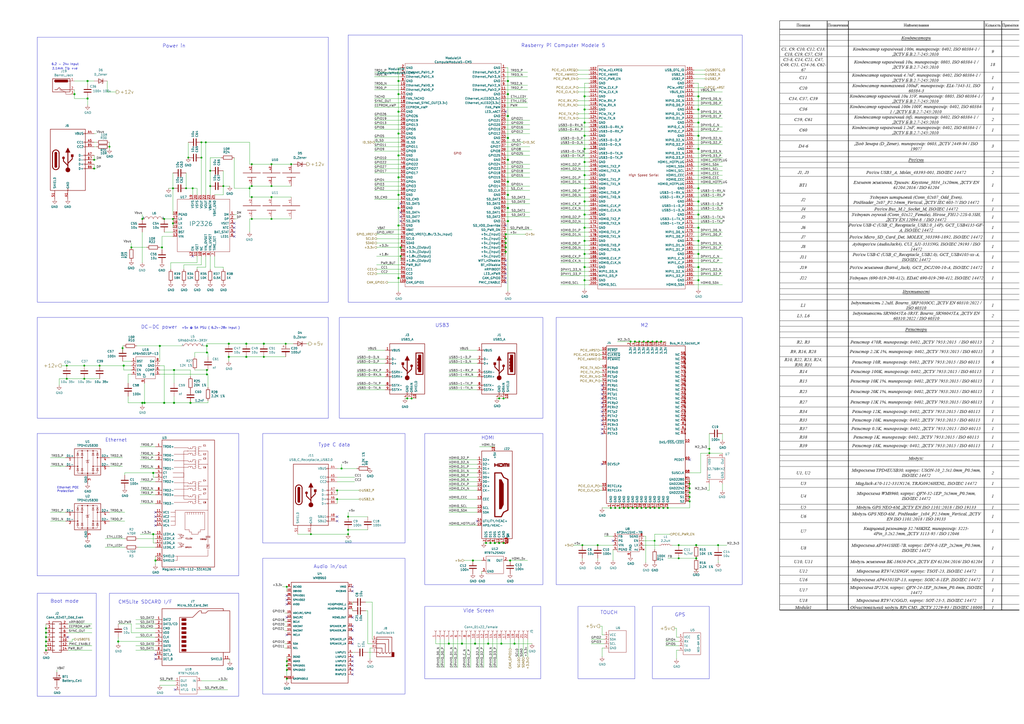
<source format=kicad_sch>
(kicad_sch (version 20250114) (generator "eeschema") (generator_version "9.0")
  (paper "A2")
  (title_block (title "Принципова схема материнської плати") (rev "1") (company "НТТУ \"КПІ\" ПБФ, ПМ-11") (comment 1 "ДП.ПМ-11.09.25.000 ЕС") (comment 2 "Погорєлов Б."))
  (lib_symbols
    (symbol "BK-18650-PC4_1" (pin_names (offset 1.016))
      (property "Reference" "U10" (at 11.43 2.476 0))
      (symbol "BK-18650-PC4_1_0_0"
        (pin bidirectional line (at -5.08 5.08 270) (length 5.08) (name "~") (number "+1"))
        (pin bidirectional line (at -5.08 -7.62 90) (length 5.08) (name "~") (number "-1"))
        (pin bidirectional line (at 6.35 5.08 270) (length 5.08) (name "~") (number "+2"))
        (pin bidirectional line (at 6.35 -7.62 90) (length 5.08) (name "~") (number "-2"))
        (pin bidirectional line (at 17.78 5.08 270) (length 5.08) (name "~") (number "+2"))
        (pin bidirectional line (at 17.78 -7.62 90) (length 5.08) (name "~") (number "-2"))
      )
    )
    (symbol "BK-18650-PC4_2" (pin_names (offset 1.016))
      (property "Reference" "U10" (at 11.43 2.476 0))
      (symbol "BK-18650-PC4_2_0_0"
        (pin bidirectional line (at -5.08 5.08 270) (length 5.08) (name "~") (number "+1"))
        (pin bidirectional line (at -5.08 -7.62 90) (length 5.08) (name "~") (number "-1"))
        (pin bidirectional line (at 6.35 5.08 270) (length 5.08) (name "~") (number "+2"))
        (pin bidirectional line (at 6.35 -7.62 90) (length 5.08) (name "~") (number "-2"))
        (pin bidirectional line (at 17.78 5.08 270) (length 5.08) (name "~") (number "+2"))
        (pin bidirectional line (at 17.78 -7.62 90) (length 5.08) (name "~") (number "-2"))
      )
    )
    (symbol "CM4IO:AP64351"
      (property "Reference" "U" (at 0 8.89 0))
      (property "Value" "AP64351" (at 1.27 6.35 0))
      (symbol "AP64351_1_1"
        (pin passive line (at -7.62 2.54 0) (length 2.54) (name "BST") (number "1"))
        (pin power_in line (at -7.62 0 0) (length 2.54) (name "VIN") (number "2"))
        (pin input line (at -7.62 -2.54 0) (length 2.54) (name "EN") (number "3"))
        (pin input line (at -7.62 -5.08 0) (length 2.54) (name "SS") (number "4"))
        (pin passive line (at 0 -10.16 90) (length 2.54) (name "EP") (number "9"))
        (pin output line (at 8.89 2.54 180) (length 2.54) (name "SW") (number "8"))
        (pin power_in line (at 8.89 0 180) (length 2.54) (name "GND") (number "7"))
        (pin input line (at 8.89 -2.54 180) (length 2.54) (name "COMP") (number "6"))
        (pin input line (at 8.89 -5.08 180) (length 2.54) (name "FB") (number "5"))
      )
    )
    (symbol "CM4IO:Barrel_Jack"
      (property "Reference" "J19" (at 1.4478 8.255 0))
      (property "Value" "Barrel_Jack" (at 1.4478 5.9436 0))
      (symbol "Barrel_Jack_1_1"
        (pin passive line (at 7.62 2.54 180) (length 2.54) (name "~") (number "1"))
        (pin passive line (at 7.62 -2.54 180) (length 2.54) (name "~") (number "2"))
        (pin passive line (at 7.62 -5.08 180) (length 2.54) (name "~") (number "3"))
      )
    )
    (symbol "CM4IO:IP2326"
      (property "Reference" "U" (at 11.938 16.256 0))
      (property "Value" "IP2326" (at 0.762 1.524 0))
      (symbol "IP2326_1_1"
        (pin input line (at -17.78 6.35 0) (length 2.54) (name "DM") (number "1"))
        (pin input line (at -17.78 3.81 0) (length 2.54) (name "DP") (number "2"))
        (pin input line (at -17.78 1.27 0) (length 2.54) (name "VSET") (number "3"))
        (pin input line (at -17.78 -1.27 0) (length 2.54) (name "NTC") (number "4"))
        (pin output line (at -17.78 -3.81 0) (length 2.54) (name "BAT_STAT") (number "5"))
        (pin output line (at -17.78 -6.35 0) (length 2.54) (name "LED1") (number "6"))
        (pin power_in line (at -6.35 17.78 270) (length 2.54) (name "VBAT_GND") (number "24"))
        (pin input line (at -6.35 -17.78 90) (length 2.54) (name "TIME_SET") (number "7"))
        (pin input line (at -3.81 17.78 270) (length 2.54) (name "VBATM") (number "23"))
        (pin input line (at -3.81 -17.78 90) (length 2.54) (name "VIN_UVSET") (number "8"))
        (pin power_out line (at -1.27 17.78 270) (length 2.54) (name "VOUT") (number "22"))
        (pin input line (at -1.27 -17.78 90) (length 2.54) (name "VIN_OVSET") (number "9"))
        (pin power_out line (at 1.27 17.78 270) (length 2.54) (name "VOUT") (number "21"))
        (pin input line (at 1.27 -17.78 90) (length 2.54) (name "NC") (number "10"))
        (pin power_out line (at 3.81 17.78 270) (length 2.54) (name "VSYS") (number "20"))
        (pin input line (at 3.81 -17.78 90) (length 2.54) (name "ISET") (number "11"))
        (pin power_out line (at 6.35 17.78 270) (length 2.54) (name "VSYS") (number "19"))
        (pin input line (at 6.35 -17.78 90) (length 2.54) (name "EN") (number "12"))
        (pin power_in line (at 17.78 6.35 180) (length 2.54) (name "PGND") (number "18"))
        (pin power_in line (at 17.78 3.81 180) (length 2.54) (name "LX") (number "17"))
        (pin power_in line (at 17.78 1.27 180) (length 2.54) (name "LX") (number "16"))
        (pin power_in line (at 17.78 -1.27 180) (length 2.54) (name "LX") (number "15"))
        (pin power_in line (at 17.78 -3.81 180) (length 2.54) (name "BST") (number "14"))
        (pin power_in line (at 17.78 -6.35 180) (length 2.54) (name "VIN") (number "13"))
      )
    )
    (symbol "CM5IO:AP3441SHE-7B"
      (property "Reference" "U" (at -6.35 10.16 0))
      (property "Value" "AP3441SHE-7B" (at 0 7.62 0))
      (symbol "AP3441SHE-7B_1_1"
        (pin passive line (at -8.89 5.08 0) (length 2.54) (name "FB") (number "1"))
        (pin open_collector line (at -8.89 2.54 0) (length 2.54) (name "PG") (number "2"))
        (pin power_in line (at -8.89 0 0) (length 2.54) (name "VIN") (number "3"))
        (pin power_in line (at -8.89 -2.54 0) (length 2.54) (name "PGND") (number "4"))
        (pin input line (at 1.27 -6.35 90) (length 2.54) (name "PAD") (number "9"))
        (pin power_in line (at 8.89 5.08 180) (length 2.54) (name "SGND") (number "8"))
        (pin input line (at 8.89 2.54 180) (length 2.54) (name "EN") (number "7"))
        (pin power_out line (at 8.89 0 180) (length 2.54) (name "LX") (number "6"))
        (pin no_connect line (at 8.89 -2.54 180) (length 2.54) (name "nc") (number "5"))
      )
    )
    (symbol "CM5IO:ASEK-32.768KHZ-L-R-T"
      (property "Reference" "U" (at -5.08 6.35 0))
      (property "Value" "ASEK-32.768KHZ-L-R-T" (at 0 -6.35 0))
      (symbol "ASEK-32.768KHZ-L-R-T_1_1"
        (pin input line (at -8.89 3.81 0) (length 2.54) (name "EN") (number "1"))
        (pin power_in line (at -8.89 -3.81 0) (length 2.54) (name "GND") (number "2"))
        (pin power_in line (at 8.89 3.81 180) (length 2.54) (name "VDD") (number "4"))
        (pin output line (at 8.89 -3.81 180) (length 2.54) (name "Out") (number "3"))
      )
    )
    (symbol "CM5IO:Bus_M.2_Socket_M"
      (property "Reference" "J4" (at -22.606 47.498 0))
      (property "Value" "Bus_M.2_Socket_M" (at 13.716 47.244 0))
      (symbol "Bus_M.2_Socket_M_1_1"
        (pin input line (at -25.4 43.18 0) (length 2.54) (name "~{PERST}") (number "50"))
        (pin bidirectional line (at -25.4 40.64 0) (length 2.54) (name "~{CLKREQ}") (number "52"))
        (pin bidirectional line (at -25.4 38.1 0) (length 2.54) (name "~{PEWAKE}") (number "54"))
        (pin input line (at -25.4 33.02 0) (length 2.54) (name "PERp0") (number "49"))
        (pin input line (at -25.4 30.48 0) (length 2.54) (name "PERn0") (number "47"))
        (pin output line (at -25.4 27.94 0) (length 2.54) (name "PETp0") (number "43"))
        (pin output line (at -25.4 25.4 0) (length 2.54) (name "PETn0") (number "41"))
        (pin input line (at -25.4 22.86 0) (length 2.54) (name "PERp1") (number "37"))
        (pin input line (at -25.4 20.32 0) (length 2.54) (name "PERn1") (number "35"))
        (pin output line (at -25.4 17.78 0) (length 2.54) (name "PETp1") (number "31"))
        (pin output line (at -25.4 15.24 0) (length 2.54) (name "PETn1") (number "29"))
        (pin input line (at -25.4 12.7 0) (length 2.54) (name "PERp2") (number "25"))
        (pin input line (at -25.4 10.16 0) (length 2.54) (name "PERn2") (number "23"))
        (pin output line (at -25.4 7.62 0) (length 2.54) (name "PETp2") (number "19"))
        (pin output line (at -25.4 5.08 0) (length 2.54) (name "PETn2") (number "17"))
        (pin input line (at -25.4 2.54 0) (length 2.54) (name "PERp3") (number "13"))
        (pin input line (at -25.4 0 0) (length 2.54) (name "PERn3") (number "11"))
        (pin output line (at -25.4 -2.54 0) (length 2.54) (name "PETp3") (number "7"))
        (pin output line (at -25.4 -5.08 0) (length 2.54) (name "PETn3") (number "5"))
        (pin input line (at -25.4 -22.86 0) (length 2.54) (name "DEVSLP") (number "38"))
        (pin input line (at -25.4 -35.56 0) (length 2.54) (name "REFCLKp") (number "55"))
        (pin input line (at -25.4 -38.1 0) (length 2.54) (name "REFCLKn") (number "53"))
        (pin power_in line (at -20.32 -48.26 90) (length 2.54) (name "GND") (number "1"))
        (pin power_in line (at -17.78 -48.26 90) (length 2.54) (name "GND") (number "3"))
        (pin power_in line (at -15.24 -48.26 90) (length 2.54) (name "GND") (number "9"))
        (pin power_in line (at -12.7 -48.26 90) (length 2.54) (name "GND") (number "15"))
        (pin power_in line (at -10.16 -48.26 90) (length 2.54) (name "GND") (number "21"))
        (pin power_in line (at -8.89 48.26 270) (length 2.54) (name "3.3V") (number "2"))
        (pin power_in line (at -7.62 -48.26 90) (length 2.54) (name "GND") (number "27"))
        (pin power_in line (at -6.35 48.26 270) (length 2.54) (name "3.3V") (number "4"))
        (pin power_in line (at -5.08 -48.26 90) (length 2.54) (name "GND") (number "33"))
        (pin power_in line (at -3.81 48.26 270) (length 2.54) (name "3.3V") (number "12"))
        (pin power_in line (at -2.54 -48.26 90) (length 2.54) (name "GND") (number "39"))
        (pin power_in line (at -1.27 48.26 270) (length 2.54) (name "3.3V") (number "14"))
        (pin power_in line (at 0 -48.26 90) (length 2.54) (name "GND") (number "45"))
        (pin power_in line (at 1.27 48.26 270) (length 2.54) (name "3.3V") (number "16"))
        (pin power_in line (at 2.54 -48.26 90) (length 2.54) (name "GND") (number "51"))
        (pin power_in line (at 3.81 48.26 270) (length 2.54) (name "3.3V") (number "18"))
        (pin power_in line (at 5.08 -48.26 90) (length 2.54) (name "GND") (number "57"))
        (pin power_in line (at 6.35 48.26 270) (length 2.54) (name "3.3V") (number "70"))
        (pin power_in line (at 7.62 -48.26 90) (length 2.54) (name "GND") (number "71"))
        (pin power_in line (at 8.89 48.26 270) (length 2.54) (name "3.3V") (number "72"))
        (pin power_in line (at 10.16 -48.26 90) (length 2.54) (name "GND") (number "73"))
        (pin power_in line (at 11.43 48.26 270) (length 2.54) (name "3.3V") (number "74"))
        (pin power_in line (at 12.7 -48.26 90) (length 2.54) (name "GND") (number "75"))
        (pin no_connect line (at 22.86 40.64 180) (length 2.54) (name "NC") (number "58"))
        (pin no_connect line (at 22.86 38.1 180) (length 2.54) (name "NC") (number "56"))
        (pin no_connect line (at 22.86 35.56 180) (length 2.54) (name "NC") (number "48"))
        (pin no_connect line (at 22.86 33.02 180) (length 2.54) (name "NC") (number "46"))
        (pin no_connect line (at 22.86 30.48 180) (length 2.54) (name "NC") (number "44"))
        (pin no_connect line (at 22.86 27.94 180) (length 2.54) (name "NC") (number "42"))
        (pin no_connect line (at 22.86 25.4 180) (length 2.54) (name "NC") (number "40"))
        (pin no_connect line (at 22.86 22.86 180) (length 2.54) (name "NC") (number "36"))
        (pin no_connect line (at 22.86 20.32 180) (length 2.54) (name "NC") (number "34"))
        (pin no_connect line (at 22.86 17.78 180) (length 2.54) (name "NC") (number "32"))
        (pin no_connect line (at 22.86 15.24 180) (length 2.54) (name "NC") (number "30"))
        (pin no_connect line (at 22.86 12.7 180) (length 2.54) (name "NC") (number "28"))
        (pin no_connect line (at 22.86 10.16 180) (length 2.54) (name "NC") (number "26"))
        (pin no_connect line (at 22.86 7.62 180) (length 2.54) (name "NC") (number "24"))
        (pin no_connect line (at 22.86 5.08 180) (length 2.54) (name "NC") (number "22"))
        (pin no_connect line (at 22.86 2.54 180) (length 2.54) (name "NC") (number "20"))
        (pin no_connect line (at 22.86 0 180) (length 2.54) (name "NC") (number "8"))
        (pin no_connect line (at 22.86 -2.54 180) (length 2.54) (name "NC") (number "6"))
        (pin no_connect line (at 22.86 -5.08 180) (length 2.54) (name "NC") (number "67"))
        (pin bidirectional line (at 25.4 -10.16 180) (length 2.54) (name "DAS/~{DSS}/~{LED1}") (number "10"))
        (pin passive line (at 25.4 -20.32 180) (length 2.54) (name "PEDET") (number "69"))
        (pin input line (at 25.4 -27.94 180) (length 2.54) (name "SUSCLK") (number "68"))
        (pin passive line (at 25.4 -31.75 180) (length 2.54) (name "GND2280") (number "M4"))
        (pin passive line (at 25.4 -34.29 180) (length 2.54) (name "GND2260") (number "M3"))
        (pin passive line (at 25.4 -36.83 180) (length 2.54) (name "GND2242") (number "M2"))
        (pin passive line (at 25.4 -39.37 180) (length 2.54) (name "GND2230") (number "M1"))
        (pin passive line (at 25.4 -41.91 180) (length 2.54) (name "S1") (number "S1"))
        (pin passive line (at 25.4 -44.45 180) (length 2.54) (name "S2") (number "S2"))
      )
    )
    (symbol "CM5IO:ComputeModule5-CM5"
      (property "Reference" "Module1" (at -2.54 61.595 0))
      (property "Value" "ComputeModule5-CM5" (at -2.54 59.2836 0))
      (property "Field4" "Amphenol" (at 0 0 0))
      (property "Field5" "2x 10164227-1001A1RLF" (at 0 -2.54 0))
      (symbol "ComputeModule5-CM5_1_0"
        (text "GPIO" (at 0 6.35 0) (effects (font (size 1.27 1.27))))
      )
      (symbol "ComputeModule5-CM5_1_1"
        (pin power_in line (at -33.02 55.88 0) (length 2.54) (name "GND") (number "2"))
        (pin passive line (at -33.02 53.34 0) (length 2.54) (name "Ethernet_Pair1_P") (number "4"))
        (pin passive line (at -33.02 50.8 0) (length 2.54) (name "Ethernet_Pair1_N") (number "6"))
        (pin power_in line (at -33.02 48.26 0) (length 2.54) (name "GND") (number "8"))
        (pin passive line (at -33.02 45.72 0) (length 2.54) (name "Ethernet_Pair0_N") (number "10"))
        (pin passive line (at -33.02 43.18 0) (length 2.54) (name "Ethernet_Pair0_P") (number "12"))
        (pin power_in line (at -33.02 40.64 0) (length 2.54) (name "GND") (number "14"))
        (pin input line (at -33.02 38.1 0) (length 2.54) (name "FAN_TACHO") (number "16"))
        (pin input line (at -33.02 35.56 0) (length 2.54) (name "Ethernet_SYNC_OUT(3.3v)") (number "18"))
        (pin passive line (at -33.02 33.02 0) (length 2.54) (name "EEPROM_nWP") (number "20"))
        (pin power_in line (at -33.02 30.48 0) (length 2.54) (name "GND") (number "22"))
        (pin passive line (at -33.02 27.94 0) (length 2.54) (name "GPIO26") (number "24"))
        (pin passive line (at -33.02 25.4 0) (length 2.54) (name "GPIO19") (number "26"))
        (pin passive line (at -33.02 22.86 0) (length 2.54) (name "GPIO13") (number "28"))
        (pin passive line (at -33.02 20.32 0) (length 2.54) (name "GPIO6") (number "30"))
        (pin power_in line (at -33.02 17.78 0) (length 2.54) (name "GND") (number "32"))
        (pin passive line (at -33.02 15.24 0) (length 2.54) (name "GPIO5") (number "34"))
        (pin passive line (at -33.02 12.7 0) (length 2.54) (name "ID_SD") (number "36"))
        (pin passive line (at -33.02 10.16 0) (length 2.54) (name "GPIO11") (number "38"))
        (pin passive line (at -33.02 7.62 0) (length 2.54) (name "GPIO9") (number "40"))
        (pin power_in line (at -33.02 5.08 0) (length 2.54) (name "GND") (number "42"))
        (pin passive line (at -33.02 2.54 0) (length 2.54) (name "GPIO10") (number "44"))
        (pin passive line (at -33.02 0 0) (length 2.54) (name "GPIO22") (number "46"))
        (pin passive line (at -33.02 -2.54 0) (length 2.54) (name "GPIO27") (number "48"))
        (pin passive line (at -33.02 -5.08 0) (length 2.54) (name "GPIO17") (number "50"))
        (pin power_in line (at -33.02 -7.62 0) (length 2.54) (name "GND") (number "52"))
        (pin passive line (at -33.02 -10.16 0) (length 2.54) (name "GPIO4") (number "54"))
        (pin passive line (at -33.02 -12.7 0) (length 2.54) (name "GPIO3") (number "56"))
        (pin passive line (at -33.02 -15.24 0) (length 2.54) (name "GPIO2") (number "58"))
        (pin power_in line (at -33.02 -17.78 0) (length 2.54) (name "GND") (number "60"))
        (pin passive line (at -33.02 -20.32 0) (length 2.54) (name "SD_CMD") (number "62"))
        (pin passive line (at -33.02 -22.86 0) (length 2.54) (name "SD_DAT5") (number "64"))
        (pin power_in line (at -33.02 -25.4 0) (length 2.54) (name "GND") (number "66"))
        (pin passive line (at -33.02 -27.94 0) (length 2.54) (name "SD_DAT4") (number "68"))
        (pin passive line (at -33.02 -30.48 0) (length 2.54) (name "SD_DAT7") (number "70"))
        (pin passive line (at -33.02 -33.02 0) (length 2.54) (name "SD_DAT6") (number "72"))
        (pin power_in line (at -33.02 -35.56 0) (length 2.54) (name "GND") (number "74"))
        (pin passive line (at -33.02 -38.1 0) (length 2.54) (name "VBAT") (number "76"))
        (pin power_in line (at -33.02 -40.64 0) (length 2.54) (name "GPIO_VREF(1.8v/3.3v_Input)") (number "78"))
        (pin passive line (at -33.02 -43.18 0) (length 2.54) (name "SCL0") (number "80"))
        (pin passive line (at -33.02 -45.72 0) (length 2.54) (name "SDA0") (number "82"))
        (pin power_out line (at -33.02 -48.26 0) (length 2.54) (name "+3.3v_(Output)") (number "84"))
        (pin passive line (at -33.02 -50.8 0) (length 2.54) (name "+3.3v_(Output)") (number "86"))
        (pin power_out line (at -33.02 -53.34 0) (length 2.54) (name "+1.8v_(Output)") (number "88"))
        (pin passive line (at -33.02 -55.88 0) (length 2.54) (name "+1.8v_(Output)") (number "90"))
        (pin passive line (at -33.02 -58.42 0) (length 2.54) (name "PWR_BUT") (number "92"))
        (pin passive line (at -33.02 -60.96 0) (length 2.54) (name "CC1") (number "94"))
        (pin passive line (at -33.02 -63.5 0) (length 2.54) (name "CC2") (number "96"))
        (pin power_in line (at -33.02 -66.04 0) (length 2.54) (name "GND") (number "98"))
        (pin passive line (at -33.02 -68.58 0) (length 2.54) (name "CAM_GPIO1") (number "100"))
        (pin power_in line (at 27.94 55.88 180) (length 2.54) (name "GND") (number "1"))
        (pin passive line (at 27.94 53.34 180) (length 2.54) (name "Ethernet_Pair3_P") (number "3"))
        (pin passive line (at 27.94 50.8 180) (length 2.54) (name "Ethernet_Pair3_N") (number "5"))
        (pin power_in line (at 27.94 48.26 180) (length 2.54) (name "GND") (number "7"))
        (pin passive line (at 27.94 45.72 180) (length 2.54) (name "Ethernet_Pair2_N") (number "9"))
        (pin passive line (at 27.94 43.18 180) (length 2.54) (name "Ethernet_Pair2_P") (number "11"))
        (pin power_in line (at 27.94 40.64 180) (length 2.54) (name "GND") (number "13"))
        (pin output line (at 27.94 38.1 180) (length 2.54) (name "Ethernet_nLED3(3.3v)") (number "15"))
        (pin output line (at 27.94 35.56 180) (length 2.54) (name "Ethernet_nLED2(3.3v)") (number "17"))
        (pin output line (at 27.94 33.02 180) (length 2.54) (name "FAN_PWM") (number "19"))
        (pin open_collector line (at 27.94 30.48 180) (length 2.54) (name "LED_nACT") (number "21"))
        (pin power_in line (at 27.94 27.94 180) (length 2.54) (name "GND") (number "23"))
        (pin passive line (at 27.94 25.4 180) (length 2.54) (name "GPIO21") (number "25"))
        (pin passive line (at 27.94 22.86 180) (length 2.54) (name "GPIO20") (number "27"))
        (pin passive line (at 27.94 20.32 180) (length 2.54) (name "GPIO16") (number "29"))
        (pin passive line (at 27.94 17.78 180) (length 2.54) (name "GPIO12") (number "31"))
        (pin power_in line (at 27.94 15.24 180) (length 2.54) (name "GND") (number "33"))
        (pin passive line (at 27.94 12.7 180) (length 2.54) (name "ID_SC") (number "35"))
        (pin passive line (at 27.94 10.16 180) (length 2.54) (name "GPIO7") (number "37"))
        (pin passive line (at 27.94 7.62 180) (length 2.54) (name "GPIO8") (number "39"))
        (pin passive line (at 27.94 5.08 180) (length 2.54) (name "GPIO25") (number "41"))
        (pin power_in line (at 27.94 2.54 180) (length 2.54) (name "GND") (number "43"))
        (pin passive line (at 27.94 0 180) (length 2.54) (name "GPIO24") (number "45"))
        (pin passive line (at 27.94 -2.54 180) (length 2.54) (name "GPIO23") (number "47"))
        (pin passive line (at 27.94 -5.08 180) (length 2.54) (name "GPIO18") (number "49"))
        (pin passive line (at 27.94 -7.62 180) (length 2.54) (name "GPIO15") (number "51"))
        (pin power_in line (at 27.94 -10.16 180) (length 2.54) (name "GND") (number "53"))
        (pin passive line (at 27.94 -12.7 180) (length 2.54) (name "GPIO14") (number "55"))
        (pin passive line (at 27.94 -15.24 180) (length 2.54) (name "SD_CLK") (number "57"))
        (pin power_in line (at 27.94 -17.78 180) (length 2.54) (name "GND") (number "59"))
        (pin passive line (at 27.94 -20.32 180) (length 2.54) (name "SD_DAT3") (number "61"))
        (pin passive line (at 27.94 -22.86 180) (length 2.54) (name "SD_DAT0") (number "63"))
        (pin power_in line (at 27.94 -25.4 180) (length 2.54) (name "GND") (number "65"))
        (pin passive line (at 27.94 -27.94 180) (length 2.54) (name "SD_DAT1") (number "67"))
        (pin passive line (at 27.94 -30.48 180) (length 2.54) (name "SD_DAT2") (number "69"))
        (pin power_in line (at 27.94 -33.02 180) (length 2.54) (name "GND") (number "71"))
        (pin input line (at 27.94 -35.56 180) (length 2.54) (name "SD_VDD_Override") (number "73"))
        (pin output line (at 27.94 -38.1 180) (length 2.54) (name "SD_PWR_ON") (number "75"))
        (pin power_in line (at 27.94 -40.64 180) (length 2.54) (name "+5v_(Input)") (number "77"))
        (pin power_in line (at 27.94 -43.18 180) (length 2.54) (name "+5v_(Input)") (number "79"))
        (pin power_in line (at 27.94 -45.72 180) (length 2.54) (name "+5v_(Input)") (number "81"))
        (pin power_in line (at 27.94 -48.26 180) (length 2.54) (name "+5v_(Input)") (number "83"))
        (pin power_in line (at 27.94 -50.8 180) (length 2.54) (name "+5v_(Input)") (number "85"))
        (pin power_in line (at 27.94 -53.34 180) (length 2.54) (name "+5v_(Input)") (number "87"))
        (pin input line (at 27.94 -55.88 180) (length 2.54) (name "WiFi_nDisable") (number "89"))
        (pin input line (at 27.94 -58.42 180) (length 2.54) (name "BT_nDisable") (number "91"))
        (pin input line (at 27.94 -60.96 180) (length 2.54) (name "nRPIBOOT") (number "93"))
        (pin output line (at 27.94 -63.5 180) (length 2.54) (name "LED_nPWR") (number "95"))
        (pin passive line (at 27.94 -66.04 180) (length 2.54) (name "CAM_GPIO0") (number "97"))
        (pin input line (at 27.94 -68.58 180) (length 2.54) (name "PMIC_ENABLE") (number "99"))
      )
      (symbol "ComputeModule5-CM5_2_1"
        (text "High Speed Serial" (at 140.97 0 0) (effects (font (size 1.27 1.27))))
        (pin input line (at 109.22 60.96 0) (length 5.08) (name "PCIe_nCLKREQ") (number "102"))
        (pin input line (at 109.22 58.42 0) (length 5.08) (name "PCIE_nWAKE") (number "104"))
        (pin output line (at 109.22 55.88 0) (length 5.08) (name "PCIE_PWR_EN") (number "106"))
        (pin power_in line (at 109.22 53.34 0) (length 5.08) (name "GND") (number "108"))
        (pin output line (at 109.22 50.8 0) (length 5.08) (name "PCIe_CLK_P") (number "110"))
        (pin output line (at 109.22 48.26 0) (length 5.08) (name "PCIe_CLK_N") (number "112"))
        (pin power_in line (at 109.22 45.72 0) (length 5.08) (name "GND") (number "114"))
        (pin input line (at 109.22 43.18 0) (length 5.08) (name "PCIe_RX_P") (number "116"))
        (pin input line (at 109.22 40.64 0) (length 5.08) (name "PCIe_RX_N") (number "118"))
        (pin power_in line (at 109.22 38.1 0) (length 5.08) (name "GND") (number "120"))
        (pin output line (at 109.22 35.56 0) (length 5.08) (name "PCIe_TX_P") (number "122"))
        (pin output line (at 109.22 33.02 0) (length 5.08) (name "PCIe_TX_N") (number "124"))
        (pin power_in line (at 109.22 30.48 0) (length 5.08) (name "GND") (number "126"))
        (pin input line (at 109.22 27.94 0) (length 5.08) (name "USB3-0-RX_N") (number "128"))
        (pin input line (at 109.22 25.4 0) (length 5.08) (name "USB3-0-RX_P") (number "130"))
        (pin power_in line (at 109.22 22.86 0) (length 5.08) (name "GND") (number "132"))
        (pin passive line (at 109.22 20.32 0) (length 5.08) (name "USB3-0-D_P") (number "134"))
        (pin passive line (at 109.22 17.78 0) (length 5.08) (name "USB3-0-D_N") (number "136"))
        (pin power_in line (at 109.22 15.24 0) (length 5.08) (name "GND") (number "138"))
        (pin output line (at 109.22 12.7 0) (length 5.08) (name "USB3-0-TX_N") (number "140"))
        (pin output line (at 109.22 10.16 0) (length 5.08) (name "USB3-0-TX_P") (number "142"))
        (pin power_in line (at 109.22 7.62 0) (length 5.08) (name "GND") (number "144"))
        (pin output line (at 109.22 5.08 0) (length 5.08) (name "HDMI1_TX2_P") (number "146"))
        (pin output line (at 109.22 2.54 0) (length 5.08) (name "HDMI1_TX2_N") (number "148"))
        (pin power_in line (at 109.22 0 0) (length 5.08) (name "GND") (number "150"))
        (pin output line (at 109.22 -2.54 0) (length 5.08) (name "HDMI1_TX1_P") (number "152"))
        (pin output line (at 109.22 -5.08 0) (length 5.08) (name "HDMI1_TX1_N") (number "154"))
        (pin power_in line (at 109.22 -7.62 0) (length 5.08) (name "GND") (number "156"))
        (pin output line (at 109.22 -10.16 0) (length 5.08) (name "HDMI1_TX0_P") (number "158"))
        (pin output line (at 109.22 -12.7 0) (length 5.08) (name "HDMI1_TX0_N") (number "160"))
        (pin power_in line (at 109.22 -15.24 0) (length 5.08) (name "GND") (number "162"))
        (pin output line (at 109.22 -17.78 0) (length 5.08) (name "HDMI1_CLK_P") (number "164"))
        (pin output line (at 109.22 -20.32 0) (length 5.08) (name "HDMI1_CLK_N") (number "166"))
        (pin power_in line (at 109.22 -22.86 0) (length 5.08) (name "GND") (number "168"))
        (pin output line (at 109.22 -25.4 0) (length 5.08) (name "HDMI0_TX2_P") (number "170"))
        (pin output line (at 109.22 -27.94 0) (length 5.08) (name "HDMI0_TX2_N") (number "172"))
        (pin power_in line (at 109.22 -30.48 0) (length 5.08) (name "GND") (number "174"))
        (pin output line (at 109.22 -33.02 0) (length 5.08) (name "HDMI0_TX1_P") (number "176"))
        (pin output line (at 109.22 -35.56 0) (length 5.08) (name "HDMI0_TX1_N") (number "178"))
        (pin power_in line (at 109.22 -38.1 0) (length 5.08) (name "GND") (number "180"))
        (pin output line (at 109.22 -40.64 0) (length 5.08) (name "HDMI0_TX0_P") (number "182"))
        (pin output line (at 109.22 -43.18 0) (length 5.08) (name "HDMI0_TX0_N") (number "184"))
        (pin power_in line (at 109.22 -45.72 0) (length 5.08) (name "GND") (number "186"))
        (pin output line (at 109.22 -48.26 0) (length 5.08) (name "HDMI0_CLK_P") (number "188"))
        (pin output line (at 109.22 -50.8 0) (length 5.08) (name "HDMI0_CLK_N") (number "190"))
        (pin power_in line (at 109.22 -53.34 0) (length 5.08) (name "GND") (number "192"))
        (pin output line (at 109.22 -55.88 0) (length 5.08) (name "MIPI1_D3_N") (number "194"))
        (pin output line (at 109.22 -58.42 0) (length 5.08) (name "MIPI1_D3_P") (number "196"))
        (pin power_in line (at 109.22 -60.96 0) (length 5.08) (name "GND") (number "198"))
        (pin open_collector line (at 109.22 -63.5 0) (length 5.08) (name "HDMI0_SCL") (number "200"))
        (pin input line (at 170.18 60.96 180) (length 5.08) (name "USB_OTG_ID") (number "101"))
        (pin passive line (at 170.18 58.42 180) (length 5.08) (name "USB2_N") (number "103"))
        (pin passive line (at 170.18 55.88 180) (length 5.08) (name "USB2_P") (number "105"))
        (pin power_in line (at 170.18 53.34 180) (length 5.08) (name "GND") (number "107"))
        (pin output line (at 170.18 50.8 180) (length 5.08) (name "PCIe_nRST") (number "109"))
        (pin output line (at 170.18 48.26 180) (length 5.08) (name "VBUS_EN") (number "111"))
        (pin power_in line (at 170.18 45.72 180) (length 5.08) (name "GND") (number "113"))
        (pin input line (at 170.18 43.18 180) (length 5.08) (name "MIPI0_D0_N") (number "115"))
        (pin input line (at 170.18 40.64 180) (length 5.08) (name "MIPI0_D0_P") (number "117"))
        (pin power_in line (at 170.18 38.1 180) (length 5.08) (name "GND") (number "119"))
        (pin input line (at 170.18 35.56 180) (length 5.08) (name "MIPI0_D1_N") (number "121"))
        (pin input line (at 170.18 33.02 180) (length 5.08) (name "MIPI0_D1_P") (number "123"))
        (pin power_in line (at 170.18 30.48 180) (length 5.08) (name "GND") (number "125"))
        (pin input line (at 170.18 27.94 180) (length 5.08) (name "MIPI0_C_N") (number "127"))
        (pin input line (at 170.18 25.4 180) (length 5.08) (name "MIPI0_C_P") (number "129"))
        (pin power_in line (at 170.18 22.86 180) (length 5.08) (name "GND") (number "131"))
        (pin input line (at 170.18 20.32 180) (length 5.08) (name "MIPI0_D2_N") (number "133"))
        (pin input line (at 170.18 17.78 180) (length 5.08) (name "MIPI0_D2_P") (number "135"))
        (pin power_in line (at 170.18 15.24 180) (length 5.08) (name "GND") (number "137"))
        (pin input line (at 170.18 12.7 180) (length 5.08) (name "MIPI0_D3_N") (number "139"))
        (pin input line (at 170.18 10.16 180) (length 5.08) (name "MIPI0_D3_P") (number "141"))
        (pin input line (at 170.18 7.62 180) (length 5.08) (name "HDMI1_HOTPLUG") (number "143"))
        (pin bidirectional line (at 170.18 5.08 180) (length 5.08) (name "HDMI1_SDA") (number "145"))
        (pin open_collector line (at 170.18 2.54 180) (length 5.08) (name "HDMI1_SCL") (number "147"))
        (pin open_collector line (at 170.18 0 180) (length 5.08) (name "HDMI1_CEC") (number "149"))
        (pin open_collector line (at 170.18 -2.54 180) (length 5.08) (name "HDMI0_CEC") (number "151"))
        (pin input line (at 170.18 -5.08 180) (length 5.08) (name "HDMI0_HOTPLUG") (number "153"))
        (pin power_in line (at 170.18 -7.62 180) (length 5.08) (name "GND") (number "155"))
        (pin input line (at 170.18 -10.16 180) (length 5.08) (name "USB3-1-RX_N") (number "157"))
        (pin input line (at 170.18 -12.7 180) (length 5.08) (name "USB3-1-RX_P") (number "159"))
        (pin power_in line (at 170.18 -15.24 180) (length 5.08) (name "GND") (number "161"))
        (pin passive line (at 170.18 -17.78 180) (length 5.08) (name "USB3-1-D_P") (number "163"))
        (pin passive line (at 170.18 -20.32 180) (length 5.08) (name "USB3-1-D_N") (number "165"))
        (pin power_in line (at 170.18 -22.86 180) (length 5.08) (name "GND") (number "167"))
        (pin output line (at 170.18 -25.4 180) (length 5.08) (name "USB3-1-TX_N") (number "169"))
        (pin output line (at 170.18 -27.94 180) (length 5.08) (name "USB3-1-TX_P") (number "171"))
        (pin power_in line (at 170.18 -30.48 180) (length 5.08) (name "GND") (number "173"))
        (pin output line (at 170.18 -33.02 180) (length 5.08) (name "MIPI1_D0_N") (number "175"))
        (pin output line (at 170.18 -35.56 180) (length 5.08) (name "MIPI1_D0_P") (number "177"))
        (pin power_in line (at 170.18 -38.1 180) (length 5.08) (name "GND") (number "179"))
        (pin output line (at 170.18 -40.64 180) (length 5.08) (name "MIPI1_D1_N") (number "181"))
        (pin output line (at 170.18 -43.18 180) (length 5.08) (name "MIPI1_D1_P") (number "183"))
        (pin power_in line (at 170.18 -45.72 180) (length 5.08) (name "GND") (number "185"))
        (pin output line (at 170.18 -48.26 180) (length 5.08) (name "MIPI1_C_N") (number "187"))
        (pin output line (at 170.18 -50.8 180) (length 5.08) (name "MIPI1_C_P") (number "189"))
        (pin power_in line (at 170.18 -53.34 180) (length 5.08) (name "GND") (number "191"))
        (pin output line (at 170.18 -55.88 180) (length 5.08) (name "MIPI1_D2_N") (number "193"))
        (pin output line (at 170.18 -58.42 180) (length 5.08) (name "MIPI1_D2_P") (number "195"))
        (pin power_in line (at 170.18 -60.96 180) (length 5.08) (name "GND") (number "197"))
        (pin bidirectional line (at 170.18 -63.5 180) (length 5.08) (name "HDMI0_SDA") (number "199"))
      )
    )
    (symbol "CM5IO:HDMI_A_1.4"
      (property "Reference" "J22" (at 5.08 26.67 0))
      (symbol "HDMI_A_1.4_0_0"
        (pin passive line (at 7.62 -27.94 90) (length 2.54) (name "SH") (number "SH2"))
        (pin passive line (at 7.62 -27.94 90) (length 2.54) (name "SH") (number "SH3"))
        (pin passive line (at 7.62 -27.94 90) (length 2.54) (name "SH") (number "SH4"))
      )
      (symbol "HDMI_A_1.4_1_1"
        (pin passive line (at -10.16 20.32 0) (length 2.54) (name "D2+") (number "1"))
        (pin passive line (at -10.16 17.78 0) (length 2.54) (name "D2-") (number "3"))
        (pin passive line (at -10.16 15.24 0) (length 2.54) (name "D1+") (number "4"))
        (pin passive line (at -10.16 12.7 0) (length 2.54) (name "D1-") (number "6"))
        (pin passive line (at -10.16 10.16 0) (length 2.54) (name "D0+") (number "7"))
        (pin passive line (at -10.16 7.62 0) (length 2.54) (name "D0-") (number "9"))
        (pin passive line (at -10.16 5.08 0) (length 2.54) (name "CK+") (number "10"))
        (pin passive line (at -10.16 2.54 0) (length 2.54) (name "CK-") (number "12"))
        (pin bidirectional line (at -10.16 -2.54 0) (length 2.54) (name "CEC") (number "13"))
        (pin passive line (at -10.16 -7.62 0) (length 2.54) (name "SCL") (number "15"))
        (pin bidirectional line (at -10.16 -10.16 0) (length 2.54) (name "SDA") (number "16"))
        (pin passive line (at -10.16 -15.24 0) (length 2.54) (name "UTILITY/HEAC+") (number "14"))
        (pin passive line (at -10.16 -17.78 0) (length 2.54) (name "HPD/HEAC-") (number "19"))
        (pin power_in line (at -5.08 -27.94 90) (length 2.54) (name "D2S") (number "2"))
        (pin power_in line (at -2.54 -27.94 90) (length 2.54) (name "D1S") (number "5"))
        (pin power_in line (at 0 27.94 270) (length 2.54) (name "+5V") (number "18"))
        (pin power_in line (at 0 -27.94 90) (length 2.54) (name "D0S") (number "8"))
        (pin power_in line (at 2.54 -27.94 90) (length 2.54) (name "CKS") (number "11"))
        (pin power_in line (at 5.08 -27.94 90) (length 2.54) (name "GND") (number "17"))
        (pin passive line (at 7.62 -27.94 90) (length 2.54) (name "SH") (number "SH1"))
      )
    )
    (symbol "CM5IO:MagJack-A70-112-331N126"
      (property "Reference" "U3" (at -17.78 76.2 0))
      (property "Value" "MagJack-A70-112-331N126" (at -17.78 0 0))
      (symbol "MagJack-A70-112-331N126_1_1"
        (text "YELLOW" (at -4.445 17.78 0) (effects (font (size 0.762 0.762)) (justify left)))
        (text "GREEN" (at -4.445 12.7 0) (effects (font (size 0.762 0.762)) (justify left)))
        (text "1000pF" (at 6.35 17.399 0) (effects (font (size 0.762 0.762))))
        (text "C1" (at 6.985 71.755 0) (effects (font (size 0.889 0.889))))
        (text "C2" (at 6.985 66.675 0) (effects (font (size 0.889 0.889))))
        (text "C3" (at 6.985 64.135 0) (effects (font (size 0.889 0.889))))
        (text "C6" (at 6.985 59.055 0) (effects (font (size 0.889 0.889))))
        (text "C4" (at 6.985 51.435 0) (effects (font (size 0.889 0.889))))
        (text "C5" (at 6.985 46.355 0) (effects (font (size 0.889 0.889))))
        (text "C7" (at 6.985 43.815 0) (effects (font (size 0.889 0.889))))
        (text "C8" (at 6.985 38.735 0) (effects (font (size 0.889 0.889))))
        (text "75" (at 8.89 13.335 900) (effects (font (size 0.762 0.762))))
        (pin passive line (at -21.59 71.12 0) (length 3.81) (name "TRD0+") (number "1"))
        (pin passive line (at -21.59 66.04 0) (length 3.81) (name "TRD0-") (number "2"))
        (pin passive line (at -21.59 63.5 0) (length 3.81) (name "TRD1+") (number "3"))
        (pin passive line (at -21.59 58.42 0) (length 3.81) (name "TRD1-") (number "6"))
        (pin passive line (at -21.59 55.88 0) (length 3.81) (name "CT") (number "4"))
        (pin passive line (at -21.59 53.34 0) (length 3.81) (name "CT") (number "5"))
        (pin passive line (at -21.59 50.8 0) (length 3.81) (name "TRD2+") (number "7"))
        (pin passive line (at -21.59 45.72 0) (length 3.81) (name "TRD2-") (number "8"))
        (pin passive line (at -21.59 43.18 0) (length 3.81) (name "TRD3+") (number "9"))
        (pin passive line (at -21.59 38.1 0) (length 3.81) (name "TRD3-") (number "10"))
        (pin passive line (at -21.59 33.02 0) (length 3.81) (name "VC1") (number "11"))
        (pin passive line (at -21.59 30.48 0) (length 3.81) (name "VC2") (number "12"))
        (pin passive line (at -21.59 27.94 0) (length 3.81) (name "VC3") (number "13"))
        (pin passive line (at -21.59 25.4 0) (length 3.81) (name "VC4") (number "14"))
        (pin passive line (at -21.59 20.32 0) (length 3.81) (name "LEDY_A") (number "15"))
        (pin passive line (at -21.59 17.78 0) (length 3.81) (name "LEDY_K") (number "16"))
        (pin passive line (at -21.59 15.24 0) (length 3.81) (name "LEDG_A") (number "17"))
        (pin passive line (at -21.59 12.7 0) (length 3.81) (name "LEDG_K") (number "18"))
        (pin passive line (at -21.59 7.62 0) (length 3.81) (name "SHIELD") (number "19"))
        (pin passive line (at -21.59 5.08 0) (length 3.81) (name "SHIELD") (number "20"))
      )
    )
    (symbol "CM5IO:RT9742GGJ5"
      (property "Reference" "U" (at 0 0 0))
      (property "Value" "RT9742GGJ5" (at 0 0 0))
      (symbol "RT9742GGJ5_0_0"
        (pin power_out line (at -8.89 10.16 0) (length 2.54) (name "OUT") (number "1"))
        (pin power_in line (at -8.89 7.62 0) (length 2.54) (name "GND") (number "2"))
        (pin open_collector line (at -8.89 5.08 0) (length 2.54) (name "nFLG") (number "3"))
        (pin power_in line (at 6.35 10.16 180) (length 2.54) (name "IN") (number "5"))
        (pin input line (at 6.35 5.08 180) (length 2.54) (name "EN") (number "4"))
      )
    )
    (symbol "CM5IO:RT9742SNGV"
      (property "Reference" "U" (at -2.54 7.62 0))
      (property "Value" "RT9742SNGV" (at 3.81 -5.08 0))
      (symbol "RT9742SNGV_1_1"
        (pin power_in line (at -5.08 3.81 0) (length 2.54) (name "IN") (number "1"))
        (pin power_in line (at -5.08 -2.54 0) (length 2.54) (name "GND") (number "3"))
        (pin power_out line (at 10.16 3.81 180) (length 2.54) (name "OUT") (number "2"))
      )
    )
    (symbol "CM5IO:TPD4EUSB30" (pin_names (offset 0))
      (property "Reference" "U2" (at 0 11.8618 0))
      (property "Value" "TPD4EUSB30" (at 0 9.5504 0))
      (symbol "TPD4EUSB30_1_1"
        (pin passive line (at -12.7 2.54 0) (length 5.08) (name "D1+") (number "1"))
        (pin passive line (at -12.7 2.54 0) (length 5.08) (hide yes) (name "~") (number "10"))
        (pin passive line (at -12.7 -2.54 0) (length 5.08) (name "D1-") (number "2"))
        (pin passive line (at -12.7 -2.54 0) (length 5.08) (hide yes) (name "~") (number "9"))
        (pin power_in line (at 0 -12.7 90) (length 5.08) (name "GND") (number "3"))
        (pin passive line (at 0 -12.7 90) (length 5.08) (hide yes) (name "GND") (number "8"))
        (pin passive line (at 12.7 2.54 180) (length 5.08) (name "D2+") (number "4"))
        (pin passive line (at 12.7 2.54 180) (length 5.08) (hide yes) (name "~") (number "7"))
        (pin passive line (at 12.7 -2.54 180) (length 5.08) (name "D2-") (number "5"))
        (pin passive line (at 12.7 -2.54 180) (length 5.08) (hide yes) (name "~") (number "6"))
      )
    )
    (symbol "ComputeModule5-CM5_1"
      (property "Reference" "Module1" (at -2.54 61.595 0))
      (property "Value" "ComputeModule5-CM5" (at -2.54 59.2836 0))
      (property "Field4" "Amphenol" (at 0 0 0))
      (property "Field5" "2x 10164227-1001A1RLF" (at 0 -2.54 0))
      (symbol "ComputeModule5-CM5_1_1_0"
        (text "GPIO" (at 0 6.35 0) (effects (font (size 1.27 1.27))))
      )
      (symbol "ComputeModule5-CM5_1_1_1"
        (pin power_in line (at -33.02 55.88 0) (length 2.54) (name "GND") (number "2"))
        (pin passive line (at -33.02 53.34 0) (length 2.54) (name "Ethernet_Pair1_P") (number "4"))
        (pin passive line (at -33.02 50.8 0) (length 2.54) (name "Ethernet_Pair1_N") (number "6"))
        (pin power_in line (at -33.02 48.26 0) (length 2.54) (name "GND") (number "8"))
        (pin passive line (at -33.02 45.72 0) (length 2.54) (name "Ethernet_Pair0_N") (number "10"))
        (pin passive line (at -33.02 43.18 0) (length 2.54) (name "Ethernet_Pair0_P") (number "12"))
        (pin power_in line (at -33.02 40.64 0) (length 2.54) (name "GND") (number "14"))
        (pin input line (at -33.02 38.1 0) (length 2.54) (name "FAN_TACHO") (number "16"))
        (pin input line (at -33.02 35.56 0) (length 2.54) (name "Ethernet_SYNC_OUT(3.3v)") (number "18"))
        (pin passive line (at -33.02 33.02 0) (length 2.54) (name "EEPROM_nWP") (number "20"))
        (pin power_in line (at -33.02 30.48 0) (length 2.54) (name "GND") (number "22"))
        (pin passive line (at -33.02 27.94 0) (length 2.54) (name "GPIO26") (number "24"))
        (pin passive line (at -33.02 25.4 0) (length 2.54) (name "GPIO19") (number "26"))
        (pin passive line (at -33.02 22.86 0) (length 2.54) (name "GPIO13") (number "28"))
        (pin passive line (at -33.02 20.32 0) (length 2.54) (name "GPIO6") (number "30"))
        (pin power_in line (at -33.02 17.78 0) (length 2.54) (name "GND") (number "32"))
        (pin passive line (at -33.02 15.24 0) (length 2.54) (name "GPIO5") (number "34"))
        (pin passive line (at -33.02 12.7 0) (length 2.54) (name "ID_SD") (number "36"))
        (pin passive line (at -33.02 10.16 0) (length 2.54) (name "GPIO11") (number "38"))
        (pin passive line (at -33.02 7.62 0) (length 2.54) (name "GPIO9") (number "40"))
        (pin power_in line (at -33.02 5.08 0) (length 2.54) (name "GND") (number "42"))
        (pin passive line (at -33.02 2.54 0) (length 2.54) (name "GPIO10") (number "44"))
        (pin passive line (at -33.02 0 0) (length 2.54) (name "GPIO22") (number "46"))
        (pin passive line (at -33.02 -2.54 0) (length 2.54) (name "GPIO27") (number "48"))
        (pin passive line (at -33.02 -5.08 0) (length 2.54) (name "GPIO17") (number "50"))
        (pin power_in line (at -33.02 -7.62 0) (length 2.54) (name "GND") (number "52"))
        (pin passive line (at -33.02 -10.16 0) (length 2.54) (name "GPIO4") (number "54"))
        (pin passive line (at -33.02 -12.7 0) (length 2.54) (name "GPIO3") (number "56"))
        (pin passive line (at -33.02 -15.24 0) (length 2.54) (name "GPIO2") (number "58"))
        (pin power_in line (at -33.02 -17.78 0) (length 2.54) (name "GND") (number "60"))
        (pin passive line (at -33.02 -20.32 0) (length 2.54) (name "SD_CMD") (number "62"))
        (pin passive line (at -33.02 -22.86 0) (length 2.54) (name "SD_DAT5") (number "64"))
        (pin power_in line (at -33.02 -25.4 0) (length 2.54) (name "GND") (number "66"))
        (pin passive line (at -33.02 -27.94 0) (length 2.54) (name "SD_DAT4") (number "68"))
        (pin passive line (at -33.02 -30.48 0) (length 2.54) (name "SD_DAT7") (number "70"))
        (pin passive line (at -33.02 -33.02 0) (length 2.54) (name "SD_DAT6") (number "72"))
        (pin power_in line (at -33.02 -35.56 0) (length 2.54) (name "GND") (number "74"))
        (pin passive line (at -33.02 -38.1 0) (length 2.54) (name "VBAT") (number "76"))
        (pin power_in line (at -33.02 -40.64 0) (length 2.54) (name "GPIO_VREF(1.8v/3.3v_Input)") (number "78"))
        (pin passive line (at -33.02 -43.18 0) (length 2.54) (name "SCL0") (number "80"))
        (pin passive line (at -33.02 -45.72 0) (length 2.54) (name "SDA0") (number "82"))
        (pin power_out line (at -33.02 -48.26 0) (length 2.54) (name "+3.3v_(Output)") (number "84"))
        (pin passive line (at -33.02 -50.8 0) (length 2.54) (name "+3.3v_(Output)") (number "86"))
        (pin power_out line (at -33.02 -53.34 0) (length 2.54) (name "+1.8v_(Output)") (number "88"))
        (pin passive line (at -33.02 -55.88 0) (length 2.54) (name "+1.8v_(Output)") (number "90"))
        (pin passive line (at -33.02 -58.42 0) (length 2.54) (name "PWR_BUT") (number "92"))
        (pin passive line (at -33.02 -60.96 0) (length 2.54) (name "CC1") (number "94"))
        (pin passive line (at -33.02 -63.5 0) (length 2.54) (name "CC2") (number "96"))
        (pin power_in line (at -33.02 -66.04 0) (length 2.54) (name "GND") (number "98"))
        (pin passive line (at -33.02 -68.58 0) (length 2.54) (name "CAM_GPIO1") (number "100"))
        (pin power_in line (at 27.94 55.88 180) (length 2.54) (name "GND") (number "1"))
        (pin passive line (at 27.94 53.34 180) (length 2.54) (name "Ethernet_Pair3_P") (number "3"))
        (pin passive line (at 27.94 50.8 180) (length 2.54) (name "Ethernet_Pair3_N") (number "5"))
        (pin power_in line (at 27.94 48.26 180) (length 2.54) (name "GND") (number "7"))
        (pin passive line (at 27.94 45.72 180) (length 2.54) (name "Ethernet_Pair2_N") (number "9"))
        (pin passive line (at 27.94 43.18 180) (length 2.54) (name "Ethernet_Pair2_P") (number "11"))
        (pin power_in line (at 27.94 40.64 180) (length 2.54) (name "GND") (number "13"))
        (pin output line (at 27.94 38.1 180) (length 2.54) (name "Ethernet_nLED3(3.3v)") (number "15"))
        (pin output line (at 27.94 35.56 180) (length 2.54) (name "Ethernet_nLED2(3.3v)") (number "17"))
        (pin output line (at 27.94 33.02 180) (length 2.54) (name "FAN_PWM") (number "19"))
        (pin open_collector line (at 27.94 30.48 180) (length 2.54) (name "LED_nACT") (number "21"))
        (pin power_in line (at 27.94 27.94 180) (length 2.54) (name "GND") (number "23"))
        (pin passive line (at 27.94 25.4 180) (length 2.54) (name "GPIO21") (number "25"))
        (pin passive line (at 27.94 22.86 180) (length 2.54) (name "GPIO20") (number "27"))
        (pin passive line (at 27.94 20.32 180) (length 2.54) (name "GPIO16") (number "29"))
        (pin passive line (at 27.94 17.78 180) (length 2.54) (name "GPIO12") (number "31"))
        (pin power_in line (at 27.94 15.24 180) (length 2.54) (name "GND") (number "33"))
        (pin passive line (at 27.94 12.7 180) (length 2.54) (name "ID_SC") (number "35"))
        (pin passive line (at 27.94 10.16 180) (length 2.54) (name "GPIO7") (number "37"))
        (pin passive line (at 27.94 7.62 180) (length 2.54) (name "GPIO8") (number "39"))
        (pin passive line (at 27.94 5.08 180) (length 2.54) (name "GPIO25") (number "41"))
        (pin power_in line (at 27.94 2.54 180) (length 2.54) (name "GND") (number "43"))
        (pin passive line (at 27.94 0 180) (length 2.54) (name "GPIO24") (number "45"))
        (pin passive line (at 27.94 -2.54 180) (length 2.54) (name "GPIO23") (number "47"))
        (pin passive line (at 27.94 -5.08 180) (length 2.54) (name "GPIO18") (number "49"))
        (pin passive line (at 27.94 -7.62 180) (length 2.54) (name "GPIO15") (number "51"))
        (pin power_in line (at 27.94 -10.16 180) (length 2.54) (name "GND") (number "53"))
        (pin passive line (at 27.94 -12.7 180) (length 2.54) (name "GPIO14") (number "55"))
        (pin passive line (at 27.94 -15.24 180) (length 2.54) (name "SD_CLK") (number "57"))
        (pin power_in line (at 27.94 -17.78 180) (length 2.54) (name "GND") (number "59"))
        (pin passive line (at 27.94 -20.32 180) (length 2.54) (name "SD_DAT3") (number "61"))
        (pin passive line (at 27.94 -22.86 180) (length 2.54) (name "SD_DAT0") (number "63"))
        (pin power_in line (at 27.94 -25.4 180) (length 2.54) (name "GND") (number "65"))
        (pin passive line (at 27.94 -27.94 180) (length 2.54) (name "SD_DAT1") (number "67"))
        (pin passive line (at 27.94 -30.48 180) (length 2.54) (name "SD_DAT2") (number "69"))
        (pin power_in line (at 27.94 -33.02 180) (length 2.54) (name "GND") (number "71"))
        (pin input line (at 27.94 -35.56 180) (length 2.54) (name "SD_VDD_Override") (number "73"))
        (pin output line (at 27.94 -38.1 180) (length 2.54) (name "SD_PWR_ON") (number "75"))
        (pin power_in line (at 27.94 -40.64 180) (length 2.54) (name "+5v_(Input)") (number "77"))
        (pin power_in line (at 27.94 -43.18 180) (length 2.54) (name "+5v_(Input)") (number "79"))
        (pin power_in line (at 27.94 -45.72 180) (length 2.54) (name "+5v_(Input)") (number "81"))
        (pin power_in line (at 27.94 -48.26 180) (length 2.54) (name "+5v_(Input)") (number "83"))
        (pin power_in line (at 27.94 -50.8 180) (length 2.54) (name "+5v_(Input)") (number "85"))
        (pin power_in line (at 27.94 -53.34 180) (length 2.54) (name "+5v_(Input)") (number "87"))
        (pin input line (at 27.94 -55.88 180) (length 2.54) (name "WiFi_nDisable") (number "89"))
        (pin input line (at 27.94 -58.42 180) (length 2.54) (name "BT_nDisable") (number "91"))
        (pin input line (at 27.94 -60.96 180) (length 2.54) (name "nRPIBOOT") (number "93"))
        (pin output line (at 27.94 -63.5 180) (length 2.54) (name "LED_nPWR") (number "95"))
        (pin passive line (at 27.94 -66.04 180) (length 2.54) (name "CAM_GPIO0") (number "97"))
        (pin input line (at 27.94 -68.58 180) (length 2.54) (name "PMIC_ENABLE") (number "99"))
      )
      (symbol "ComputeModule5-CM5_1_2_1"
        (text "High Speed Serial" (at 140.97 0 0) (effects (font (size 1.27 1.27))))
        (pin input line (at 109.22 60.96 0) (length 5.08) (name "PCIe_nCLKREQ") (number "102"))
        (pin input line (at 109.22 58.42 0) (length 5.08) (name "PCIE_nWAKE") (number "104"))
        (pin output line (at 109.22 55.88 0) (length 5.08) (name "PCIE_PWR_EN") (number "106"))
        (pin power_in line (at 109.22 53.34 0) (length 5.08) (name "GND") (number "108"))
        (pin output line (at 109.22 50.8 0) (length 5.08) (name "PCIe_CLK_P") (number "110"))
        (pin output line (at 109.22 48.26 0) (length 5.08) (name "PCIe_CLK_N") (number "112"))
        (pin power_in line (at 109.22 45.72 0) (length 5.08) (name "GND") (number "114"))
        (pin input line (at 109.22 43.18 0) (length 5.08) (name "PCIe_RX_P") (number "116"))
        (pin input line (at 109.22 40.64 0) (length 5.08) (name "PCIe_RX_N") (number "118"))
        (pin power_in line (at 109.22 38.1 0) (length 5.08) (name "GND") (number "120"))
        (pin output line (at 109.22 35.56 0) (length 5.08) (name "PCIe_TX_P") (number "122"))
        (pin output line (at 109.22 33.02 0) (length 5.08) (name "PCIe_TX_N") (number "124"))
        (pin power_in line (at 109.22 30.48 0) (length 5.08) (name "GND") (number "126"))
        (pin input line (at 109.22 27.94 0) (length 5.08) (name "USB3-0-RX_N") (number "128"))
        (pin input line (at 109.22 25.4 0) (length 5.08) (name "USB3-0-RX_P") (number "130"))
        (pin power_in line (at 109.22 22.86 0) (length 5.08) (name "GND") (number "132"))
        (pin passive line (at 109.22 20.32 0) (length 5.08) (name "USB3-0-D_P") (number "134"))
        (pin passive line (at 109.22 17.78 0) (length 5.08) (name "USB3-0-D_N") (number "136"))
        (pin power_in line (at 109.22 15.24 0) (length 5.08) (name "GND") (number "138"))
        (pin output line (at 109.22 12.7 0) (length 5.08) (name "USB3-0-TX_N") (number "140"))
        (pin output line (at 109.22 10.16 0) (length 5.08) (name "USB3-0-TX_P") (number "142"))
        (pin power_in line (at 109.22 7.62 0) (length 5.08) (name "GND") (number "144"))
        (pin output line (at 109.22 5.08 0) (length 5.08) (name "HDMI1_TX2_P") (number "146"))
        (pin output line (at 109.22 2.54 0) (length 5.08) (name "HDMI1_TX2_N") (number "148"))
        (pin power_in line (at 109.22 0 0) (length 5.08) (name "GND") (number "150"))
        (pin output line (at 109.22 -2.54 0) (length 5.08) (name "HDMI1_TX1_P") (number "152"))
        (pin output line (at 109.22 -5.08 0) (length 5.08) (name "HDMI1_TX1_N") (number "154"))
        (pin power_in line (at 109.22 -7.62 0) (length 5.08) (name "GND") (number "156"))
        (pin output line (at 109.22 -10.16 0) (length 5.08) (name "HDMI1_TX0_P") (number "158"))
        (pin output line (at 109.22 -12.7 0) (length 5.08) (name "HDMI1_TX0_N") (number "160"))
        (pin power_in line (at 109.22 -15.24 0) (length 5.08) (name "GND") (number "162"))
        (pin output line (at 109.22 -17.78 0) (length 5.08) (name "HDMI1_CLK_P") (number "164"))
        (pin output line (at 109.22 -20.32 0) (length 5.08) (name "HDMI1_CLK_N") (number "166"))
        (pin power_in line (at 109.22 -22.86 0) (length 5.08) (name "GND") (number "168"))
        (pin output line (at 109.22 -25.4 0) (length 5.08) (name "HDMI0_TX2_P") (number "170"))
        (pin output line (at 109.22 -27.94 0) (length 5.08) (name "HDMI0_TX2_N") (number "172"))
        (pin power_in line (at 109.22 -30.48 0) (length 5.08) (name "GND") (number "174"))
        (pin output line (at 109.22 -33.02 0) (length 5.08) (name "HDMI0_TX1_P") (number "176"))
        (pin output line (at 109.22 -35.56 0) (length 5.08) (name "HDMI0_TX1_N") (number "178"))
        (pin power_in line (at 109.22 -38.1 0) (length 5.08) (name "GND") (number "180"))
        (pin output line (at 109.22 -40.64 0) (length 5.08) (name "HDMI0_TX0_P") (number "182"))
        (pin output line (at 109.22 -43.18 0) (length 5.08) (name "HDMI0_TX0_N") (number "184"))
        (pin power_in line (at 109.22 -45.72 0) (length 5.08) (name "GND") (number "186"))
        (pin output line (at 109.22 -48.26 0) (length 5.08) (name "HDMI0_CLK_P") (number "188"))
        (pin output line (at 109.22 -50.8 0) (length 5.08) (name "HDMI0_CLK_N") (number "190"))
        (pin power_in line (at 109.22 -53.34 0) (length 5.08) (name "GND") (number "192"))
        (pin output line (at 109.22 -55.88 0) (length 5.08) (name "MIPI1_D3_N") (number "194"))
        (pin output line (at 109.22 -58.42 0) (length 5.08) (name "MIPI1_D3_P") (number "196"))
        (pin power_in line (at 109.22 -60.96 0) (length 5.08) (name "GND") (number "198"))
        (pin open_collector line (at 109.22 -63.5 0) (length 5.08) (name "HDMI0_SCL") (number "200"))
        (pin input line (at 170.18 60.96 180) (length 5.08) (name "USB_OTG_ID") (number "101"))
        (pin passive line (at 170.18 58.42 180) (length 5.08) (name "USB2_N") (number "103"))
        (pin passive line (at 170.18 55.88 180) (length 5.08) (name "USB2_P") (number "105"))
        (pin power_in line (at 170.18 53.34 180) (length 5.08) (name "GND") (number "107"))
        (pin output line (at 170.18 50.8 180) (length 5.08) (name "PCIe_nRST") (number "109"))
        (pin output line (at 170.18 48.26 180) (length 5.08) (name "VBUS_EN") (number "111"))
        (pin power_in line (at 170.18 45.72 180) (length 5.08) (name "GND") (number "113"))
        (pin input line (at 170.18 43.18 180) (length 5.08) (name "MIPI0_D0_N") (number "115"))
        (pin input line (at 170.18 40.64 180) (length 5.08) (name "MIPI0_D0_P") (number "117"))
        (pin power_in line (at 170.18 38.1 180) (length 5.08) (name "GND") (number "119"))
        (pin input line (at 170.18 35.56 180) (length 5.08) (name "MIPI0_D1_N") (number "121"))
        (pin input line (at 170.18 33.02 180) (length 5.08) (name "MIPI0_D1_P") (number "123"))
        (pin power_in line (at 170.18 30.48 180) (length 5.08) (name "GND") (number "125"))
        (pin input line (at 170.18 27.94 180) (length 5.08) (name "MIPI0_C_N") (number "127"))
        (pin input line (at 170.18 25.4 180) (length 5.08) (name "MIPI0_C_P") (number "129"))
        (pin power_in line (at 170.18 22.86 180) (length 5.08) (name "GND") (number "131"))
        (pin input line (at 170.18 20.32 180) (length 5.08) (name "MIPI0_D2_N") (number "133"))
        (pin input line (at 170.18 17.78 180) (length 5.08) (name "MIPI0_D2_P") (number "135"))
        (pin power_in line (at 170.18 15.24 180) (length 5.08) (name "GND") (number "137"))
        (pin input line (at 170.18 12.7 180) (length 5.08) (name "MIPI0_D3_N") (number "139"))
        (pin input line (at 170.18 10.16 180) (length 5.08) (name "MIPI0_D3_P") (number "141"))
        (pin input line (at 170.18 7.62 180) (length 5.08) (name "HDMI1_HOTPLUG") (number "143"))
        (pin bidirectional line (at 170.18 5.08 180) (length 5.08) (name "HDMI1_SDA") (number "145"))
        (pin open_collector line (at 170.18 2.54 180) (length 5.08) (name "HDMI1_SCL") (number "147"))
        (pin open_collector line (at 170.18 0 180) (length 5.08) (name "HDMI1_CEC") (number "149"))
        (pin open_collector line (at 170.18 -2.54 180) (length 5.08) (name "HDMI0_CEC") (number "151"))
        (pin input line (at 170.18 -5.08 180) (length 5.08) (name "HDMI0_HOTPLUG") (number "153"))
        (pin power_in line (at 170.18 -7.62 180) (length 5.08) (name "GND") (number "155"))
        (pin input line (at 170.18 -10.16 180) (length 5.08) (name "USB3-1-RX_N") (number "157"))
        (pin input line (at 170.18 -12.7 180) (length 5.08) (name "USB3-1-RX_P") (number "159"))
        (pin power_in line (at 170.18 -15.24 180) (length 5.08) (name "GND") (number "161"))
        (pin passive line (at 170.18 -17.78 180) (length 5.08) (name "USB3-1-D_P") (number "163"))
        (pin passive line (at 170.18 -20.32 180) (length 5.08) (name "USB3-1-D_N") (number "165"))
        (pin power_in line (at 170.18 -22.86 180) (length 5.08) (name "GND") (number "167"))
        (pin output line (at 170.18 -25.4 180) (length 5.08) (name "USB3-1-TX_N") (number "169"))
        (pin output line (at 170.18 -27.94 180) (length 5.08) (name "USB3-1-TX_P") (number "171"))
        (pin power_in line (at 170.18 -30.48 180) (length 5.08) (name "GND") (number "173"))
        (pin output line (at 170.18 -33.02 180) (length 5.08) (name "MIPI1_D0_N") (number "175"))
        (pin output line (at 170.18 -35.56 180) (length 5.08) (name "MIPI1_D0_P") (number "177"))
        (pin power_in line (at 170.18 -38.1 180) (length 5.08) (name "GND") (number "179"))
        (pin output line (at 170.18 -40.64 180) (length 5.08) (name "MIPI1_D1_N") (number "181"))
        (pin output line (at 170.18 -43.18 180) (length 5.08) (name "MIPI1_D1_P") (number "183"))
        (pin power_in line (at 170.18 -45.72 180) (length 5.08) (name "GND") (number "185"))
        (pin output line (at 170.18 -48.26 180) (length 5.08) (name "MIPI1_C_N") (number "187"))
        (pin output line (at 170.18 -50.8 180) (length 5.08) (name "MIPI1_C_P") (number "189"))
        (pin power_in line (at 170.18 -53.34 180) (length 5.08) (name "GND") (number "191"))
        (pin output line (at 170.18 -55.88 180) (length 5.08) (name "MIPI1_D2_N") (number "193"))
        (pin output line (at 170.18 -58.42 180) (length 5.08) (name "MIPI1_D2_P") (number "195"))
        (pin power_in line (at 170.18 -60.96 180) (length 5.08) (name "GND") (number "197"))
        (pin bidirectional line (at 170.18 -63.5 180) (length 5.08) (name "HDMI0_SDA") (number "199"))
      )
    )
    (symbol "Connector:Conn_01x22_Socket" (pin_names (offset 1.016) (hide yes))
      (property "Reference" "J" (at 0 27.94 0))
      (property "Value" "Conn_01x22_Socket" (at 0 -30.48 0))
      (symbol "Conn_01x22_Socket_1_1"
        (pin passive line (at -5.08 25.4 0) (length 3.81) (name "Pin_1") (number "1"))
        (pin passive line (at -5.08 22.86 0) (length 3.81) (name "Pin_2") (number "2"))
        (pin passive line (at -5.08 20.32 0) (length 3.81) (name "Pin_3") (number "3"))
        (pin passive line (at -5.08 17.78 0) (length 3.81) (name "Pin_4") (number "4"))
        (pin passive line (at -5.08 15.24 0) (length 3.81) (name "Pin_5") (number "5"))
        (pin passive line (at -5.08 12.7 0) (length 3.81) (name "Pin_6") (number "6"))
        (pin passive line (at -5.08 10.16 0) (length 3.81) (name "Pin_7") (number "7"))
        (pin passive line (at -5.08 7.62 0) (length 3.81) (name "Pin_8") (number "8"))
        (pin passive line (at -5.08 5.08 0) (length 3.81) (name "Pin_9") (number "9"))
        (pin passive line (at -5.08 2.54 0) (length 3.81) (name "Pin_10") (number "10"))
        (pin passive line (at -5.08 0 0) (length 3.81) (name "Pin_11") (number "11"))
        (pin passive line (at -5.08 -2.54 0) (length 3.81) (name "Pin_12") (number "12"))
        (pin passive line (at -5.08 -5.08 0) (length 3.81) (name "Pin_13") (number "13"))
        (pin passive line (at -5.08 -7.62 0) (length 3.81) (name "Pin_14") (number "14"))
        (pin passive line (at -5.08 -10.16 0) (length 3.81) (name "Pin_15") (number "15"))
        (pin passive line (at -5.08 -12.7 0) (length 3.81) (name "Pin_16") (number "16"))
        (pin passive line (at -5.08 -15.24 0) (length 3.81) (name "Pin_17") (number "17"))
        (pin passive line (at -5.08 -17.78 0) (length 3.81) (name "Pin_18") (number "18"))
        (pin passive line (at -5.08 -20.32 0) (length 3.81) (name "Pin_19") (number "19"))
        (pin passive line (at -5.08 -22.86 0) (length 3.81) (name "Pin_20") (number "20"))
        (pin passive line (at -5.08 -25.4 0) (length 3.81) (name "Pin_21") (number "21"))
        (pin passive line (at -5.08 -27.94 0) (length 3.81) (name "Pin_22") (number "22"))
      )
    )
    (symbol "Connector:Micro_SD_Card_Det2"
      (property "Reference" "J7" (at -1.27 20.7518 0))
      (property "Value" "Micro_SD_Card_Det" (at -1.27 18.4404 0))
      (symbol "Micro_SD_Card_Det2_1_1"
        (pin bidirectional line (at -22.86 10.16 0) (length 3.81) (name "DAT2") (number "1"))
        (pin bidirectional line (at -22.86 7.62 0) (length 3.81) (name "DAT3/CD") (number "2"))
        (pin input line (at -22.86 5.08 0) (length 3.81) (name "CMD") (number "3"))
        (pin power_in line (at -22.86 2.54 0) (length 3.81) (name "VDD") (number "4"))
        (pin input line (at -22.86 0 0) (length 3.81) (name "CLK") (number "5"))
        (pin power_in line (at -22.86 -2.54 0) (length 3.81) (name "VSS") (number "6"))
        (pin bidirectional line (at -22.86 -5.08 0) (length 3.81) (name "DAT0") (number "7"))
        (pin bidirectional line (at -22.86 -7.62 0) (length 3.81) (name "DAT1") (number "8"))
        (pin passive line (at -22.86 -10.16 0) (length 3.81) (name "DET_A") (number "10"))
        (pin passive line (at -22.86 -12.7 0) (length 3.81) (name "DET_B") (number "9"))
        (pin passive line (at 20.32 -12.7 180) (length 3.81) (name "SHIELD") (number "11"))
      )
    )
    (symbol "Connector:USB3_A" (pin_names (offset 1.016))
      (property "Reference" "J3" (at 0 19.05 0))
      (property "Value" "USB3_A" (at 0 16.51 0))
      (symbol "USB3_A_1_1"
        (pin passive line (at -5.08 -17.78 90) (length 2.54) (name "SHIELD") (number "10"))
        (pin passive line (at -2.54 -17.78 90) (length 2.54) (name "DRAIN") (number "7"))
        (pin power_in line (at 0 -17.78 90) (length 2.54) (name "GND") (number "4"))
        (pin power_in line (at 12.7 10.16 180) (length 2.54) (name "VBUS") (number "1"))
        (pin bidirectional line (at 12.7 5.08 180) (length 2.54) (name "D-") (number "2"))
        (pin bidirectional line (at 12.7 2.54 180) (length 2.54) (name "D+") (number "3"))
        (pin output line (at 12.7 -2.54 180) (length 2.54) (name "SSRX-") (number "5"))
        (pin output line (at 12.7 -5.08 180) (length 2.54) (name "SSRX+") (number "6"))
        (pin input line (at 12.7 -10.16 180) (length 2.54) (name "SSTX-") (number "8"))
        (pin input line (at 12.7 -12.7 180) (length 2.54) (name "SSTX+") (number "9"))
      )
    )
    (symbol "Connector:USB_C_Receptacle_USB2.0_14P" (pin_names (offset 1.016))
      (property "Reference" "J6" (at -0.508 19.812 0))
      (symbol "USB_C_Receptacle_USB2.0_14P_1_1"
        (pin passive line (at -7.62 -22.86 90) (length 5.08) (name "SHIELD") (number "S1"))
        (pin passive line (at 0 -22.86 90) (length 5.08) (name "GND") (number "A1"))
        (pin passive line (at 0 -22.86 90) (length 5.08) (hide yes) (name "GND") (number "A12"))
        (pin passive line (at 0 -22.86 90) (length 5.08) (hide yes) (name "GND") (number "B1"))
        (pin passive line (at 0 -22.86 90) (length 5.08) (hide yes) (name "GND") (number "B12"))
        (pin passive line (at 15.24 15.24 180) (length 5.08) (name "VBUS") (number "A4"))
        (pin passive line (at 15.24 15.24 180) (length 5.08) (hide yes) (name "VBUS") (number "A9"))
        (pin passive line (at 15.24 15.24 180) (length 5.08) (hide yes) (name "VBUS") (number "B4"))
        (pin passive line (at 15.24 15.24 180) (length 5.08) (hide yes) (name "VBUS") (number "B9"))
        (pin bidirectional line (at 15.24 10.16 180) (length 5.08) (name "CC1") (number "A5"))
        (pin bidirectional line (at 15.24 7.62 180) (length 5.08) (name "CC2") (number "B5"))
        (pin bidirectional line (at 15.24 2.54 180) (length 5.08) (name "D-") (number "A7"))
        (pin bidirectional line (at 15.24 0 180) (length 5.08) (name "D-") (number "B7"))
        (pin bidirectional line (at 15.24 -2.54 180) (length 5.08) (name "D+") (number "A6"))
        (pin bidirectional line (at 15.24 -5.08 180) (length 5.08) (name "D+") (number "B6"))
      )
    )
    (symbol "Connector:USB_C_Receptacle_USB2.0_16P" (pin_names (offset 1.016))
      (property "Reference" "J11" (at 0 22.86 0))
      (property "Value" "USB_C_Receptacle_USB2.0" (at 0 20.32 0))
      (symbol "USB_C_Receptacle_USB2.0_16P_1_1"
        (pin passive line (at -7.62 -22.86 90) (length 5.08) (name "SHIELD") (number "S1"))
        (pin passive line (at 0 -22.86 90) (length 5.08) (name "GND") (number "A1"))
        (pin passive line (at 0 -22.86 90) (length 5.08) (hide yes) (name "GND") (number "A12"))
        (pin passive line (at 0 -22.86 90) (length 5.08) (hide yes) (name "GND") (number "B1"))
        (pin passive line (at 0 -22.86 90) (length 5.08) (hide yes) (name "GND") (number "B12"))
        (pin passive line (at 15.24 15.24 180) (length 5.08) (name "VBUS") (number "A4"))
        (pin passive line (at 15.24 15.24 180) (length 5.08) (hide yes) (name "VBUS") (number "A9"))
        (pin passive line (at 15.24 15.24 180) (length 5.08) (hide yes) (name "VBUS") (number "B4"))
        (pin passive line (at 15.24 15.24 180) (length 5.08) (hide yes) (name "VBUS") (number "B9"))
        (pin bidirectional line (at 15.24 10.16 180) (length 5.08) (name "CC1") (number "A5"))
        (pin bidirectional line (at 15.24 7.62 180) (length 5.08) (name "CC2") (number "B5"))
        (pin bidirectional line (at 15.24 2.54 180) (length 5.08) (name "D-") (number "A7"))
        (pin bidirectional line (at 15.24 0 180) (length 5.08) (name "D-") (number "B7"))
        (pin bidirectional line (at 15.24 -2.54 180) (length 5.08) (name "D+") (number "A6"))
        (pin bidirectional line (at 15.24 -5.08 180) (length 5.08) (name "D+") (number "B6"))
        (pin bidirectional line (at 15.24 -12.7 180) (length 5.08) (name "SBU1") (number "A8"))
        (pin bidirectional line (at 15.24 -15.24 180) (length 5.08) (name "SBU2") (number "B8"))
      )
    )
    (symbol "Connector_Audio:AudioJack4"
      (property "Reference" "J8" (at -2.54 8.89 0))
      (property "Value" "AudioJack4" (at -2.54 6.35 0))
      (symbol "AudioJack4_1_1"
        (pin passive line (at 5.08 2.54 180) (length 2.54) (name "~") (number "S"))
        (pin passive line (at 5.08 0 180) (length 2.54) (name "~") (number "R2"))
        (pin passive line (at 5.08 -2.54 180) (length 2.54) (name "~") (number "R1"))
        (pin passive line (at 5.08 -5.08 180) (length 2.54) (name "~") (number "T"))
      )
    )
    (symbol "Connector_Generic:Conn_02x07_Odd_Even" (pin_names (offset 1.016) (hide yes))
      (property "Reference" "J2" (at 1.27 13.716 0))
      (property "Value" "Conn_02x07_Odd_Even" (at 5.842 11.43 0))
      (symbol "Conn_02x07_Odd_Even_1_1"
        (pin passive line (at -5.08 7.62 0) (length 3.81) (name "Pin_1") (number "1"))
        (pin passive line (at -5.08 5.08 0) (length 3.81) (name "Pin_3") (number "3"))
        (pin passive line (at -5.08 2.54 0) (length 3.81) (name "Pin_5") (number "5"))
        (pin passive line (at -5.08 0 0) (length 3.81) (name "Pin_7") (number "7"))
        (pin passive line (at -5.08 -2.54 0) (length 3.81) (name "Pin_9") (number "9"))
        (pin passive line (at -5.08 -5.08 0) (length 3.81) (name "Pin_11") (number "11"))
        (pin passive line (at -5.08 -7.62 0) (length 3.81) (name "Pin_13") (number "13"))
        (pin passive line (at 7.62 7.62 180) (length 3.81) (name "Pin_2") (number "2"))
        (pin passive line (at 7.62 5.08 180) (length 3.81) (name "Pin_4") (number "4"))
        (pin passive line (at 7.62 2.54 180) (length 3.81) (name "Pin_6") (number "6"))
        (pin passive line (at 7.62 0 180) (length 3.81) (name "Pin_8") (number "8"))
        (pin passive line (at 7.62 -2.54 180) (length 3.81) (name "Pin_10") (number "10"))
        (pin passive line (at 7.62 -5.08 180) (length 3.81) (name "Pin_12") (number "12"))
        (pin passive line (at 7.62 -7.62 180) (length 3.81) (name "Pin_14") (number "14"))
      )
    )
    (symbol "Device:Battery_Cell" (pin_numbers (hide yes)) (pin_names (offset 0) (hide yes))
      (property "Reference" "BT" (at 2.54 2.54 0))
      (property "Value" "Battery_Cell" (at 2.54 0 0))
      (symbol "Battery_Cell_1_1"
        (pin passive line (at 0 5.08 270) (length 2.54) (name "+") (number "1"))
        (pin passive line (at 0 -2.54 90) (length 2.54) (name "-") (number "2"))
      )
    )
    (symbol "Device:C" (pin_numbers (hide yes)) (pin_names (offset 0.254))
      (property "Reference" "C" (at 0.635 2.54 0))
      (property "Value" "C" (at 0.635 -2.54 0))
      (symbol "C_1_1"
        (pin passive line (at 0 3.81 270) (length 2.794) (name "~") (number "1"))
        (pin passive line (at 0 -3.81 90) (length 2.794) (name "~") (number "2"))
      )
    )
    (symbol "Device:CP" (pin_numbers (hide yes)) (pin_names (offset 0.254))
      (property "Reference" "C" (at 0.635 2.54 0))
      (property "Value" "CP" (at 0.635 -2.54 0))
      (symbol "CP_1_1"
        (pin passive line (at 0 3.81 270) (length 2.794) (name "~") (number "1"))
        (pin passive line (at 0 -3.81 90) (length 2.794) (name "~") (number "2"))
      )
    )
    (symbol "Device:D_Zener" (pin_numbers (hide yes)) (pin_names (offset 1.016) (hide yes))
      (property "Reference" "D" (at 0 2.54 0))
      (property "Value" "D_Zener" (at 0 -2.54 0))
      (symbol "D_Zener_1_1"
        (pin passive line (at -3.81 0 0) (length 2.54) (name "K") (number "1"))
        (pin passive line (at 3.81 0 180) (length 2.54) (name "A") (number "2"))
      )
    )
    (symbol "Device:L" (pin_numbers (hide yes)) (pin_names (offset 1.016) (hide yes))
      (property "Reference" "L" (at -1.27 0 90))
      (property "Value" "L" (at 1.905 0 90))
      (symbol "L_1_1"
        (pin passive line (at 0 3.81 270) (length 1.27) (name "1") (number "1"))
        (pin passive line (at 0 -3.81 90) (length 1.27) (name "2") (number "2"))
      )
    )
    (symbol "Device:R" (pin_numbers (hide yes)) (pin_names (offset 0))
      (property "Reference" "R" (at 2.032 0 90))
      (property "Value" "R" (at 0 0 90))
      (symbol "R_1_1"
        (pin passive line (at 0 3.81 270) (length 1.27) (name "~") (number "1"))
        (pin passive line (at 0 -3.81 90) (length 1.27) (name "~") (number "2"))
      )
    )
    (symbol "New_Library:U"
      (property "Reference" "U5" (at 6.604 10.414 0))
      (property "Value" "NEO-6M GPS" (at 11.43 -2.54 90))
      (symbol "U_1_1"
        (pin input line (at 0 6.35 0) (length 2.54) (name "VCC") (number "1"))
        (pin input line (at 0 3.81 0) (length 2.54) (name "RX") (number "2"))
        (pin input line (at 0 1.27 0) (length 2.54) (name "TX") (number "3"))
        (pin input line (at 0 -1.27 0) (length 2.54) (name "GND") (number "4"))
      )
    )
    (symbol "TPD4EUSB30_1" (pin_names (offset 0))
      (property "Reference" "U1" (at 0 11.8618 0))
      (property "Value" "TPD4EUSB30" (at 0 9.5504 0))
      (symbol "TPD4EUSB30_1_1_1"
        (pin passive line (at -12.7 2.54 0) (length 5.08) (name "D1+") (number "1"))
        (pin passive line (at -12.7 2.54 0) (length 5.08) (hide yes) (name "~") (number "10"))
        (pin passive line (at -12.7 -2.54 0) (length 5.08) (name "D1-") (number "2"))
        (pin passive line (at -12.7 -2.54 0) (length 5.08) (hide yes) (name "~") (number "9"))
        (pin power_in line (at 0 -12.7 90) (length 5.08) (name "GND") (number "3"))
        (pin passive line (at 0 -12.7 90) (length 5.08) (hide yes) (name "GND") (number "8"))
        (pin passive line (at 12.7 2.54 180) (length 5.08) (name "D2+") (number "4"))
        (pin passive line (at 12.7 2.54 180) (length 5.08) (hide yes) (name "~") (number "7"))
        (pin passive line (at 12.7 -2.54 180) (length 5.08) (name "D2-") (number "5"))
        (pin passive line (at 12.7 -2.54 180) (length 5.08) (hide yes) (name "~") (number "6"))
      )
    )
    (symbol "USB3_A_1" (pin_names (offset 1.016))
      (property "Reference" "J1" (at 0 19.05 0))
      (property "Value" "USB3_A" (at 0 16.51 0))
      (symbol "USB3_A_1_1_1"
        (pin passive line (at -5.08 -17.78 90) (length 2.54) (name "SHIELD") (number "10"))
        (pin passive line (at -2.54 -17.78 90) (length 2.54) (name "DRAIN") (number "7"))
        (pin power_in line (at 0 -17.78 90) (length 2.54) (name "GND") (number "4"))
        (pin power_in line (at 12.7 10.16 180) (length 2.54) (name "VBUS") (number "1"))
        (pin bidirectional line (at 12.7 5.08 180) (length 2.54) (name "D-") (number "2"))
        (pin bidirectional line (at 12.7 2.54 180) (length 2.54) (name "D+") (number "3"))
        (pin output line (at 12.7 -2.54 180) (length 2.54) (name "SSRX-") (number "5"))
        (pin output line (at 12.7 -5.08 180) (length 2.54) (name "SSRX+") (number "6"))
        (pin input line (at 12.7 -10.16 180) (length 2.54) (name "SSTX-") (number "8"))
        (pin input line (at 12.7 -12.7 180) (length 2.54) (name "SSTX+") (number "9"))
      )
    )
    (symbol "U_1"
      (property "Reference" "U6" (at 6.604 10.414 0))
      (symbol "U_1_1_1"
        (pin input line (at 0 6.35 0) (length 2.54) (name "VCC") (number "1"))
        (pin input line (at 0 3.81 0) (length 2.54) (name "SDA") (number "2"))
        (pin input line (at 0 1.27 0) (length 2.54) (name "SCL") (number "3"))
        (pin input line (at 0 -1.27 0) (length 2.54) (name "GND") (number "4"))
      )
    )
    (symbol "WM8960:WM8960" (pin_names (offset 1.016))
      (property "Reference" "U4" (at 1.27 33.02 0))
      (symbol "WM8960_0_0"
        (pin bidirectional line (at -17.78 25.4 0) (length 2.54) (name "DCVDD") (number "8"))
        (pin bidirectional line (at -17.78 22.86 0) (length 2.54) (name "DBVDD") (number "10"))
        (pin bidirectional line (at -17.78 20.32 0) (length 2.54) (name "SPKVDD1") (number "26"))
        (pin bidirectional line (at -17.78 17.78 0) (length 2.54) (name "SPKVDD2") (number "21"))
        (pin bidirectional line (at -17.78 15.24 0) (length 2.54) (name "AVDD") (number "32"))
        (pin bidirectional line (at -17.78 10.16 0) (length 2.54) (name "ADCLRC/GPIO") (number "15"))
        (pin bidirectional line (at -17.78 7.62 0) (length 2.54) (name "DACLRC") (number "13"))
        (pin bidirectional line (at -17.78 5.08 0) (length 2.54) (name "BCLK") (number "12"))
        (pin bidirectional line (at -17.78 2.54 0) (length 2.54) (name "ADCDAT") (number "16"))
        (pin bidirectional line (at -17.78 0 0) (length 2.54) (name "DACDAT") (number "14"))
        (pin bidirectional line (at -17.78 -2.54 0) (length 2.54) (name "MCLK") (number "11"))
        (pin bidirectional line (at -17.78 -7.62 0) (length 2.54) (name "SDA") (number "18"))
        (pin bidirectional line (at -17.78 -10.16 0) (length 2.54) (name "SCL") (number "17"))
        (pin bidirectional line (at -17.78 -15.24 0) (length 2.54) (name "DGND") (number "9"))
        (pin bidirectional line (at -17.78 -17.78 0) (length 2.54) (name "AGND") (number "28"))
        (pin bidirectional line (at -17.78 -20.32 0) (length 2.54) (name "SPKGND1") (number "24"))
        (pin bidirectional line (at -17.78 -22.86 0) (length 2.54) (name "SPKGND2") (number "20"))
        (pin bidirectional line (at -17.78 -27.94 0) (length 2.54) (name "GNDPADDLE") (number "PADDLE"))
        (pin bidirectional line (at 20.32 25.4 180) (length 2.54) (name "VMID") (number "27"))
        (pin bidirectional line (at 20.32 22.86 180) (length 2.54) (name "MICBIAS") (number "1"))
        (pin bidirectional line (at 20.32 15.24 180) (length 2.54) (name "HEADPHONE_L") (number "31"))
        (pin bidirectional line (at 20.32 12.7 180) (length 2.54) (name "HEADPHONE_R") (number "29"))
        (pin bidirectional line (at 20.32 7.62 180) (length 2.54) (name "MONO_OUT") (number "30"))
        (pin bidirectional line (at 20.32 2.54 180) (length 2.54) (name "SPEAKER_RP") (number "22"))
        (pin bidirectional line (at 20.32 0 180) (length 2.54) (name "SPEAKER_RN") (number "19"))
        (pin bidirectional line (at 20.32 -5.08 180) (length 2.54) (name "SPEAKER_LP") (number "25"))
        (pin bidirectional line (at 20.32 -7.62 180) (length 2.54) (name "SPEAKER_LN") (number "23"))
        (pin bidirectional line (at 20.32 -12.7 180) (length 2.54) (name "LINPUT1") (number "4"))
        (pin bidirectional line (at 20.32 -15.24 180) (length 2.54) (name "LINPUT2") (number "3"))
        (pin bidirectional line (at 20.32 -17.78 180) (length 2.54) (name "LINPUT3") (number "2"))
        (pin bidirectional line (at 20.32 -20.32 180) (length 2.54) (name "RINPUT1") (number "5"))
        (pin bidirectional line (at 20.32 -22.86 180) (length 2.54) (name "RINPUT2") (number "6"))
        (pin bidirectional line (at 20.32 -25.4 180) (length 2.54) (name "RINPUT3") (number "7"))
      )
    )
    (symbol "power:GND" (power) (pin_numbers (hide yes)) (pin_names (offset 0) (hide yes))
      (property "Value" "GND" (at 0 -3.81 0))
      (symbol "GND_1_1"
        (pin power_in line (at 0 0 270) (length 0) (name "~") (number "1"))
      )
    )
    (symbol "pspice:INDUCTOR" (pin_numbers (hide yes)) (pin_names (offset 0))
      (property "Reference" "L" (at 0 2.54 0))
      (property "Value" "INDUCTOR" (at 0 -1.27 0))
      (symbol "INDUCTOR_1_1"
        (pin input line (at -6.35 0 0) (length 1.27) (name "1") (number "1"))
        (pin input line (at 6.35 0 180) (length 1.27) (name "2") (number "2"))
      )
    )
  )
  (rectangle (start 246.38 351.79) (end 313.69 393.7))
  (rectangle (start 322.58 184.15) (end 430.53 339.09))
  (rectangle (start 335.28 351.79) (end 368.3 393.7))
  (rectangle (start 152.4 323.85) (end 234.95 402.59))
  (rectangle (start 21.59 21.59) (end 190.5 175.26))
  (rectangle (start 378.46 351.79) (end 411.48 393.7))
  (rectangle (start 21.59 344.17) (end 55.88 403.86))
  (rectangle (start 21.59 184.15) (end 190.5 242.57))
  (rectangle (start 152.4 251.46) (end 234.95 314.96))
  (rectangle (start 246.38 251.46) (end 314.96 339.09))
  (rectangle (start 196.85 184.15) (end 314.96 242.57))
  (rectangle (start 201.93 20.32) (end 430.53 175.26))
  (text "2.1mm Tip +ve" (at 45.085 40.64 0) (effects (font (size 1.27 1.27)) (justify right bottom)))
  (text "Power in\n" (at 94.234 27.94 0) (effects (font (size 2.0066 2.0066)) (justify left bottom)))
  (text "M2\n" (at 371.602 189.992 0) (effects (font (size 2.0066 2.0066)) (justify left bottom)))
  (text "Ethernet POE\nProtection" (at 33.02 285.75 0) (effects (font (size 1.27 1.27)) (justify left bottom)))
  (text "TOUCH" (at 348.234 356.616 0) (effects (font (size 2.007 2.007)) (justify left bottom)))
  (text "Vide Screen" (at 286.766 355.6 0) (effects (font (size 2.0066 2.0066)) (justify right bottom)))
  (text "Type C data" (at 184.658 259.334 0) (effects (font (size 2.007 2.007)) (justify left bottom)))
  (text "GPS" (at 391.414 357.886 0) (effects (font (size 2.007 2.007)) (justify left bottom)))
  (text "6.2 - 24v Input" (at 29.845 38.1 0) (effects (font (size 1.27 1.27)) (justify left bottom)))
  (text "USB3\n" (at 252.476 189.992 0) (effects (font (size 2.007 2.007)) (justify left bottom)))
  (text "HDMI" (at 279.146 255.27 0) (effects (font (size 2.007 2.007)) (justify left bottom)))
  (text "Ethernet" (at 60.96 256.54 0) (effects (font (size 2.0066 2.0066)) (justify left bottom)))
  (text "DC-DC power\n" (at 81.788 191.008 0) (effects (font (size 2.0066 2.0066)) (justify left bottom)))
  (text "+5v @ 5А PSU ( 6.2v-28v Input )" (at 139.192 191.008 0) (effects (font (size 1.27 1.27)) (justify right bottom)))
  (text "CM5Lite SDCARD I/F" (at 68.58 350.52 0) (effects (font (size 2.007 2.007)) (justify left bottom)))
  (text "Audio in/out\n" (at 181.864 329.946 0) (effects (font (size 2.007 2.007)) (justify left bottom)))
  (text "Boot mode\n" (at 29.21 350.012 0) (effects (font (size 2.007 2.007)) (justify left bottom)))
  (text "Rasberry Pi Computer Modele 5" (at 302.26 27.686 0) (effects (font (size 2.0066 2.0066)) (justify left bottom)))
  (junction (at 110.49 233.68) (diameter 1.016))
  (junction (at 157.48 127))
  (junction (at 166.37 340.36))
  (junction (at 116.84 82.55))
  (junction (at 339.09 109.22) (diameter 1.016))
  (junction (at 405.13 78.74) (diameter 1.016))
  (junction (at 132.715 207.01) (diameter 1.016))
  (junction (at 146.05 95.25))
  (junction (at 146.05 127))
  (junction (at 120.015 217.17))
  (junction (at 294.64 128.27) (diameter 1.016))
  (junction (at 146.05 114.3))
  (junction (at 82.55 127))
  (junction (at 166.37 388.62))
  (junction (at 100.33 127))
  (junction (at 142.875 199.39) (diameter 1.016))
  (junction (at 166.37 393.7))
  (junction (at 346.71 316.23))
  (junction (at 232.41 148.59))
  (junction (at 153.035 207.01))
  (junction (at 231.14 102.87) (diameter 1.016))
  (junction (at 111.76 109.22))
  (junction (at 339.09 93.98) (diameter 1.016))
  (junction (at 121.92 99.06))
  (junction (at 144.78 109.22))
  (junction (at 372.11 294.64))
  (junction (at 82.55 233.68) (diameter 1.016))
  (junction (at 384.81 294.64))
  (junction (at 231.14 113.03) (diameter 1.016))
  (junction (at 294.64 46.99) (diameter 1.016))
  (junction (at 284.48 314.96) (diameter 1.016))
  (junction (at 50.8 46.99) (diameter 1.016))
  (junction (at 294.64 120.65) (diameter 1.016))
  (junction (at 26.67 377.19))
  (junction (at 416.56 316.23))
  (junction (at 405.13 162.56) (diameter 1.016))
  (junction (at 54.61 97.79))
  (junction (at 367.03 294.64))
  (junction (at 339.09 124.46) (diameter 1.016))
  (junction (at 76.2 143.51))
  (junction (at 26.67 372.11))
  (junction (at 157.48 95.25))
  (junction (at 95.25 233.68) (diameter 1.016))
  (junction (at 411.48 262.89))
  (junction (at 121.92 107.95))
  (junction (at 375.92 198.12))
  (junction (at 374.65 294.64))
  (junction (at 168.91 95.25))
  (junction (at 381 198.12))
  (junction (at 54.61 92.71))
  (junction (at 231.14 161.29) (diameter 1.016))
  (junction (at 368.3 198.12))
  (junction (at 339.09 162.56) (diameter 1.016))
  (junction (at 298.45 373.38) (diameter 1.016))
  (junction (at 361.95 294.64))
  (junction (at 400.05 280.67))
  (junction (at 48.895 212.09))
  (junction (at 93.98 143.51))
  (junction (at 26.67 367.03))
  (junction (at 231.14 77.47) (diameter 1.016))
  (junction (at 400.05 283.21))
  (junction (at 231.14 130.81) (diameter 1.016))
  (junction (at 379.73 294.64))
  (junction (at 356.87 294.64))
  (junction (at 281.94 314.96))
  (junction (at 294.64 105.41) (diameter 1.016))
  (junction (at 405.13 55.88) (diameter 1.016))
  (junction (at 231.14 46.99) (diameter 1.016))
  (junction (at 201.93 299.72))
  (junction (at 364.49 294.64))
  (junction (at 378.46 198.12))
  (junction (at 339.09 101.6) (diameter 1.016))
  (junction (at 405.13 147.32) (diameter 1.016))
  (junction (at 142.875 207.01) (diameter 1.016))
  (junction (at 405.13 154.94) (diameter 1.016))
  (junction (at 120.015 204.47))
  (junction (at 359.41 294.64))
  (junction (at 157.48 114.3))
  (junction (at 405.13 116.84) (diameter 1.016))
  (junction (at 88.9 309.88) (diameter 1.016))
  (junction (at 100.965 214.63) (diameter 1.016))
  (junction (at 293.37 143.51) (diameter 1.016))
  (junction (at 354.33 294.64))
  (junction (at 289.56 231.14))
  (junction (at 231.14 90.17) (diameter 1.016))
  (junction (at 393.7 323.85))
  (junction (at 289.56 314.96) (diameter 1.016))
  (junction (at 339.09 55.88) (diameter 1.016))
  (junction (at 337.82 316.23))
  (junction (at 294.64 54.61) (diameter 1.016))
  (junction (at 405.13 63.5) (diameter 1.016))
  (junction (at 166.37 383.54))
  (junction (at 405.13 139.7) (diameter 1.016))
  (junction (at 339.09 154.94) (diameter 1.016))
  (junction (at 100.33 109.22))
  (junction (at 231.14 54.61) (diameter 1.016))
  (junction (at 146.05 107.95))
  (junction (at 38.735 212.09))
  (junction (at 283.21 373.38) (diameter 1.016))
  (junction (at 26.67 364.49))
  (junction (at 287.02 314.96) (diameter 1.016))
  (junction (at 165.735 199.39))
  (junction (at 166.37 386.08))
  (junction (at 198.12 271.78))
  (junction (at 339.09 139.7) (diameter 1.016))
  (junction (at 400.05 290.83))
  (junction (at 405.13 86.36) (diameter 1.016))
  (junction (at 339.09 71.12) (diameter 1.016))
  (junction (at 260.35 373.38) (diameter 1.016))
  (junction (at 26.67 374.65))
  (junction (at 403.86 323.85) (diameter 1.016))
  (junction (at 365.76 198.12))
  (junction (at 382.27 294.64))
  (junction (at 57.785 212.09))
  (junction (at 48.895 219.71))
  (junction (at 90.17 325.12) (diameter 1.016))
  (junction (at 132.715 199.39) (diameter 1.016))
  (junction (at 339.09 86.36) (diameter 1.016))
  (junction (at 116.84 91.44))
  (junction (at 292.1 314.96) (diameter 1.016))
  (junction (at 43.18 54.61) (diameter 1.016))
  (junction (at 369.57 294.64))
  (junction (at 405.13 124.46) (diameter 1.016))
  (junction (at 377.19 294.64))
  (junction (at 405.13 132.08) (diameter 1.016))
  (junction (at 129.54 107.95))
  (junction (at 120.015 214.63))
  (junction (at 201.93 309.88))
  (junction (at 339.09 116.84) (diameter 1.016))
  (junction (at 236.22 231.14))
  (junction (at 275.59 373.38) (diameter 1.016))
  (junction (at 339.09 63.5) (diameter 1.016))
  (junction (at 293.37 138.43) (diameter 1.016))
  (junction (at 50.8 57.15) (diameter 1.016))
  (junction (at 92.71 200.66) (diameter 1.016))
  (junction (at 293.37 146.05) (diameter 1.016))
  (junction (at 153.035 199.39) (diameter 1.016))
  (junction (at 201.93 307.34))
  (junction (at 294.64 92.71) (diameter 1.016))
  (junction (at 339.09 78.74) (diameter 1.016))
  (junction (at 88.9 274.32) (diameter 1.016))
  (junction (at 238.76 231.14))
  (junction (at 292.1 231.14))
  (junction (at 83.82 233.68) (diameter 1.016))
  (junction (at 100.965 233.68) (diameter 1.016))
  (junction (at 267.97 373.38) (diameter 1.016))
  (junction (at 295.91 325.12) (diameter 1.016))
  (junction (at 120.015 200.66))
  (junction (at 157.48 107.95))
  (junction (at 232.41 143.51) (diameter 1.016))
  (junction (at 38.735 219.71))
  (junction (at 119.38 82.55))
  (junction (at 400.05 288.29))
  (junction (at 373.38 198.12))
  (junction (at 71.755 212.09) (diameter 1.016))
  (junction (at 411.48 260.35))
  (junction (at 294.64 67.31) (diameter 1.016))
  (junction (at 290.83 373.38) (diameter 1.016))
  (junction (at 403.86 316.23) (diameter 1.016))
  (junction (at 195.58 289.56))
  (junction (at 231.14 64.77) (diameter 1.016))
  (junction (at 294.64 113.03) (diameter 1.016))
  (junction (at 379.73 313.69))
  (junction (at 95.25 127))
  (junction (at 195.58 284.48))
  (junction (at 274.32 325.12) (diameter 1.016))
  (junction (at 100.33 129.54))
  (junction (at 400.05 285.75))
  (junction (at 405.13 71.12) (diameter 1.016))
  (junction (at 26.67 369.57))
  (junction (at 107.95 109.22))
  (junction (at 231.14 120.65) (diameter 1.016))
  (junction (at 294.64 80.01) (diameter 1.016))
  (junction (at 383.54 198.12))
  (junction (at 293.37 135.89) (diameter 1.016))
  (junction (at 293.37 140.97) (diameter 1.016))
  (junction (at 339.09 147.32) (diameter 1.016))
  (junction (at 393.7 316.23))
  (junction (at 68.58 372.11) (diameter 1.016))
  (junction (at 71.12 201.93))
  (junction (at 109.22 91.44))
  (junction (at 387.35 294.64))
  (junction (at 339.09 132.08) (diameter 1.016))
  (junction (at 370.84 198.12))
  (junction (at 63.5 85.09))
  (junction (at 405.13 109.22) (diameter 1.016))
  (junction (at 180.34 309.88))
  (no_connect (at 232.41 128.27))
  (no_connect (at 293.37 130.81))
  (no_connect (at 349.25 226.06))
  (no_connect (at 349.25 246.38))
  (no_connect (at 135.89 137.16))
  (no_connect (at 349.25 223.52))
  (no_connect (at 135.89 134.62))
  (no_connect (at 204.47 342.9))
  (no_connect (at 349.25 241.3))
  (no_connect (at 90.17 304.8))
  (no_connect (at 90.17 379.73))
  (no_connect (at 204.47 370.84))
  (no_connect (at 204.47 391.16))
  (no_connect (at 90.17 299.72))
  (no_connect (at 90.17 297.18))
  (no_connect (at 232.41 118.11))
  (no_connect (at 293.37 64.77))
  (no_connect (at 400.05 266.7))
  (no_connect (at 166.37 347.98))
  (no_connect (at 349.25 228.6))
  (no_connect (at 166.37 368.3))
  (no_connect (at 204.47 340.36))
  (no_connect (at 293.37 161.29))
  (no_connect (at 232.41 125.73))
  (no_connect (at 204.47 388.62))
  (no_connect (at 293.37 151.13))
  (no_connect (at 349.25 248.92))
  (no_connect (at 135.89 129.54))
  (no_connect (at 90.17 382.27))
  (no_connect (at 276.86 302.26))
  (no_connect (at 232.41 123.19))
  (no_connect (at 111.76 148.59))
  (no_connect (at 166.37 345.44))
  (no_connect (at 293.37 156.21))
  (no_connect (at 204.47 383.54))
  (no_connect (at 204.47 381))
  (no_connect (at 355.6 313.69))
  (no_connect (at 204.47 365.76))
  (no_connect (at 204.47 358.14))
  (no_connect (at 293.37 158.75))
  (no_connect (at 166.37 350.52))
  (no_connect (at 293.37 153.67))
  (no_connect (at 349.25 231.14))
  (no_connect (at 90.17 302.26))
  (no_connect (at 204.47 373.38))
  (no_connect (at 195.58 302.26))
  (no_connect (at 204.47 386.08))
  (no_connect (at 101.6 400.05))
  (no_connect (at 349.25 251.46))
  (no_connect (at 349.25 236.22))
  (no_connect (at 293.37 163.83))
  (no_connect (at 349.25 243.84))
  (no_connect (at 204.47 363.22))
  (no_connect (at 135.89 132.08))
  (no_connect (at 195.58 299.72))
  (no_connect (at 39.37 369.57))
  (no_connect (at 349.25 233.68))
  (no_connect (at 349.25 269.24))
  (no_connect (at 166.37 358.14))
  (no_connect (at 349.25 238.76))
  (wire (pts (xy 349.25 368.3) (xy 350.52 368.3)))
  (wire (pts (xy 260.35 289.56) (xy 276.86 289.56)))
  (wire (pts (xy 165.1 360.68) (xy 166.37 360.68)))
  (wire (pts (xy 292.1 231.14) (xy 294.64 231.14)))
  (wire (pts (xy 62.23 53.34) (xy 62.23 46.99)))
  (wire (pts (xy 402.59 116.84) (xy 405.13 116.84)))
  (wire (pts (xy 81.28 279.4) (xy 90.17 279.4)))
  (wire (pts (xy 90.17 314.96) (xy 88.9 314.96)))
  (wire (pts (xy 68.58 361.95) (xy 76.2 361.95)))
  (wire (pts (xy 111.76 109.22) (xy 111.76 113.03)))
  (wire (pts (xy 293.37 140.97) (xy 293.37 143.51)))
  (wire (pts (xy 325.12 165.1) (xy 341.63 165.1)))
  (wire (pts (xy 132.715 199.39) (xy 142.875 199.39)))
  (wire (pts (xy 373.38 313.69) (xy 379.73 313.69)))
  (wire (pts (xy 402.59 147.32) (xy 405.13 147.32)))
  (wire (pts (xy 92.71 143.51) (xy 93.98 143.51)))
  (wire (pts (xy 354.33 294.64) (xy 356.87 294.64)))
  (wire (pts (xy 347.98 205.74) (xy 349.25 205.74)))
  (wire (pts (xy 157.48 127) (xy 168.91 127)))
  (wire (pts (xy 217.17 69.85) (xy 232.41 69.85)))
  (wire (pts (xy 146.05 107.95) (xy 144.78 107.95)))
  (wire (pts (xy 120.015 214.63) (xy 120.65 214.63)))
  (wire (pts (xy 121.92 156.21) (xy 121.92 148.59)))
  (wire (pts (xy 165.1 373.38) (xy 166.37 373.38)))
  (wire (pts (xy 339.09 139.7) (xy 339.09 147.32)))
  (wire (pts (xy 41.91 370.84) (xy 41.91 372.11)))
  (wire (pts (xy 383.54 198.12) (xy 386.08 198.12)))
  (wire (pts (xy 392.43 364.49) (xy 392.43 369.57)))
  (wire (pts (xy 146.05 107.95) (xy 157.48 107.95)))
  (wire (pts (xy 153.035 207.01) (xy 165.735 207.01)))
  (wire (pts (xy 43.18 57.15) (xy 43.18 54.61)))
  (wire (pts (xy 325.12 91.44) (xy 341.63 91.44)))
  (wire (pts (xy 410.21 260.35) (xy 411.48 260.35)))
  (wire (pts (xy 402.59 111.76) (xy 419.1 111.76)))
  (wire (pts (xy 195.58 289.56) (xy 208.28 289.56)))
  (wire (pts (xy 43.18 54.61) (xy 43.18 52.07)))
  (wire (pts (xy 106.68 153.67) (xy 116.84 153.67)))
  (wire (pts (xy 71.755 214.63) (xy 76.2 214.63)))
  (wire (pts (xy 290.83 373.38) (xy 298.45 373.38)))
  (wire (pts (xy 232.41 46.99) (xy 231.14 46.99)))
  (wire (pts (xy 323.85 76.2) (xy 341.63 76.2)))
  (wire (pts (xy 392.43 369.57) (xy 393.7 369.57)))
  (wire (pts (xy 55.88 92.71) (xy 54.61 92.71)))
  (wire (pts (xy 267.97 373.38) (xy 275.59 373.38)))
  (wire (pts (xy 29.21 270.51) (xy 38.1 270.51)))
  (wire (pts (xy 109.22 82.55) (xy 109.22 91.44)))
  (wire (pts (xy 402.59 109.22) (xy 405.13 109.22)))
  (wire (pts (xy 99.06 156.21) (xy 99.06 152.4)))
  (wire (pts (xy 341.63 154.94) (xy 339.09 154.94)))
  (wire (pts (xy 292.1 314.96) (xy 294.64 314.96)))
  (wire (pts (xy 293.37 97.79) (xy 307.34 97.79)))
  (wire (pts (xy 405.13 147.32) (xy 405.13 154.94)))
  (wire (pts (xy 402.59 63.5) (xy 405.13 63.5)))
  (wire (pts (xy 325.12 142.24) (xy 341.63 142.24)))
  (wire (pts (xy 231.14 90.17) (xy 232.41 90.17)))
  (wire (pts (xy 217.17 82.55) (xy 232.41 82.55)))
  (wire (pts (xy 119.38 82.55) (xy 116.84 82.55)))
  (wire (pts (xy 293.37 102.87) (xy 307.34 102.87)))
  (wire (pts (xy 218.44 135.89) (xy 232.41 135.89)))
  (wire (pts (xy 405.13 48.26) (xy 402.59 48.26)))
  (wire (pts (xy 402.59 101.6) (xy 419.1 101.6)))
  (wire (pts (xy 29.21 265.43) (xy 38.1 265.43)))
  (wire (pts (xy 294.64 54.61) (xy 294.64 67.31)))
  (wire (pts (xy 116.84 394.97) (xy 132.08 394.97)))
  (wire (pts (xy 114.3 156.21) (xy 114.3 154.94)))
  (wire (pts (xy 29.21 297.18) (xy 38.1 297.18)))
  (wire (pts (xy 224.79 163.83) (xy 232.41 163.83)))
  (wire (pts (xy 293.37 143.51) (xy 293.37 146.05)))
  (wire (pts (xy 294.64 46.99) (xy 294.64 54.61)))
  (wire (pts (xy 405.13 86.36) (xy 405.13 78.74)))
  (wire (pts (xy 289.56 231.14) (xy 292.1 231.14)))
  (wire (pts (xy 369.57 294.64) (xy 367.03 294.64)))
  (wire (pts (xy 195.58 279.4) (xy 205.74 279.4)))
  (wire (pts (xy 120.015 214.63) (xy 120.015 217.17)))
  (wire (pts (xy 124.46 113.03) (xy 129.54 113.03)))
  (wire (pts (xy 217.17 87.63) (xy 232.41 87.63)))
  (wire (pts (xy 325.12 119.38) (xy 341.63 119.38)))
  (wire (pts (xy 278.13 387.35) (xy 278.13 370.84)))
  (wire (pts (xy 135.89 109.22) (xy 144.78 109.22)))
  (wire (pts (xy 165.1 365.76) (xy 166.37 365.76)))
  (wire (pts (xy 114.3 152.4) (xy 114.3 148.59)))
  (wire (pts (xy 339.09 116.84) (xy 339.09 124.46)))
  (wire (pts (xy 400.05 274.32) (xy 406.4 274.32)))
  (wire (pts (xy 121.92 91.44) (xy 121.92 99.06)))
  (wire (pts (xy 295.91 375.92) (xy 295.91 370.84)))
  (wire (pts (xy 144.78 109.22) (xy 144.78 114.3)))
  (wire (pts (xy 294.64 128.27) (xy 294.64 168.91)))
  (wire (pts (xy 325.12 83.82) (xy 341.63 83.82)))
  (wire (pts (xy 325.12 137.16) (xy 341.63 137.16)))
  (wire (pts (xy 293.37 138.43) (xy 293.37 140.97)))
  (wire (pts (xy 288.29 231.14) (xy 289.56 231.14)))
  (wire (pts (xy 405.13 78.74) (xy 405.13 71.12)))
  (wire (pts (xy 325.12 144.78) (xy 341.63 144.78)))
  (wire (pts (xy 120.65 217.17) (xy 120.65 224.79)))
  (wire (pts (xy 39.37 367.03) (xy 53.34 367.03)))
  (wire (pts (xy 95.25 212.09) (xy 95.25 233.68)))
  (wire (pts (xy 379.73 294.64) (xy 377.19 294.64)))
  (wire (pts (xy 41.91 372.11) (xy 39.37 372.11)))
  (wire (pts (xy 100.33 127) (xy 100.33 129.54)))
  (wire (pts (xy 405.13 63.5) (xy 405.13 55.88)))
  (wire (pts (xy 218.44 158.75) (xy 232.41 158.75)))
  (wire (pts (xy 325.12 99.06) (xy 341.63 99.06)))
  (wire (pts (xy 217.17 107.95) (xy 232.41 107.95)))
  (wire (pts (xy 204.47 353.06) (xy 204.47 354.33)))
  (wire (pts (xy 260.35 281.94) (xy 276.86 281.94)))
  (wire (pts (xy 347.98 284.48) (xy 349.25 284.48)))
  (wire (pts (xy 83.82 233.68) (xy 95.25 233.68)))
  (wire (pts (xy 337.82 316.23) (xy 346.71 316.23)))
  (wire (pts (xy 260.35 297.18) (xy 276.86 297.18)))
  (polyline (pts (xy 138.43 334.01) (xy 21.59 334.01)) (stroke (width 0) (type solid)))
  (wire (pts (xy 266.7 203.2) (xy 276.86 203.2)))
  (wire (pts (xy 323.85 73.66) (xy 341.63 73.66)))
  (wire (pts (xy 325.12 114.3) (xy 341.63 114.3)))
  (wire (pts (xy 231.14 102.87) (xy 232.41 102.87)))
  (wire (pts (xy 405.13 124.46) (xy 405.13 132.08)))
  (polyline (pts (xy 138.43 344.17) (xy 138.43 403.86)) (stroke (width 0) (type solid)))
  (wire (pts (xy 128.27 91.44) (xy 121.92 91.44)))
  (wire (pts (xy 347.98 208.28) (xy 349.25 208.28)))
  (wire (pts (xy 293.37 77.47) (xy 307.34 77.47)))
  (wire (pts (xy 298.45 373.38) (xy 298.45 370.84)))
  (wire (pts (xy 400.05 278.13) (xy 400.05 280.67)))
  (wire (pts (xy 217.17 110.49) (xy 232.41 110.49)))
  (wire (pts (xy 293.37 95.25) (xy 307.34 95.25)))
  (wire (pts (xy 90.17 361.95) (xy 78.74 361.95)))
  (wire (pts (xy 90.17 325.12) (xy 90.17 327.66)))
  (wire (pts (xy 113.03 214.63) (xy 120.015 214.63)))
  (wire (pts (xy 293.37 80.01) (xy 294.64 80.01)))
  (wire (pts (xy 405.13 154.94) (xy 405.13 162.56)))
  (wire (pts (xy 100.965 214.63) (xy 100.965 222.25)))
  (wire (pts (xy 157.48 114.3) (xy 168.91 114.3)))
  (wire (pts (xy 402.59 68.58) (xy 419.1 68.58)))
  (wire (pts (xy 387.35 294.64) (xy 384.81 294.64)))
  (wire (pts (xy 283.21 373.38) (xy 283.21 370.84)))
  (wire (pts (xy 293.37 39.37) (xy 294.64 39.37)))
  (wire (pts (xy 39.37 374.65) (xy 53.34 374.65)))
  (wire (pts (xy 231.14 64.77) (xy 232.41 64.77)))
  (wire (pts (xy 82.55 124.46) (xy 82.55 127)))
  (wire (pts (xy 293.37 87.63) (xy 307.34 87.63)))
  (wire (pts (xy 76.2 143.51) (xy 85.09 143.51)))
  (wire (pts (xy 207.01 215.9) (xy 223.52 215.9)))
  (wire (pts (xy 265.43 387.35) (xy 265.43 370.84)))
  (wire (pts (xy 60.96 312.42) (xy 72.39 312.42)))
  (wire (pts (xy 346.71 316.23) (xy 355.6 316.23)))
  (wire (pts (xy 204.47 349.25) (xy 204.47 350.52)))
  (wire (pts (xy 41.91 370.84) (xy 43.18 370.84)))
  (wire (pts (xy 342.9 370.84) (xy 350.52 370.84)))
  (wire (pts (xy 339.09 86.36) (xy 341.63 86.36)))
  (wire (pts (xy 146.05 95.25) (xy 157.48 95.25)))
  (wire (pts (xy 300.99 370.84) (xy 300.99 381)))
  (wire (pts (xy 419.1 114.3) (xy 402.59 114.3)))
  (wire (pts (xy 120.015 217.17) (xy 120.65 217.17)))
  (wire (pts (xy 101.6 397.51) (xy 92.71 397.51)))
  (wire (pts (xy 284.48 314.96) (xy 287.02 314.96)))
  (wire (pts (xy 201.93 307.34) (xy 213.36 307.34)))
  (wire (pts (xy 100.965 233.68) (xy 110.49 233.68)))
  (wire (pts (xy 294.64 325.12) (xy 295.91 325.12)))
  (wire (pts (xy 114.3 113.03) (xy 114.3 109.22)))
  (wire (pts (xy 82.55 152.4) (xy 82.55 134.62)))
  (wire (pts (xy 373.38 316.23) (xy 382.27 316.23)))
  (wire (pts (xy 325.12 88.9) (xy 341.63 88.9)))
  (wire (pts (xy 335.28 40.64) (xy 341.63 40.64)))
  (wire (pts (xy 293.37 133.35) (xy 308.61 133.35)))
  (wire (pts (xy 402.59 154.94) (xy 405.13 154.94)))
  (wire (pts (xy 201.93 309.88) (xy 180.34 309.88)))
  (wire (pts (xy 54.61 95.25) (xy 54.61 97.79)))
  (wire (pts (xy 90.17 367.03) (xy 76.2 367.03)))
  (wire (pts (xy 293.37 52.07) (xy 306.07 52.07)))
  (wire (pts (xy 217.17 92.71) (xy 232.41 92.71)))
  (wire (pts (xy 50.8 57.15) (xy 50.8 60.96)))
  (wire (pts (xy 88.9 314.96) (xy 88.9 309.88)))
  (wire (pts (xy 232.41 161.29) (xy 231.14 161.29)))
  (wire (pts (xy 71.755 212.09) (xy 76.2 212.09)))
  (wire (pts (xy 179.07 199.39) (xy 177.8 199.39)))
  (wire (pts (xy 116.84 400.05) (xy 132.08 400.05)))
  (wire (pts (xy 81.28 284.48) (xy 90.17 284.48)))
  (wire (pts (xy 402.59 119.38) (xy 419.1 119.38)))
  (wire (pts (xy 55.88 85.09) (xy 54.61 85.09)))
  (wire (pts (xy 293.37 54.61) (xy 294.64 54.61)))
  (wire (pts (xy 290.83 373.38) (xy 290.83 370.84)))
  (wire (pts (xy 339.09 55.88) (xy 341.63 55.88)))
  (wire (pts (xy 402.59 73.66) (xy 419.1 73.66)))
  (wire (pts (xy 293.37 74.93) (xy 307.34 74.93)))
  (wire (pts (xy 341.63 162.56) (xy 339.09 162.56)))
  (wire (pts (xy 92.71 214.63) (xy 100.965 214.63)))
  (wire (pts (xy 114.3 109.22) (xy 111.76 109.22)))
  (wire (pts (xy 217.17 97.79) (xy 232.41 97.79)))
  (wire (pts (xy 349.25 213.36) (xy 347.98 213.36)))
  (polyline (pts (xy 63.5 403.86) (xy 63.5 344.17)) (stroke (width 0) (type solid)))
  (wire (pts (xy 166.37 340.36) (xy 166.37 342.9)))
  (wire (pts (xy 419.1 251.46) (xy 419.1 255.27)))
  (wire (pts (xy 231.14 90.17) (xy 231.14 102.87)))
  (wire (pts (xy 339.09 132.08) (xy 339.09 139.7)))
  (wire (pts (xy 217.17 57.15) (xy 232.41 57.15)))
  (wire (pts (xy 26.67 372.11) (xy 26.67 374.65)))
  (wire (pts (xy 207.01 208.28) (xy 223.52 208.28)))
  (wire (pts (xy 402.59 53.34) (xy 419.1 53.34)))
  (wire (pts (xy 93.98 144.78) (xy 93.98 143.51)))
  (wire (pts (xy 72.39 275.59) (xy 72.39 274.32)))
  (wire (pts (xy 113.03 204.47) (xy 113.03 207.01)))
  (wire (pts (xy 416.56 326.39) (xy 416.56 325.12)))
  (wire (pts (xy 288.29 387.35) (xy 288.29 370.84)))
  (wire (pts (xy 369.57 294.64) (xy 372.11 294.64)))
  (wire (pts (xy 157.48 95.25) (xy 168.91 95.25)))
  (wire (pts (xy 133.35 107.95) (xy 129.54 107.95)))
  (wire (pts (xy 50.8 46.99) (xy 50.8 48.895)))
  (wire (pts (xy 116.84 91.44) (xy 116.84 113.03)))
  (wire (pts (xy 260.35 208.28) (xy 276.86 208.28)))
  (wire (pts (xy 403.86 316.23) (xy 416.56 316.23)))
  (wire (pts (xy 402.59 58.42) (xy 419.1 58.42)))
  (wire (pts (xy 339.09 93.98) (xy 341.63 93.98)))
  (wire (pts (xy 293.37 62.23) (xy 306.07 62.23)))
  (wire (pts (xy 393.7 316.23) (xy 403.86 316.23)))
  (wire (pts (xy 118.11 200.66) (xy 120.015 200.66)))
  (wire (pts (xy 92.71 217.17) (xy 120.015 217.17)))
  (wire (pts (xy 293.37 69.85) (xy 307.34 69.85)))
  (wire (pts (xy 260.35 226.06) (xy 276.86 226.06)))
  (wire (pts (xy 260.35 210.82) (xy 276.86 210.82)))
  (wire (pts (xy 35.56 212.09) (xy 38.735 212.09)))
  (wire (pts (xy 402.59 91.44) (xy 419.1 91.44)))
  (wire (pts (xy 294.64 105.41) (xy 294.64 113.03)))
  (wire (pts (xy 195.58 284.48) (xy 208.28 284.48)))
  (wire (pts (xy 410.21 284.48) (xy 411.48 284.48)))
  (wire (pts (xy 213.36 354.33) (xy 213.36 373.38)))
  (wire (pts (xy 68.58 372.11) (xy 68.58 373.38)))
  (wire (pts (xy 373.38 311.15) (xy 374.65 311.15)))
  (wire (pts (xy 120.65 233.68) (xy 120.65 232.41)))
  (polyline (pts (xy 21.59 251.46) (xy 138.43 251.46)) (stroke (width 0) (type solid)))
  (wire (pts (xy 325.12 111.76) (xy 341.63 111.76)))
  (wire (pts (xy 294.64 80.01) (xy 294.64 92.71)))
  (wire (pts (xy 293.37 49.53) (xy 306.07 49.53)))
  (wire (pts (xy 133.35 382.27) (xy 133.35 383.54)))
  (wire (pts (xy 231.14 120.65) (xy 231.14 130.81)))
  (wire (pts (xy 120.015 204.47) (xy 120.65 204.47)))
  (wire (pts (xy 416.56 317.5) (xy 416.56 316.23)))
  (wire (pts (xy 269.24 325.12) (xy 274.32 325.12)))
  (wire (pts (xy 100.33 134.62) (xy 95.25 134.62)))
  (wire (pts (xy 129.54 113.03) (xy 129.54 107.95)))
  (wire (pts (xy 293.37 72.39) (xy 307.34 72.39)))
  (wire (pts (xy 387.35 323.85) (xy 393.7 323.85)))
  (wire (pts (xy 34.29 219.71) (xy 38.735 219.71)))
  (wire (pts (xy 212.09 354.33) (xy 213.36 354.33)))
  (wire (pts (xy 408.94 40.64) (xy 402.59 40.64)))
  (wire (pts (xy 218.44 153.67) (xy 232.41 153.67)))
  (wire (pts (xy 236.22 231.14) (xy 238.76 231.14)))
  (wire (pts (xy 260.35 276.86) (xy 276.86 276.86)))
  (wire (pts (xy 405.13 71.12) (xy 405.13 63.5)))
  (wire (pts (xy 231.14 113.03) (xy 231.14 120.65)))
  (wire (pts (xy 341.63 60.96) (xy 335.28 60.96)))
  (wire (pts (xy 63.5 297.18) (xy 72.39 297.18)))
  (wire (pts (xy 293.37 44.45) (xy 306.07 44.45)))
  (wire (pts (xy 402.59 99.06) (xy 419.1 99.06)))
  (wire (pts (xy 116.84 82.55) (xy 116.84 91.44)))
  (wire (pts (xy 99.06 152.4) (xy 114.3 152.4)))
  (wire (pts (xy 232.41 146.05) (xy 232.41 143.51)))
  (wire (pts (xy 402.59 139.7) (xy 405.13 139.7)))
  (wire (pts (xy 289.56 314.96) (xy 292.1 314.96)))
  (wire (pts (xy 232.41 39.37) (xy 231.14 39.37)))
  (wire (pts (xy 238.76 231.14) (xy 241.3 231.14)))
  (wire (pts (xy 402.59 93.98) (xy 419.1 93.98)))
  (wire (pts (xy 90.17 322.58) (xy 90.17 325.12)))
  (wire (pts (xy 63.5 270.51) (xy 71.12 270.51)))
  (wire (pts (xy 129.54 99.06) (xy 129.54 107.95)))
  (wire (pts (xy 275.59 373.38) (xy 275.59 370.84)))
  (wire (pts (xy 375.92 198.12) (xy 378.46 198.12)))
  (wire (pts (xy 400.05 288.29) (xy 400.05 290.83)))
  (wire (pts (xy 386.08 374.65) (xy 393.7 374.65)))
  (wire (pts (xy 293.37 100.33) (xy 307.34 100.33)))
  (wire (pts (xy 293.37 85.09) (xy 307.34 85.09)))
  (wire (pts (xy 217.17 72.39) (xy 232.41 72.39)))
  (wire (pts (xy 400.05 280.67) (xy 400.05 283.21)))
  (wire (pts (xy 217.17 59.69) (xy 232.41 59.69)))
  (wire (pts (xy 165.1 375.92) (xy 166.37 375.92)))
  (wire (pts (xy 339.09 109.22) (xy 339.09 116.84)))
  (wire (pts (xy 372.11 294.64) (xy 374.65 294.64)))
  (wire (pts (xy 402.59 86.36) (xy 405.13 86.36)))
  (wire (pts (xy 381 198.12) (xy 383.54 198.12)))
  (wire (pts (xy 260.35 373.38) (xy 260.35 370.84)))
  (wire (pts (xy 382.27 294.64) (xy 379.73 294.64)))
  (wire (pts (xy 63.5 86.36) (xy 63.5 85.09)))
  (wire (pts (xy 355.6 325.12) (xy 355.6 318.77)))
  (wire (pts (xy 347.98 363.22) (xy 349.25 363.22)))
  (wire (pts (xy 71.755 212.09) (xy 71.755 214.63)))
  (wire (pts (xy 63.5 85.09) (xy 63.5 82.55)))
  (wire (pts (xy 142.875 207.01) (xy 132.715 207.01)))
  (wire (pts (xy 392.43 377.19) (xy 393.7 377.19)))
  (wire (pts (xy 26.67 374.65) (xy 26.67 377.19)))
  (wire (pts (xy 81.28 271.78) (xy 90.17 271.78)))
  (wire (pts (xy 411.48 262.89) (xy 419.1 262.89)))
  (wire (pts (xy 339.09 109.22) (xy 341.63 109.22)))
  (wire (pts (xy 262.89 387.35) (xy 262.89 370.84)))
  (wire (pts (xy 402.59 127) (xy 419.1 127)))
  (wire (pts (xy 260.35 304.8) (xy 276.86 304.8)))
  (wire (pts (xy 106.68 156.21) (xy 106.68 153.67)))
  (wire (pts (xy 405.13 55.88) (xy 405.13 48.26)))
  (wire (pts (xy 293.37 41.91) (xy 306.07 41.91)))
  (wire (pts (xy 406.4 274.32) (xy 406.4 262.89)))
  (wire (pts (xy 252.73 370.84) (xy 252.73 373.38)))
  (wire (pts (xy 337.82 323.85) (xy 337.82 325.12)))
  (wire (pts (xy 153.035 199.39) (xy 165.735 199.39)))
  (wire (pts (xy 400.05 290.83) (xy 400.05 294.64)))
  (wire (pts (xy 93.98 143.51) (xy 93.98 137.16)))
  (wire (pts (xy 402.59 162.56) (xy 405.13 162.56)))
  (wire (pts (xy 231.14 130.81) (xy 231.14 161.29)))
  (wire (pts (xy 386.08 372.11) (xy 393.7 372.11)))
  (polyline (pts (xy 138.43 403.86) (xy 63.5 403.86)) (stroke (width 0) (type solid)))
  (wire (pts (xy 402.59 124.46) (xy 405.13 124.46)))
  (wire (pts (xy 81.28 287.02) (xy 90.17 287.02)))
  (wire (pts (xy 76.2 217.17) (xy 74.295 217.17)))
  (wire (pts (xy 260.35 284.48) (xy 276.86 284.48)))
  (wire (pts (xy 231.14 113.03) (xy 232.41 113.03)))
  (wire (pts (xy 294.64 67.31) (xy 294.64 80.01)))
  (wire (pts (xy 120.015 199.39) (xy 132.715 199.39)))
  (wire (pts (xy 201.93 307.34) (xy 201.93 309.88)))
  (wire (pts (xy 135.89 91.44) (xy 135.89 109.22)))
  (wire (pts (xy 325.12 127) (xy 341.63 127)))
  (wire (pts (xy 402.59 137.16) (xy 419.1 137.16)))
  (wire (pts (xy 325.12 149.86) (xy 341.63 149.86)))
  (wire (pts (xy 207.01 226.06) (xy 223.52 226.06)))
  (wire (pts (xy 400.05 285.75) (xy 400.05 288.29)))
  (wire (pts (xy 34.29 219.71) (xy 34.29 223.52)))
  (wire (pts (xy 33.02 388.62) (xy 33.02 389.89)))
  (wire (pts (xy 306.07 370.84) (xy 306.07 381)))
  (wire (pts (xy 260.35 271.78) (xy 276.86 271.78)))
  (wire (pts (xy 54.61 90.17) (xy 54.61 92.71)))
  (wire (pts (xy 293.37 57.15) (xy 306.07 57.15)))
  (wire (pts (xy 298.45 373.38) (xy 308.61 373.38)))
  (wire (pts (xy 391.16 364.49) (xy 392.43 364.49)))
  (wire (pts (xy 146.05 95.25) (xy 144.78 95.25)))
  (wire (pts (xy 335.28 45.72) (xy 341.63 45.72)))
  (wire (pts (xy 405.13 132.08) (xy 405.13 139.7)))
  (wire (pts (xy 405.13 162.56) (xy 405.13 167.64)))
  (polyline (pts (xy 63.5 344.17) (xy 138.43 344.17)) (stroke (width 0) (type solid)))
  (wire (pts (xy 201.93 297.18) (xy 201.93 299.72)))
  (wire (pts (xy 214.63 382.27) (xy 214.63 375.92)))
  (wire (pts (xy 358.14 198.12) (xy 365.76 198.12)))
  (wire (pts (xy 293.37 128.27) (xy 294.64 128.27)))
  (wire (pts (xy 217.17 52.07) (xy 232.41 52.07)))
  (wire (pts (xy 416.56 316.23) (xy 421.64 316.23)))
  (wire (pts (xy 43.18 46.99) (xy 50.8 46.99)))
  (wire (pts (xy 207.01 223.52) (xy 223.52 223.52)))
  (wire (pts (xy 359.41 294.64) (xy 361.95 294.64)))
  (wire (pts (xy 349.25 294.64) (xy 354.33 294.64)))
  (wire (pts (xy 107.95 100.33) (xy 107.95 109.22)))
  (wire (pts (xy 129.54 156.21) (xy 129.54 154.94)))
  (wire (pts (xy 101.6 394.97) (xy 92.71 394.97)))
  (wire (pts (xy 405.13 86.36) (xy 405.13 109.22)))
  (wire (pts (xy 402.59 132.08) (xy 405.13 132.08)))
  (wire (pts (xy 325.12 129.54) (xy 341.63 129.54)))
  (wire (pts (xy 195.58 271.78) (xy 198.12 271.78)))
  (wire (pts (xy 54.61 97.79) (xy 55.88 97.79)))
  (wire (pts (xy 402.59 71.12) (xy 405.13 71.12)))
  (wire (pts (xy 195.58 289.56) (xy 195.58 292.1)))
  (wire (pts (xy 213.36 203.2) (xy 223.52 203.2)))
  (wire (pts (xy 405.13 109.22) (xy 405.13 116.84)))
  (wire (pts (xy 201.93 299.72) (xy 213.36 299.72)))
  (wire (pts (xy 166.37 388.62) (xy 166.37 393.7)))
  (wire (pts (xy 402.59 81.28) (xy 419.1 81.28)))
  (wire (pts (xy 80.01 317.5) (xy 90.17 317.5)))
  (wire (pts (xy 215.9 370.84) (xy 215.9 349.25)))
  (wire (pts (xy 135.89 124.46) (xy 137.16 124.46)))
  (wire (pts (xy 68.58 369.57) (xy 68.58 372.11)))
  (wire (pts (xy 361.95 294.64) (xy 364.49 294.64)))
  (wire (pts (xy 293.37 46.99) (xy 294.64 46.99)))
  (wire (pts (xy 114.3 154.94) (xy 119.38 154.94)))
  (wire (pts (xy 325.12 152.4) (xy 341.63 152.4)))
  (wire (pts (xy 287.02 314.96) (xy 289.56 314.96)))
  (wire (pts (xy 165.735 199.39) (xy 170.18 199.39)))
  (wire (pts (xy 119.38 154.94) (xy 119.38 148.59)))
  (wire (pts (xy 71.12 209.55) (xy 76.2 209.55)))
  (wire (pts (xy 144.78 95.25) (xy 144.78 82.55)))
  (wire (pts (xy 373.38 198.12) (xy 375.92 198.12)))
  (wire (pts (xy 231.14 130.81) (xy 232.41 130.81)))
  (wire (pts (xy 81.28 266.7) (xy 90.17 266.7)))
  (wire (pts (xy 339.09 132.08) (xy 341.63 132.08)))
  (wire (pts (xy 332.74 316.23) (xy 337.82 316.23)))
  (wire (pts (xy 165.1 363.22) (xy 166.37 363.22)))
  (wire (pts (xy 144.78 134.62) (xy 144.78 127)))
  (wire (pts (xy 402.59 144.78) (xy 419.1 144.78)))
  (wire (pts (xy 402.59 76.2) (xy 419.1 76.2)))
  (wire (pts (xy 217.17 95.25) (xy 232.41 95.25)))
  (wire (pts (xy 39.37 364.49) (xy 53.34 364.49)))
  (wire (pts (xy 100.33 109.22) (xy 100.33 124.46)))
  (wire (pts (xy 273.05 387.35) (xy 273.05 370.84)))
  (wire (pts (xy 402.59 83.82) (xy 419.1 83.82)))
  (wire (pts (xy 359.41 294.64) (xy 356.87 294.64)))
  (wire (pts (xy 217.17 85.09) (xy 232.41 85.09)))
  (wire (pts (xy 293.37 92.71) (xy 294.64 92.71)))
  (wire (pts (xy 339.09 71.12) (xy 339.09 78.74)))
  (wire (pts (xy 198.12 271.78) (xy 207.01 271.78)))
  (wire (pts (xy 207.01 218.44) (xy 223.52 218.44)))
  (wire (pts (xy 339.09 71.12) (xy 341.63 71.12)))
  (wire (pts (xy 260.35 269.24) (xy 276.86 269.24)))
  (wire (pts (xy 339.09 78.74) (xy 341.63 78.74)))
  (wire (pts (xy 231.14 77.47) (xy 232.41 77.47)))
  (wire (pts (xy 100.965 229.87) (xy 100.965 233.68)))
  (wire (pts (xy 368.3 198.12) (xy 370.84 198.12)))
  (wire (pts (xy 293.37 146.05) (xy 293.37 148.59)))
  (wire (pts (xy 389.89 316.23) (xy 393.7 316.23)))
  (wire (pts (xy 294.64 120.65) (xy 294.64 128.27)))
  (wire (pts (xy 402.59 121.92) (xy 419.1 121.92)))
  (wire (pts (xy 325.12 104.14) (xy 341.63 104.14)))
  (wire (pts (xy 215.9 349.25) (xy 212.09 349.25)))
  (wire (pts (xy 339.09 154.94) (xy 339.09 162.56)))
  (wire (pts (xy 63.5 302.26) (xy 72.39 302.26)))
  (wire (pts (xy 402.59 43.18) (xy 408.94 43.18)))
  (wire (pts (xy 307.34 115.57) (xy 293.37 115.57)))
  (wire (pts (xy 39.37 377.19) (xy 53.34 377.19)))
  (wire (pts (xy 146.05 114.3) (xy 144.78 114.3)))
  (wire (pts (xy 339.09 93.98) (xy 339.09 101.6)))
  (wire (pts (xy 339.09 162.56) (xy 339.09 167.64)))
  (wire (pts (xy 325.12 106.68) (xy 341.63 106.68)))
  (wire (pts (xy 213.36 378.46) (xy 215.9 378.46)))
  (wire (pts (xy 100.965 214.63) (xy 110.49 214.63)))
  (wire (pts (xy 392.43 377.19) (xy 392.43 382.27)))
  (wire (pts (xy 218.44 133.35) (xy 232.41 133.35)))
  (wire (pts (xy 170.18 95.25) (xy 168.91 95.25)))
  (wire (pts (xy 120.65 204.47) (xy 120.65 207.01)))
  (wire (pts (xy 293.37 59.69) (xy 306.07 59.69)))
  (wire (pts (xy 218.44 140.97) (xy 232.41 140.97)))
  (wire (pts (xy 38.735 212.09) (xy 48.895 212.09)))
  (wire (pts (xy 339.09 101.6) (xy 339.09 109.22)))
  (wire (pts (xy 374.65 311.15) (xy 374.65 326.39)))
  (wire (pts (xy 60.96 317.5) (xy 72.39 317.5)))
  (wire (pts (xy 402.59 149.86) (xy 419.1 149.86)))
  (wire (pts (xy 100.33 129.54) (xy 100.33 132.08)))
  (wire (pts (xy 81.28 292.1) (xy 90.17 292.1)))
  (wire (pts (xy 402.59 60.96) (xy 419.1 60.96)))
  (wire (pts (xy 68.58 372.11) (xy 90.17 372.11)))
  (wire (pts (xy 347.98 218.44) (xy 349.25 218.44)))
  (wire (pts (xy 335.28 43.18) (xy 341.63 43.18)))
  (wire (pts (xy 402.59 104.14) (xy 419.1 104.14)))
  (wire (pts (xy 97.79 109.22) (xy 100.33 109.22)))
  (wire (pts (xy 347.98 215.9) (xy 349.25 215.9)))
  (wire (pts (xy 341.63 121.92) (xy 325.12 121.92)))
  (wire (pts (xy 335.28 50.8) (xy 341.63 50.8)))
  (wire (pts (xy 364.49 294.64) (xy 367.03 294.64)))
  (wire (pts (xy 218.44 156.21) (xy 232.41 156.21)))
  (wire (pts (xy 231.14 102.87) (xy 231.14 113.03)))
  (wire (pts (xy 335.28 53.34) (xy 341.63 53.34)))
  (wire (pts (xy 79.375 200.66) (xy 92.71 200.66)))
  (wire (pts (xy 144.78 127) (xy 146.05 127)))
  (wire (pts (xy 26.67 369.57) (xy 26.67 372.11)))
  (wire (pts (xy 402.59 50.8) (xy 408.94 50.8)))
  (wire (pts (xy 347.98 203.2) (xy 349.25 203.2)))
  (wire (pts (xy 339.09 139.7) (xy 341.63 139.7)))
  (wire (pts (xy 293.37 113.03) (xy 294.64 113.03)))
  (wire (pts (xy 95.25 233.68) (xy 100.965 233.68)))
  (wire (pts (xy 80.01 312.42) (xy 90.17 312.42)))
  (wire (pts (xy 88.9 309.88) (xy 90.17 309.88)))
  (wire (pts (xy 217.17 80.01) (xy 232.41 80.01)))
  (wire (pts (xy 378.46 198.12) (xy 381 198.12)))
  (wire (pts (xy 388.62 309.88) (xy 379.73 309.88)))
  (wire (pts (xy 90.17 274.32) (xy 88.9 274.32)))
  (wire (pts (xy 293.37 120.65) (xy 294.64 120.65)))
  (wire (pts (xy 325.12 160.02) (xy 341.63 160.02)))
  (wire (pts (xy 63.5 265.43) (xy 71.12 265.43)))
  (wire (pts (xy 82.55 234.95) (xy 82.55 233.68)))
  (wire (pts (xy 107.95 109.22) (xy 111.76 109.22)))
  (polyline (pts (xy 21.59 334.01) (xy 21.59 251.46)) (stroke (width 0) (type solid)))
  (wire (pts (xy 293.37 105.41) (xy 294.64 105.41)))
  (wire (pts (xy 379.73 313.69) (xy 379.73 318.77)))
  (wire (pts (xy 172.72 309.88) (xy 180.34 309.88)))
  (wire (pts (xy 54.61 77.47) (xy 55.88 77.47)))
  (wire (pts (xy 144.78 109.22) (xy 144.78 107.95)))
  (wire (pts (xy 325.12 134.62) (xy 341.63 134.62)))
  (wire (pts (xy 342.9 373.38) (xy 350.52 373.38)))
  (wire (pts (xy 26.67 364.49) (xy 26.67 367.03)))
  (wire (pts (xy 293.37 118.11) (xy 307.34 118.11)))
  (wire (pts (xy 217.17 67.31) (xy 232.41 67.31)))
  (wire (pts (xy 293.37 135.89) (xy 304.8 135.89)))
  (wire (pts (xy 341.63 58.42) (xy 335.28 58.42)))
  (wire (pts (xy 346.71 323.85) (xy 346.71 325.12)))
  (wire (pts (xy 217.17 100.33) (xy 232.41 100.33)))
  (wire (pts (xy 78.74 374.65) (xy 90.17 374.65)))
  (wire (pts (xy 195.58 276.86) (xy 205.74 276.86)))
  (wire (pts (xy 26.67 361.95) (xy 26.67 364.49)))
  (wire (pts (xy 231.14 46.99) (xy 231.14 54.61)))
  (wire (pts (xy 349.25 375.92) (xy 349.25 381)))
  (wire (pts (xy 113.03 204.47) (xy 120.015 204.47)))
  (wire (pts (xy 217.17 41.91) (xy 232.41 41.91)))
  (wire (pts (xy 74.295 229.87) (xy 74.295 233.68)))
  (wire (pts (xy 38.1 302.26) (xy 29.21 302.26)))
  (wire (pts (xy 293.37 107.95) (xy 307.34 107.95)))
  (wire (pts (xy 81.28 259.08) (xy 90.17 259.08)))
  (wire (pts (xy 166.37 394.97) (xy 166.37 393.7)))
  (wire (pts (xy 260.35 215.9) (xy 276.86 215.9)))
  (wire (pts (xy 157.48 107.95) (xy 168.91 107.95)))
  (wire (pts (xy 402.59 152.4) (xy 419.1 152.4)))
  (wire (pts (xy 146.05 127) (xy 157.48 127)))
  (wire (pts (xy 402.59 157.48) (xy 419.1 157.48)))
  (wire (pts (xy 339.09 124.46) (xy 341.63 124.46)))
  (wire (pts (xy 74.295 217.17) (xy 74.295 222.25)))
  (wire (pts (xy 100.33 100.33) (xy 100.33 109.22)))
  (wire (pts (xy 280.67 314.96) (xy 281.94 314.96)))
  (wire (pts (xy 402.59 55.88) (xy 405.13 55.88)))
  (wire (pts (xy 166.37 386.08) (xy 166.37 388.62)))
  (wire (pts (xy 166.37 383.54) (xy 166.37 386.08)))
  (wire (pts (xy 90.17 377.19) (xy 78.74 377.19)))
  (wire (pts (xy 217.17 49.53) (xy 232.41 49.53)))
  (wire (pts (xy 142.875 199.39) (xy 153.035 199.39)))
  (wire (pts (xy 260.35 279.4) (xy 276.86 279.4)))
  (wire (pts (xy 339.09 48.26) (xy 339.09 55.88)))
  (wire (pts (xy 402.59 134.62) (xy 419.1 134.62)))
  (wire (pts (xy 120.015 199.39) (xy 120.015 200.66)))
  (wire (pts (xy 218.44 143.51) (xy 232.41 143.51)))
  (wire (pts (xy 82.55 233.68) (xy 83.82 233.68)))
  (wire (pts (xy 339.09 63.5) (xy 339.09 71.12)))
  (wire (pts (xy 231.14 120.65) (xy 232.41 120.65)))
  (wire (pts (xy 339.09 86.36) (xy 339.09 93.98)))
  (wire (pts (xy 341.63 48.26) (xy 339.09 48.26)))
  (wire (pts (xy 307.34 123.19) (xy 293.37 123.19)))
  (wire (pts (xy 207.01 210.82) (xy 223.52 210.82)))
  (wire (pts (xy 144.78 82.55) (xy 119.38 82.55)))
  (wire (pts (xy 339.09 63.5) (xy 341.63 63.5)))
  (wire (pts (xy 217.17 74.93) (xy 232.41 74.93)))
  (wire (pts (xy 137.16 127) (xy 135.89 127)))
  (wire (pts (xy 218.44 148.59) (xy 232.41 148.59)))
  (wire (pts (xy 283.21 373.38) (xy 290.83 373.38)))
  (wire (pts (xy 303.53 370.84) (xy 303.53 381)))
  (wire (pts (xy 339.09 147.32) (xy 339.09 154.94)))
  (wire (pts (xy 153.035 207.01) (xy 142.875 207.01)))
  (wire (pts (xy 406.4 262.89) (xy 411.48 262.89)))
  (wire (pts (xy 213.36 373.38) (xy 215.9 373.38)))
  (wire (pts (xy 76.2 140.97) (xy 76.2 143.51)))
  (wire (pts (xy 307.34 110.49) (xy 293.37 110.49)))
  (wire (pts (xy 402.59 78.74) (xy 405.13 78.74)))
  (wire (pts (xy 405.13 116.84) (xy 405.13 124.46)))
  (wire (pts (xy 76.2 367.03) (xy 76.2 361.95)))
  (wire (pts (xy 347.98 220.98) (xy 349.25 220.98)))
  (wire (pts (xy 116.84 153.67) (xy 116.84 148.59)))
  (wire (pts (xy 377.19 294.64) (xy 374.65 294.64)))
  (wire (pts (xy 349.25 363.22) (xy 349.25 368.3)))
  (wire (pts (xy 293.37 82.55) (xy 303.53 82.55)))
  (wire (pts (xy 384.81 294.64) (xy 382.27 294.64)))
  (wire (pts (xy 285.75 387.35) (xy 285.75 370.84)))
  (wire (pts (xy 72.39 274.32) (xy 88.9 274.32)))
  (wire (pts (xy 293.37 90.17) (xy 307.34 90.17)))
  (wire (pts (xy 231.14 64.77) (xy 231.14 77.47)))
  (wire (pts (xy 350.52 311.15) (xy 355.6 311.15)))
  (wire (pts (xy 325.12 96.52) (xy 341.63 96.52)))
  (wire (pts (xy 146.05 114.3) (xy 157.48 114.3)))
  (wire (pts (xy 339.09 78.74) (xy 339.09 86.36)))
  (wire (pts (xy 217.17 105.41) (xy 232.41 105.41)))
  (wire (pts (xy 402.59 160.02) (xy 419.1 160.02)))
  (wire (pts (xy 231.14 54.61) (xy 231.14 64.77)))
  (wire (pts (xy 39.37 361.95) (xy 53.34 361.95)))
  (wire (pts (xy 339.09 55.88) (xy 339.09 63.5)))
  (wire (pts (xy 234.95 231.14) (xy 236.22 231.14)))
  (wire (pts (xy 339.09 124.46) (xy 339.09 132.08)))
  (wire (pts (xy 279.4 331.47) (xy 279.4 332.74)))
  (wire (pts (xy 339.09 116.84) (xy 341.63 116.84)))
  (wire (pts (xy 93.98 137.16) (xy 100.33 137.16)))
  (wire (pts (xy 278.13 259.08) (xy 287.02 259.08)))
  (wire (pts (xy 405.13 139.7) (xy 405.13 147.32)))
  (wire (pts (xy 195.58 284.48) (xy 195.58 287.02)))
  (wire (pts (xy 281.94 314.96) (xy 284.48 314.96)))
  (wire (pts (xy 231.14 77.47) (xy 231.14 90.17)))
  (wire (pts (xy 400.05 283.21) (xy 400.05 285.75)))
  (wire (pts (xy 294.64 113.03) (xy 294.64 120.65)))
  (wire (pts (xy 402.59 96.52) (xy 419.1 96.52)))
  (wire (pts (xy 132.715 207.01) (xy 132.715 209.55)))
  (wire (pts (xy 74.295 233.68) (xy 82.55 233.68)))
  (wire (pts (xy 325.12 157.48) (xy 341.63 157.48)))
  (wire (pts (xy 294.64 39.37) (xy 294.64 46.99)))
  (wire (pts (xy 335.28 68.58) (xy 341.63 68.58)))
  (wire (pts (xy 78.74 364.49) (xy 90.17 364.49)))
  (wire (pts (xy 267.97 373.38) (xy 267.97 370.84)))
  (wire (pts (xy 411.48 284.48) (xy 411.48 280.67)))
  (wire (pts (xy 50.8 46.99) (xy 54.61 46.99)))
  (wire (pts (xy 255.27 387.35) (xy 255.27 370.84)))
  (wire (pts (xy 81.28 264.16) (xy 90.17 264.16)))
  (wire (pts (xy 50.8 56.515) (xy 50.8 57.15)))
  (wire (pts (xy 370.84 198.12) (xy 373.38 198.12)))
  (wire (pts (xy 260.35 218.44) (xy 276.86 218.44)))
  (wire (pts (xy 260.35 223.52) (xy 276.86 223.52)))
  (wire (pts (xy 335.28 66.04) (xy 341.63 66.04)))
  (wire (pts (xy 400.05 294.64) (xy 387.35 294.64)))
  (wire (pts (xy 55.88 82.55) (xy 54.61 82.55)))
  (wire (pts (xy 403.86 330.2) (xy 403.86 331.47)))
  (wire (pts (xy 293.37 135.89) (xy 293.37 138.43)))
  (wire (pts (xy 43.18 57.15) (xy 50.8 57.15)))
  (wire (pts (xy 293.37 125.73) (xy 307.34 125.73)))
  (wire (pts (xy 260.35 274.32) (xy 276.86 274.32)))
  (wire (pts (xy 48.895 212.09) (xy 57.785 212.09)))
  (wire (pts (xy 260.35 294.64) (xy 276.86 294.64)))
  (wire (pts (xy 218.44 138.43) (xy 232.41 138.43)))
  (wire (pts (xy 402.59 106.68) (xy 419.1 106.68)))
  (wire (pts (xy 411.48 260.35) (xy 411.48 262.89)))
  (polyline (pts (xy 138.43 251.46) (xy 138.43 334.01)) (stroke (width 0) (type solid)))
  (wire (pts (xy 121.92 107.95) (xy 121.92 113.03)))
  (wire (pts (xy 78.74 359.41) (xy 90.17 359.41)))
  (wire (pts (xy 165.1 355.6) (xy 166.37 355.6)))
  (wire (pts (xy 217.17 44.45) (xy 232.41 44.45)))
  (wire (pts (xy 402.59 66.04) (xy 419.1 66.04)))
  (wire (pts (xy 275.59 373.38) (xy 283.21 373.38)))
  (wire (pts (xy 347.98 281.94) (xy 349.25 281.94)))
  (wire (pts (xy 232.41 151.13) (xy 232.41 148.59)))
  (wire (pts (xy 393.7 323.85) (xy 403.86 323.85)))
  (wire (pts (xy 119.38 82.55) (xy 119.38 113.03)))
  (wire (pts (xy 71.12 204.47) (xy 71.12 201.93)))
  (wire (pts (xy 217.17 115.57) (xy 232.41 115.57)))
  (wire (pts (xy 110.49 233.68) (xy 120.65 233.68)))
  (wire (pts (xy 252.73 373.38) (xy 260.35 373.38)))
  (wire (pts (xy 67.31 53.34) (xy 62.23 53.34)))
  (wire (pts (xy 411.48 251.46) (xy 411.48 260.35)))
  (wire (pts (xy 166.37 381) (xy 166.37 383.54)))
  (wire (pts (xy 260.35 266.7) (xy 276.86 266.7)))
  (wire (pts (xy 402.59 165.1) (xy 419.1 165.1)))
  (wire (pts (xy 339.09 147.32) (xy 341.63 147.32)))
  (wire (pts (xy 293.37 67.31) (xy 294.64 67.31)))
  (wire (pts (xy 205.74 378.46) (xy 204.47 378.46)))
  (wire (pts (xy 280.67 387.35) (xy 280.67 370.84)))
  (wire (pts (xy 349.25 375.92) (xy 350.52 375.92)))
  (wire (pts (xy 231.14 39.37) (xy 231.14 46.99)))
  (wire (pts (xy 120.015 200.66) (xy 120.015 204.47)))
  (wire (pts (xy 71.12 201.93) (xy 71.12 200.66)))
  (wire (pts (xy 365.76 198.12) (xy 368.3 198.12)))
  (wire (pts (xy 217.17 62.23) (xy 232.41 62.23)))
  (wire (pts (xy 419.1 284.48) (xy 419.1 280.67)))
  (wire (pts (xy 402.59 88.9) (xy 419.1 88.9)))
  (wire (pts (xy 110.49 218.44) (xy 110.49 214.63)))
  (wire (pts (xy 90.17 276.86) (xy 88.9 276.86)))
  (wire (pts (xy 339.09 101.6) (xy 341.63 101.6)))
  (wire (pts (xy 92.71 200.66) (xy 92.71 209.55)))
  (wire (pts (xy 92.71 212.09) (xy 95.25 212.09)))
  (wire (pts (xy 270.51 387.35) (xy 270.51 370.84)))
  (wire (pts (xy 214.63 375.92) (xy 215.9 375.92)))
  (wire (pts (xy 231.14 161.29) (xy 231.14 168.91)))
  (wire (pts (xy 294.64 92.71) (xy 294.64 105.41)))
  (wire (pts (xy 48.895 219.71) (xy 57.785 219.71)))
  (wire (pts (xy 232.41 54.61) (xy 231.14 54.61)))
  (wire (pts (xy 260.35 373.38) (xy 267.97 373.38)))
  (wire (pts (xy 402.59 129.54) (xy 419.1 129.54)))
  (wire (pts (xy 163.83 340.36) (xy 166.37 340.36)))
  (wire (pts (xy 121.92 99.06) (xy 121.92 107.95)))
  (wire (pts (xy 124.46 154.94) (xy 124.46 148.59)))
  (wire (pts (xy 198.12 269.24) (xy 198.12 271.78)))
  (wire (pts (xy 57.785 212.09) (xy 71.755 212.09)))
  (wire (pts (xy 83.82 222.25) (xy 83.82 233.68)))
  (wire (pts (xy 26.67 367.03) (xy 26.67 369.57)))
  (wire (pts (xy 88.9 276.86) (xy 88.9 274.32)))
  (wire (pts (xy 274.32 325.12) (xy 279.4 325.12)))
  (wire (pts (xy 38.735 219.71) (xy 48.895 219.71)))
  (wire (pts (xy 295.91 325.12) (xy 306.07 325.12)))
  (wire (pts (xy 92.71 200.66) (xy 105.41 200.66)))
  (wire (pts (xy 325.12 81.28) (xy 341.63 81.28)))
  (wire (pts (xy 402.59 142.24) (xy 419.1 142.24)))
  (wire (pts (xy 379.73 309.88) (xy 379.73 313.69)))
  (wire (pts (xy 257.81 387.35) (xy 257.81 370.84)))
  (wire (pts (xy 71.12 200.66) (xy 71.755 200.66)))
  (wire (pts (xy 129.54 154.94) (xy 124.46 154.94)))
  (wire (pts (xy 81.28 309.88) (xy 88.9 309.88)))
  (wire (pts (xy 402.59 45.72) (xy 408.94 45.72)))
  (wire (pts (xy 90.17 369.57) (xy 78.74 369.57)))
  (wire (pts (xy 100.33 127) (xy 95.25 127)))
  (image (at 521.97 185.42) (scale 0.395206))
  (label "nRPIBOOT" (at 49.276 361.95 180))
  (label "SD_DAT2" (at 304.8 125.73 180))
  (label "SD_CLK" (at 81.28 369.57 0))
  (label "USB3-0-TX_N" (at 325.12 88.9 0))
  (label "DPHY0_D0_N" (at 255.27 387.35 90))
  (label "PMIC_ENABLE" (at 52.705 374.65 180))
  (label "DPHY0_D0_P" (at 418.465 60.96 180))
  (label "VBUS_EN" (at 406.4 53.34 0))
  (label "HDMI0_D1_N" (at 325.12 137.16 0))
  (label "HDMI0_CK_P" (at 260.35 281.94 0))
  (label "ID_SC" (at 302.26 82.55 180))
  (label "Vbus" (at 76.2 140.97 180))
  (label "+5v" (at 299.72 135.89 180))
  (label "SD_DAT3" (at 81.28 361.95 0))
  (label "HDMI0_D0_N" (at 260.35 279.4 0))
  (label "DPHY1_C_P" (at 406.4 152.4 0))
  (label "DPHY1_D2_N" (at 406.4 157.48 0))
  (label "Vbus" (at 82.55 124.46 180))
  (label "TRD1_N" (at 217.17 44.45 0))
  (label "GPIO19" (at 165.1 355.6 180))
  (label "USB3-1-D_P" (at 406.4 119.38 0))
  (label "VBAT" (at 33.02 388.62 0))
  (label "M2_3v3" (at 410.21 260.35 180))
  (label "ETH_LEDY" (at 296.164 57.15 0))
  (label "USB3-0-TX_P" (at 325.12 91.44 0))
  (label "SD_CLK" (at 303.53 110.49 180))
  (label "TRD1_P" (at 88.9 266.7 180))
  (label "GPIO2" (at 342.9 370.84 0))
  (label "USB3-0-D_P" (at 207.01 210.82 0))
  (label "DPHY0_D1_N" (at 418.465 66.04 180))
  (label "TRD3_N" (at 36.83 270.51 180))
  (label "DPHY0_D1_N" (at 262.89 387.35 90))
  (label "EEPROM_nWP" (at 217.17 62.23 0))
  (label "GPIO25" (at 303.53 90.17 180))
  (label "DPHY0_D3_N" (at 418.465 88.9 180))
  (label "HDMI0_D0_P" (at 260.35 276.86 0))
  (label "GPIO10" (at 217.17 92.71 0))
  (label "GPIO_VREF" (at 218.44 135.89 0))
  (label "HDMI1_SCL" (at 406.4 99.06 0))
  (label "TRD1_P" (at 36.83 297.18 180))
  (label "TRD1_N" (at 88.9 271.78 180))
  (label "GPIO12" (at 303.53 77.47 180))
  (label "+1.8v" (at 219.71 148.59 0))
  (label "+3.3v" (at 132.08 394.97 180))
  (label "HDMI1_D0_N" (at 325.12 114.3 0))
  (label "GPIO3" (at 217.17 107.95 0))
  (label "DPHY0_D3_P" (at 288.29 387.35 90))
  (label "HDMI_5v" (at 279.4 259.08 0))
  (label "USB3-1-TX_N" (at 260.35 226.06 0))
  (label "TRD3_P" (at 36.83 265.43 180))
  (label "GPIO14" (at 303.53 107.95 180))
  (label "VBUS" (at 213.36 203.2 0))
  (label "ETH_LEDY" (at 71.12 317.5 180))
  (label "USB3-1-D_P" (at 260.35 208.28 0))
  (label "TRD3_P" (at 296.164 41.91 0))
  (label "GPIO13" (at 217.17 72.39 0))
  (label "GPIO21" (at 165.1 365.76 180))
  (label "TRD1_P" (at 217.17 41.91 0))
  (label "EEPROM_nWP" (at 52.578 364.49 180))
  (label "SD_CMD" (at 217.17 115.57 0))
  (label "DPHY0_D2_P" (at 406.4 83.82 0))
  (label "TRD3_P" (at 88.9 287.02 180))
  (label "HDMI0_SCL" (at 260.35 294.64 0))
  (label "USB3-0-D_P" (at 325.12 81.28 0))
  (label "DPHY1_D3_N" (at 325.12 157.48 0))
  (label "+3.3v" (at 163.83 340.36 180))
  (label "DPHY0_C_P" (at 273.05 387.35 90))
  (label "+5v" (at 201.93 297.18 0))
  (label "ETH_LEDG" (at 296.164 59.69 0))
  (label "FB" (at 350.52 311.15 0))
  (label "PWM" (at 295.91 62.23 0))
  (label "DPHY0_D2_P" (at 280.67 387.35 90))
  (label "VBAT" (at 223.52 133.35 180))
  (label "TRD1_N" (at 36.83 302.26 180))
  (label "TRD2_N" (at 295.91 49.53 0))
  (label "DPHY1_D0_N" (at 418.465 134.62 180))
  (label "DPHY1_D0_P" (at 418.465 137.16 180))
  (label "+5v" (at 332.74 316.23 0))
  (label "DPHY0_D2_N" (at 406.4 81.28 0))
  (label "+3.3v" (at 219.71 143.51 0))
  (label "USB3-1-RX_N" (at 406.4 111.76 0))
  (label "HDMI0_D1_N" (at 260.35 274.32 0))
  (label "GPIO20" (at 165.1 363.22 180))
  (label "DPHY1_D3_P" (at 325.12 160.02 0))
  (label "HDMI0_CEC" (at 260.35 289.56 0))
  (label "SD_CMD" (at 81.28 364.49 0))
  (label "GPIO24" (at 303.53 95.25 180))
  (label "SD_PWR_ON" (at 295.91 133.35 0))
  (label "PWR_BUT" (at 39.37 377.19 0))
  (label "+3.3v" (at 87.63 309.88 180))
  (label "USB3-1-RX_P" (at 406.4 114.3 0))
  (label "GPIO2" (at 217.17 110.49 0))
  (label "SYNC_OUT" (at 217.17 59.69 0))
  (label "Vbus" (at 55.88 77.47 0))
  (label "SD_PWR" (at 92.71 394.97 0))
  (label "TRD0_P" (at 71.12 302.26 180))
  (label "HDMI0_SCL" (at 325.12 165.1 0))
  (label "HDMI1_D1_N" (at 325.12 106.68 0))
  (label "HDMI0_D1_P" (at 325.12 134.62 0))
  (label "HDMI1_SDA" (at 406.4 96.52 0))
  (label "CC1" (at 205.74 276.86 0))
  (label "FB" (at 387.35 323.85 0))
  (label "USB3-1-TX_N" (at 406.4 127 0))
  (label "TRD3_N" (at 88.9 292.1 180))
  (label "GPIO19" (at 217.17 69.85 0))
  (label "VBUS" (at 266.7 203.2 0))
  (label "USB3-1-RX_N" (at 260.35 218.44 0))
  (label "DPHY0_D0_P" (at 257.81 387.35 90))
  (label "HDMI1_CK_N" (at 325.12 121.92 0))
  (label "GPIO3" (at 342.9 373.38 0))
  (label "GPIO11" (at 165.1 375.92 180))
  (label "TRD0_P" (at 217.17 52.07 0))
  (label "DP" (at 55.88 97.79 0))
  (label "SD_DAT2" (at 81.28 359.41 0))
  (label "GPIO8" (at 302.26 87.63 180))
  (label "HDMI1_CK_P" (at 325.12 119.38 0))
  (label "DPHY0_D3_P" (at 418.465 91.44 180))
  (label "CC2" (at 220.98 158.75 0))
  (label "USB3-0-D_N" (at 207.01 208.28 0))
  (label "GPIO6" (at 217.17 74.93 0))
  (label "HDMI0_CK_N" (at 260.35 284.48 0))
  (label "GPIO15" (at 303.53 102.87 180))
  (label "GPIO5" (at 217.17 80.01 0))
  (label "HDMI1_D2_N" (at 325.12 99.06 0))
  (label "SD_DAT1" (at 304.8 123.19 180))
  (label "GPIO7" (at 302.26 85.09 180))
  (label "DPHY0_C_N" (at 406.4 73.66 0))
  (label "HDMI0_SDA" (at 260.35 297.18 0))
  (label "HDMI1_D2_P" (at 325.12 96.52 0))
  (label "SD_PWR" (at 68.58 361.95 0))
  (label "DPHY0_D1_P" (at 418.465 68.58 180))
  (label "M2_3v3" (at 410.21 284.48 180))
  (label "TRD0_N" (at 88.9 264.16 180))
  (label "SD_DAT0" (at 81.28 374.65 0))
  (label "CC1" (at 220.98 156.21 0))
  (label "GPIO10" (at 165.1 373.38 180))
  (label "TRD3_N" (at 296.164 44.45 0))
  (label "HDMI1_D0_P" (at 325.12 111.76 0))
  (label "TACHO" (at 217.17 57.15 0))
  (label "USB3-1-RX_P" (at 260.35 215.9 0))
  (label "+3.3v" (at 306.07 381 90))
  (label "DPHY0_D2_N" (at 278.13 387.35 90))
  (label "HDMI0_SDA" (at 406.4 165.1 0))
  (label "HDMI0_HOTPLUG" (at 260.35 304.8 0))
  (label "DP" (at 137.16 127 0))
  (label "TRD2_N" (at 88.9 284.48 180))
  (label "USB3-1-D_N" (at 260.35 210.82 0))
  (label "USB3-0-TX_P" (at 207.01 223.52 0))
  (label "ID_SD" (at 217.17 82.55 0))
  (label "HDMI0_D1_P" (at 260.35 271.78 0))
  (label "HDMI0_CEC" (at 406.4 104.14 0))
  (label "HDMI0_D0_N" (at 325.12 144.78 0))
  (label "DPHY1_C_N" (at 406.4 149.86 0))
  (label "GPIO22" (at 217.17 95.25 0))
  (label "SDA0" (at 303.53 381 90))
  (label "DPHY0_C_P" (at 406.4 76.2 0))
  (label "DPHY1_D2_P" (at 406.4 160.02 0))
  (label "DPHY0_D1_P" (at 265.43 387.35 90))
  (label "GPIO4" (at 386.08 372.11 0))
  (label "HDMI0_HOTPLUG" (at 406.4 106.68 0))
  (label "GPIO11" (at 217.17 85.09 0))
  (label "HDMI0_D2_N" (at 260.35 269.24 0))
  (label "TRD2_P" (at 71.12 270.51 180))
  (label "TRD2_N" (at 71.12 265.43 180))
  (label "DM" (at 137.16 124.46 0))
  (label "M2_3v3" (at 358.14 198.12 0))
  (label "SD_DAT0" (at 304.8 118.11 180))
  (label "DM" (at 55.88 92.71 0))
  (label "CC2" (at 205.74 279.4 0))
  (label "USB3-0-TX_N" (at 207.01 226.06 0))
  (label "GPIO4" (at 217.17 105.41 0))
  (label "HDMI1_CEC" (at 406.4 101.6 0))
  (label "USB3-1-D_N" (at 406.4 121.92 0))
  (label "+5v" (at 198.12 269.24 0))
  (label "SCL0" (at 300.99 381 90))
  (label "USB3-0-RX_P" (at 207.01 215.9 0))
  (label "TRD0_N" (at 71.12 297.18 180))
  (label "TRD0_P" (at 88.9 259.08 180))
  (label "M2_3v3" (at 421.64 316.23 0))
  (label "HDMI0_CK_P" (at 325.12 149.86 0))
  (label "GPIO5" (at 386.08 374.65 0))
  (label "TRD0_N" (at 217.17 49.53 0))
  (label "HDMI_5v" (at 304.8 325.12 180))
  (label "DPHY1_D1_P" (at 418.465 144.78 180))
  (label "GPIO17" (at 217.17 100.33 0))
  (label "TRD2_P" (at 88.9 279.4 180))
  (label "HDMI0_D2_N" (at 325.12 129.54 0))
  (label "DPHY0_D0_N" (at 418.465 58.42 180))
  (label "ETH_LEDG" (at 71.12 312.42 180))
  (label "GPIO26" (at 217.17 67.31 0))
  (label "HDMI0_D0_P" (at 325.12 142.24 0))
  (label "HDMI0_CK_N" (at 325.12 152.4 0))
  (label "HDMI0_D2_P" (at 325.12 127 0))
  (label "USB3-0-RX_P" (at 323.85 76.2 0))
  (label "GPIO23" (at 303.53 97.79 180))
  (label "SYNC_OUT" (at 49.53 367.03 180))
  (label "HDMI0_D2_P" (at 260.35 266.7 0))
  (label "GPIO16" (at 303.53 74.93 180))
  (label "DPHY0_D3_N" (at 285.75 387.35 90))
  (label "HDMI1_D1_P" (at 325.12 104.14 0))
  (label "SD_DAT3" (at 304.8 115.57 180))
  (label "GPIO27" (at 217.17 97.79 0))
  (label "PWR_BUT" (at 220.726 153.67 0))
  (label "DPHY1_D1_N" (at 418.465 142.24 180))
  (label "USB3-1-TX_P" (at 260.35 223.52 0))
  (label "GPIO9" (at 217.17 87.63 0))
  (label "SD_DAT1" (at 81.28 377.19 0))
  (label "USB3-0-RX_N" (at 323.85 73.66 0))
  (label "USB3-1-TX_P" (at 406.4 129.54 0))
  (label "DPHY0_C_N" (at 270.51 387.35 90))
  (label "HDMI1_HOTPLUG" (at 406.4 93.98 0))
  (label "GPIO21" (at 303.53 69.85 180))
  (label "TRD2_P" (at 296.164 52.07 0))
  (label "USB3-0-D_N" (at 325.12 83.82 0))
  (label "SD_PWR_ON" (at 118.745 400.05 0))
  (label "GPIO18" (at 165.1 360.68 180))
  (label "USB3-0-RX_N" (at 207.01 218.44 0))
  (label "GPIO20" (at 303.53 72.39 180))
  (label "GPIO18" (at 303.53 100.33 180))
  (hierarchical_label "PCIE_nWAKE" (shape input) (at 335.28 43.18 180))
  (hierarchical_label "PCIE_CLK_N" (shape input) (at 347.98 284.48 180))
  (hierarchical_label "PCIE_TX_N" (shape input) (at 347.98 213.36 180))
  (hierarchical_label "USBOTG" (shape output) (at 43.18 370.84 0))
  (hierarchical_label "+3.3v" (shape input) (at 306.07 381 270))
  (hierarchical_label "PCIE_CLK_P" (shape input) (at 347.98 281.94 180))
  (hierarchical_label "USB2_N" (shape bidirectional) (at 208.28 289.56 0))
  (hierarchical_label "+5v" (shape output) (at 347.98 363.22 180) (effects (font (size 2.0066 2.0066))))
  (hierarchical_label "+3.3v" (shape output) (at 218.44 143.51 180))
  (hierarchical_label "PCIE_TX_P" (shape output) (at 335.28 66.04 180))
  (hierarchical_label "SCL0" (shape output) (at 218.44 138.43 180))
  (hierarchical_label "PCIE_CLK_P" (shape output) (at 335.28 50.8 180))
  (hierarchical_label "+12v" (shape output) (at 177.8 95.25 0) (effects (font (size 2.0066 2.0066))))
  (hierarchical_label "PCIE_nCLKREQ" (shape input) (at 335.28 40.64 180))
  (hierarchical_label "+5v" (shape input) (at 332.74 316.23 180))
  (hierarchical_label "PCIE_nCLKREQ" (shape output) (at 347.98 205.74 180))
  (hierarchical_label "PCIE_PWR_EN" (shape output) (at 335.28 45.72 180))
  (hierarchical_label "USB2_P" (shape bidirectional) (at 408.94 45.72 0))
  (hierarchical_label "SDA0" (shape output) (at 218.44 140.97 180))
  (hierarchical_label "PCIE_TX_P" (shape input) (at 347.98 215.9 180))
  (hierarchical_label "ID_SC" (shape output) (at 303.53 82.55 0))
  (hierarchical_label "PCIE_RX_N" (shape input) (at 335.28 60.96 180))
  (hierarchical_label "+12v" (shape output) (at 35.56 212.09 180) (effects (font (size 2.0066 2.0066))))
  (hierarchical_label "PCIE_RX_P" (shape output) (at 347.98 220.98 180))
  (hierarchical_label "+5v" (shape output) (at 391.16 364.49 180) (effects (font (size 2.0066 2.0066))))
  (hierarchical_label "PCIE_nRST" (shape input) (at 347.98 203.2 180))
  (hierarchical_label "+12v" (shape output) (at 67.31 53.34 0) (effects (font (size 2.0066 2.0066))))
  (hierarchical_label "CC1" (shape output) (at 218.44 156.21 180))
  (hierarchical_label "USB2_N" (shape bidirectional) (at 408.94 43.18 0))
  (hierarchical_label "+5v" (shape output) (at 179.07 199.39 0) (effects (font (size 2.0066 2.0066))))
  (hierarchical_label "PCIE_RX_P" (shape input) (at 335.28 58.42 180))
  (hierarchical_label "PCIE_PWR_EN" (shape input) (at 388.62 309.88 0))
  (hierarchical_label "USBOTG_ID" (shape input) (at 408.94 40.64 0))
  (hierarchical_label "ID_SD" (shape output) (at 217.17 82.55 180))
  (hierarchical_label "CAM_GPIO1" (shape input) (at 295.91 375.92 270))
  (hierarchical_label "PCIE_RX_N" (shape output) (at 347.98 218.44 180))
  (hierarchical_label "USB2_P" (shape bidirectional) (at 208.28 284.48 0))
  (hierarchical_label "+5v" (shape input) (at 304.8 135.89 0))
  (hierarchical_label "SDA0" (shape input) (at 303.53 381 270))
  (hierarchical_label "PCIE_nWAKE" (shape output) (at 347.98 208.28 180))
  (hierarchical_label "CC2" (shape output) (at 218.44 158.75 180))
  (hierarchical_label "GPIO_VREF" (shape output) (at 218.44 135.89 180))
  (hierarchical_label "SCL0" (shape input) (at 300.99 381 270))
  (hierarchical_label "+5v" (shape input) (at 269.24 325.12 180))
  (hierarchical_label "PCIE_TX_N" (shape output) (at 335.28 68.58 180))
  (hierarchical_label "PCIE_CLK_N" (shape output) (at 335.28 53.34 180))
  (hierarchical_label "CAM_GPIO1" (shape output) (at 224.79 163.83 180))
  (hierarchical_label "PCIE_nRST" (shape output) (at 408.94 50.8 0))
  (symbol (lib_id "power:GND") (at 280.67 314.96 0) (unit 1)
    (property "Reference" "#PWR0128" (effects (hide yes)))
    (property "Value" "GND" (effects (hide yes)))
    (property "Description" "Power symbol creates a global label with name \"GND\" , ground" (effects (hide yes)))
  )
  (symbol (lib_id "power:GND") (at 405.13 167.64 0) (unit 1)
    (property "Reference" "#PWR0130" (effects (hide yes)))
    (property "Value" "GND" (at 405.257 172.0342 0))
    (property "Description" "Power symbol creates a global label with name \"GND\" , ground" (effects (hide yes)))
  )
  (symbol (lib_id "power:GND") (at 339.09 167.64 0) (unit 1)
    (property "Reference" "#PWR0131" (effects (hide yes)))
    (property "Value" "GND" (at 339.217 172.0342 0))
    (property "Description" "Power symbol creates a global label with name \"GND\" , ground" (effects (hide yes)))
  )
  (symbol (lib_id "power:GND") (at 308.61 373.38 0) (unit 1)
    (property "Reference" "#PWR0134" (effects (hide yes)))
    (property "Value" "GND" (at 308.737 377.7742 0))
    (property "Description" "Power symbol creates a global label with name \"GND\" , ground" (effects (hide yes)))
  )
  (symbol (lib_id "power:GND") (at 50.8 60.96 0) (unit 1)
    (property "Reference" "#PWR041" (effects (hide yes)))
    (property "Value" "GND" (at 50.927 65.3542 0))
  )
  (symbol (lib_id "Device:C") (at 132.715 203.2 0) (unit 1)
    (property "Reference" "C47" (at 135.636 202.0316 0) (effects (justify left)))
    (property "Value" "10u" (at 135.636 204.343 0) (effects (justify left)))
    (property "Footprint" "Capacitor_SMD:C_0805_2012Metric" (effects (hide yes)))
    (property "Datasheet" "https://search.murata.co.jp/Ceramy/image/img/A01X/G101/ENG/GRM21BR71A106KA73-01.pdf" (effects (hide yes)))
    (property "Field5" "490-14381-1-ND" (effects (hide yes)))
    (property "Field4" "Digikey" (effects (hide yes)))
    (property "Field6" "GRM21BR71A106KA73L" (effects (hide yes)))
    (property "Field7" "Murata" (effects (hide yes)))
    (property "Part Description" "	10uF 10% 10V Ceramic Capacitor X7R 0805 (2012 Metric)" (effects (hide yes)))
    (property "Field8" "111893011" (effects (hide yes)))
  )
  (symbol (lib_id "Device:C") (at 142.875 203.2 0) (unit 1)
    (property "Reference" "C49" (at 145.796 202.0316 0) (effects (justify left)))
    (property "Value" "10u" (at 145.796 204.343 0) (effects (justify left)))
    (property "Footprint" "Capacitor_SMD:C_0805_2012Metric" (effects (hide yes)))
    (property "Datasheet" "https://search.murata.co.jp/Ceramy/image/img/A01X/G101/ENG/GRM21BR71A106KA73-01.pdf" (effects (hide yes)))
    (property "Field5" "490-14381-1-ND" (effects (hide yes)))
    (property "Field4" "Digikey" (effects (hide yes)))
    (property "Field6" "GRM21BR71A106KA73L" (effects (hide yes)))
    (property "Field7" "Murata" (effects (hide yes)))
    (property "Part Description" "	10uF 10% 10V Ceramic Capacitor X7R 0805 (2012 Metric)" (effects (hide yes)))
    (property "Field8" "111893011" (effects (hide yes)))
  )
  (symbol (lib_id "Device:C") (at 153.035 203.2 0) (unit 1)
    (property "Reference" "C51" (at 155.956 202.0316 0) (effects (justify left)))
    (property "Value" "10u" (at 155.956 204.343 0) (effects (justify left)))
    (property "Footprint" "Capacitor_SMD:C_0805_2012Metric" (effects (hide yes)))
    (property "Datasheet" "https://search.murata.co.jp/Ceramy/image/img/A01X/G101/ENG/GRM21BR71A106KA73-01.pdf" (effects (hide yes)))
    (property "Field5" "490-14381-1-ND" (effects (hide yes)))
    (property "Field4" "Digikey" (effects (hide yes)))
    (property "Field6" "GRM21BR71A106KA73L" (effects (hide yes)))
    (property "Field7" "Murata" (effects (hide yes)))
    (property "Part Description" "	10uF 10% 10V Ceramic Capacitor X7R 0805 (2012 Metric)" (effects (hide yes)))
    (property "Field8" "111893011" (effects (hide yes)))
  )
  (symbol (lib_id "Device:C") (at 50.8 52.705 0) (unit 1)
    (property "Reference" "C36" (at 52.07 50.165 0) (effects (justify left)))
    (property "Value" "100n 100v" (at 53.848 52.832 0) (effects (justify left)))
    (property "Footprint" "Capacitor_SMD:C_0402_1005Metric" (effects (hide yes)))
    (property "Datasheet" "https://psearch.en.murata.com/capacitor/product/GRM155R62A104KE14%23.pdf" (effects (hide yes)))
    (property "Field4" "Farnell" (effects (hide yes)))
    (property "Field5" "2611907" (effects (hide yes)))
    (property "Field6" "GRM155R62A104KE14D" (effects (hide yes)))
    (property "Field7" "Murata" (effects (hide yes)))
    (property "Part Description" "	0.1uF 10% 100V Ceramic Capacitor X5R 0402 (1005 Metric)" (effects (hide yes)))
  )
  (symbol (lib_id "Connector:Conn_01x22_Socket") (at 278.13 365.76 90) (unit 1)
    (property "Reference" "J5" (at 308.356 367.538 0) (effects (justify left)))
    (property "Value" "Conn_01x22_Female" (at 288.798 363.728 90) (effects (justify left)))
    (property "Footprint" "CM5IO:Hirose_FH12-22S-0.5SH_1x22-1MP_P0.50mm_Horizontal" (effects (hide yes)))
    (property "Datasheet" "https://www.hirose.com/product/document?clcode=&productname=&series=FH12&documenttype=Catalog&lang=en&documentid=D31648_en" (effects (hide yes)))
    (property "Field4" "Mouser" (effects (hide yes)))
    (property "Field5" "798-FH12-22S-0.5SH55" (effects (hide yes)))
    (property "Field6" "FH12-22S-0.5SH55" (effects (hide yes)))
    (property "Field7" "Hirose" (effects (hide yes)))
    (property "Part Description" "22 Position FFC, FPC Connector Contacts, Bottom 0.020\" (0.50mm) Surface Mount, Right Angle" (effects (hide yes)))
  )
  (symbol (lib_id "CM5IO:RT9742GGJ5") (at 110.49 405.13 0) (unit 1)
    (property "Reference" "U18" (at 109.22 388.239 0))
    (property "Value" "RT9742GGJ5" (at 109.22 390.5504 0))
    (property "Footprint" "Package_TO_SOT_SMD:SOT-23-5" (effects (hide yes)))
    (property "Datasheet" "https://www.richtek.com/assets/product_file/RT9742/DS9742-00.pdf" (effects (hide yes)))
    (property "Field4" "Farnell" (effects (hide yes)))
    (property "Field5" "	2545875" (effects (hide yes)))
    (property "Field6" "RT9742GGJ5" (effects (hide yes)))
    (property "Field7" "RichTek" (effects (hide yes)))
    (property "Field8" "USWI00166" (effects (hide yes)))
    (property "Part Description" "	Power Switch/Driver 1:1 N-Channel 1A TSOT-23-5" (effects (hide yes)))
  )
  (symbol (lib_id "power:GND") (at 92.71 397.51 0) (unit 1)
    (property "Reference" "#PWR0113" (effects (hide yes)))
    (property "Value" "GND" (at 92.837 401.9042 0))
    (property "Description" "Power symbol creates a global label with name \"GND\" , ground" (effects (hide yes)))
  )
  (symbol (lib_id "CM4IO:Barrel_Jack") (at 35.56 49.53 0) (unit 1)
    (property "Reference" "J19" (at 37.0078 41.275 0))
    (property "Value" "Barrel_Jack" (at 37.0078 43.5864 0))
    (property "Footprint" "Connector_BarrelJack:BarrelJack_GCT_DCJ200-10-A_Horizontal" (effects (hide yes)))
    (property "Datasheet" "https://www.toby.co.uk/uploads/publications/842.pdf" (effects (hide yes)))
    (property "Field4" "Toby" (effects (hide yes)))
    (property "Field5" "DC-001-A-2.1mm-R" (effects (hide yes)))
    (property "Part Description" "DC Power Connectors PCB 2.1MM" (effects (hide yes)))
    (property "Field6" "DC-001-A-2.1mm-R" (effects (hide yes)))
    (property "Field7" "Valcon" (effects (hide yes)))
  )
  (symbol (lib_id "CM5IO:HDMI_A_1.4") (at 287.02 287.02 0) (unit 1)
    (property "Reference" "J22" (at 292.1 260.35 0) (effects (justify left)))
    (property "Value" "690-019-298-412" (effects (hide yes)))
    (property "Footprint" "CM5IO:EDAC 690-019-298-412" (effects (hide yes)))
    (property "Datasheet" "https://www.tme.eu/Document/f15dffbcfad8545e17826f72d36911c8/206A-SEAN-R03.pdf" (effects (hide yes)))
    (property "Field4" "Farnell" (effects (hide yes)))
    (property "Field5" "2614936" (effects (hide yes)))
    (property "Field6" "690-019-298-412" (effects (hide yes)))
    (property "Field7" "EDAC" (effects (hide yes)))
    (property "Part Description" "HDMI Connector, Right Angle, 19 Contacts, Receptacle, Surface Mount, Surface Mount Right Angle" (effects (hide yes)))
    (property "Field8" "UCON00802" (effects (hide yes)))
  )
  (symbol (lib_id "Device:C") (at 295.91 328.93 0) (unit 1)
    (property "Reference" "C13" (at 298.831 327.7616 0) (effects (justify left)))
    (property "Value" "100n" (at 298.831 330.073 0) (effects (justify left)))
    (property "Footprint" "Capacitor_SMD:C_0402_1005Metric" (effects (hide yes)))
    (property "Datasheet" "https://search.murata.co.jp/Ceramy/image/img/A01X/G101/ENG/GRM155R71C104KA88-01.pdf" (effects (hide yes)))
    (property "Field4" "Farnell" (effects (hide yes)))
    (property "Field5" "2611911" (effects (hide yes)))
    (property "Field6" "RM EMK105 B7104KV-F" (effects (hide yes)))
    (property "Field7" "TAIYO YUDEN EUROPE GMBH" (effects (hide yes)))
    (property "Part Description" "	0.1uF 10% 16V Ceramic Capacitor X7R 0402 (1005 Metric)" (effects (hide yes)))
    (property "Field8" "110091611" (effects (hide yes)))
  )
  (symbol (lib_id "Device:C") (at 274.32 328.93 0) (unit 1)
    (property "Reference" "C12" (at 266.7 328.168 0) (effects (justify left)))
    (property "Value" "100n" (at 266.954 330.454 0) (effects (justify left)))
    (property "Footprint" "Capacitor_SMD:C_0402_1005Metric" (effects (hide yes)))
    (property "Datasheet" "https://search.murata.co.jp/Ceramy/image/img/A01X/G101/ENG/GRM155R71C104KA88-01.pdf" (effects (hide yes)))
    (property "Field4" "Farnell" (effects (hide yes)))
    (property "Field5" "2611911" (effects (hide yes)))
    (property "Field6" "RM EMK105 B7104KV-F" (effects (hide yes)))
    (property "Field7" "TAIYO YUDEN EUROPE GMBH" (effects (hide yes)))
    (property "Part Description" "	0.1uF 10% 16V Ceramic Capacitor X7R 0402 (1005 Metric)" (effects (hide yes)))
    (property "Field8" "110091611" (effects (hide yes)))
  )
  (symbol (lib_id "CM5IO:RT9742SNGV") (at 284.48 328.93 0) (unit 1)
    (property "Reference" "U12" (at 287.02 318.389 0))
    (property "Value" "RT9742SNGV" (at 287.02 320.7004 0))
    (property "Footprint" "Package_TO_SOT_SMD:TSOT-23_HandSoldering" (effects (hide yes)))
    (property "Datasheet" "https://www.richtek.com/assets/product_file/RT9742/DS9742-10.pdf" (effects (hide yes)))
    (property "Field4" "Farnell" (effects (hide yes)))
    (property "Field5" "2575555" (effects (hide yes)))
    (property "Field6" "RT9742SNGV" (effects (hide yes)))
    (property "Field7" "RichTek" (effects (hide yes)))
    (property "Part Description" "Power Switch/Driver 1:1 N-Channel 500mA SOT-23-3" (effects (hide yes)))
    (property "Field8" "USWI00155" (effects (hide yes)))
  )
  (symbol (lib_id "power:GND") (at 295.91 332.74 0) (unit 1)
    (property "Reference" "#PWR0136" (effects (hide yes)))
    (property "Value" "GND" (at 296.037 337.1342 0))
    (property "Description" "Power symbol creates a global label with name \"GND\" , ground" (effects (hide yes)))
  )
  (symbol (lib_id "power:GND") (at 274.32 332.74 0) (unit 1)
    (property "Reference" "#PWR0137" (effects (hide yes)))
    (property "Value" "GND" (at 274.447 337.1342 0))
    (property "Description" "Power symbol creates a global label with name \"GND\" , ground" (effects (hide yes)))
  )
  (symbol (lib_id "power:GND") (at 279.4 332.74 0) (unit 1)
    (property "Reference" "#PWR0138" (effects (hide yes)))
    (property "Value" "GND" (at 279.527 337.1342 0))
    (property "Description" "Power symbol creates a global label with name \"GND\" , ground" (effects (hide yes)))
  )
  (symbol (lib_id "Device:C") (at 72.39 279.4 0) (unit 1)
    (property "Reference" "C1" (at 75.311 278.2316 0) (effects (justify left)))
    (property "Value" "100n" (at 75.311 280.543 0) (effects (justify left)))
    (property "Footprint" "Capacitor_SMD:C_0402_1005Metric" (effects (hide yes)))
    (property "Datasheet" "https://search.murata.co.jp/Ceramy/image/img/A01X/G101/ENG/GRM155R71C104KA88-01.pdf" (effects (hide yes)))
    (property "Field4" "Farnell" (effects (hide yes)))
    (property "Field5" "2611911" (effects (hide yes)))
    (property "Field6" "RM EMK105 B7104KV-F" (effects (hide yes)))
    (property "Field7" "TAIYO YUDEN EUROPE GMBH" (effects (hide yes)))
    (property "Part Description" "	0.1uF 10% 16V Ceramic Capacitor X7R 0402 (1005 Metric)" (effects (hide yes)))
    (property "Field8" "110091611" (effects (hide yes)))
  )
  (symbol (lib_id "power:GND") (at 72.39 283.21 0) (unit 1)
    (property "Reference" "#PWR0101" (effects (hide yes)))
    (property "Value" "GND" (at 72.517 287.6042 0))
    (property "Description" "Power symbol creates a global label with name \"GND\" , ground" (effects (hide yes)))
  )
  (symbol (lib_id "Device:C") (at 68.58 365.76 0) (unit 1)
    (property "Reference" "C5" (at 71.501 364.5916 0) (effects (justify left)))
    (property "Value" "10u" (at 71.501 366.903 0) (effects (justify left)))
    (property "Footprint" "Capacitor_SMD:C_0805_2012Metric" (effects (hide yes)))
    (property "Datasheet" "https://search.murata.co.jp/Ceramy/image/img/A01X/G101/ENG/GRM21BR71A106KA73-01.pdf" (effects (hide yes)))
    (property "Field5" "490-14381-1-ND" (effects (hide yes)))
    (property "Field4" "Digikey" (effects (hide yes)))
    (property "Field6" "GRM21BR71A106KA73L" (effects (hide yes)))
    (property "Field7" "Murata" (effects (hide yes)))
    (property "Part Description" "	10uF 10% 10V Ceramic Capacitor X7R 0805 (2012 Metric)" (effects (hide yes)))
    (property "Field8" "111893011" (effects (hide yes)))
  )
  (symbol (lib_id "Device:R") (at 76.2 312.42 270) (unit 1)
    (property "Reference" "R2" (at 76.2 307.1622 90))
    (property "Value" "470R" (at 76.2 309.4736 90))
    (property "Footprint" "Resistor_SMD:R_0402_1005Metric" (effects (hide yes)))
    (property "Datasheet" "https://fscdn.rohm.com/en/products/databook/datasheet/passive/resistor/chip_resistor/mcr-e.pdf" (effects (hide yes)))
    (property "Field4" "Farnell" (effects (hide yes)))
    (property "Field5" "9239197" (effects (hide yes)))
    (property "Field7" "KOA EUROPE GMBH" (effects (hide yes)))
    (property "Field6" "RK73G1ETQTP4700D         " (effects (hide yes)))
    (property "Field8" "120887981" (effects (hide yes)))
    (property "Part Description" "Resistor 470R M1005 1% 63mW" (effects (hide yes)))
  )
  (symbol (lib_id "Device:R") (at 76.2 317.5 270) (unit 1)
    (property "Reference" "R3" (at 76.2 322.58 90))
    (property "Value" "470R" (at 76.2 320.04 90))
    (property "Footprint" "Resistor_SMD:R_0402_1005Metric" (effects (hide yes)))
    (property "Datasheet" "https://fscdn.rohm.com/en/products/databook/datasheet/passive/resistor/chip_resistor/mcr-e.pdf" (effects (hide yes)))
    (property "Field4" "Farnell" (effects (hide yes)))
    (property "Field5" "9239197" (effects (hide yes)))
    (property "Field7" "KOA EUROPE GMBH" (effects (hide yes)))
    (property "Field6" "RK73G1ETQTP4700D         " (effects (hide yes)))
    (property "Field8" "120887981" (effects (hide yes)))
    (property "Part Description" "Resistor 470R M1005 1% 63mW" (effects (hide yes)))
  )
  (symbol (lib_id "power:GND") (at 231.14 168.91 0) (unit 1)
    (property "Reference" "#PWR0104" (effects (hide yes)))
    (property "Value" "GND" (at 231.267 173.3042 0))
    (property "Description" "Power symbol creates a global label with name \"GND\" , ground" (effects (hide yes)))
  )
  (symbol (lib_id "power:GND") (at 294.64 168.91 0) (unit 1)
    (property "Reference" "#PWR0105" (effects (hide yes)))
    (property "Value" "GND" (at 294.767 173.3042 0))
    (property "Description" "Power symbol creates a global label with name \"GND\" , ground" (effects (hide yes)))
  )
  (symbol (lib_id "CM5IO:TPD4EUSB30") (at 50.8 299.72 0) (unit 1)
    (property "Reference" "U2" (at 50.8 287.8582 0))
    (property "Value" "TPD4EUSB30" (at 50.8 290.1696 0))
    (property "Footprint" "Package_SON:USON-10_2.5x1.0mm_P0.5mm" (effects (hide yes)))
    (property "Datasheet" "http://www.ti.com/lit/ds/symlink/tpd2eusb30a.pdf" (effects (hide yes)))
    (property "Field4" "Farnell" (effects (hide yes)))
    (property "Field5" "2335455" (effects (hide yes)))
    (property "Field6" "CDDFN10-3324P-13" (effects (hide yes)))
    (property "Field7" "Bourns" (effects (hide yes)))
    (property "Field8" "UDIO00346" (effects (hide yes)))
    (property "Part Description" "Quad TVS diode for high speed signals (USB3, GigE etc.)" (effects (hide yes)))
  )
  (symbol (lib_id "power:GND") (at 132.715 209.55 0) (unit 1)
    (property "Reference" "#PWR0118" (effects (hide yes)))
    (property "Value" "GND" (at 132.842 213.9442 0))
  )
  (symbol (lib_id "Device:C") (at 71.12 205.74 0) (unit 1)
    (property "Reference" "C57" (at 62.23 203.835 0) (effects (justify left)))
    (property "Value" "100n" (at 62.23 206.629 0) (effects (justify left)))
    (property "Footprint" "Capacitor_SMD:C_0402_1005Metric" (effects (hide yes)))
    (property "Datasheet" "https://search.murata.co.jp/Ceramy/image/img/A01X/G101/ENG/GRM155R71C104KA88-01.pdf" (effects (hide yes)))
    (property "Field4" "Farnell" (effects (hide yes)))
    (property "Field5" "2611911" (effects (hide yes)))
    (property "Field6" "RM EMK105 B7104KV-F" (effects (hide yes)))
    (property "Field7" "TAIYO YUDEN EUROPE GMBH" (effects (hide yes)))
    (property "Part Description" "	0.1uF 10% 16V Ceramic Capacitor X7R 0402 (1005 Metric)" (effects (hide yes)))
    (property "Field8" "110091611" (effects (hide yes)))
  )
  (symbol (lib_id "Device:C") (at 120.65 210.82 0) (unit 1)
    (property "Reference" "C61" (at 123.19 208.28 0) (effects (justify left)))
    (property "Value" "nf" (at 123.19 213.36 0) (effects (justify left)))
    (property "Footprint" "Capacitor_SMD:C_0402_1005Metric" (effects (hide yes)))
    (property "Datasheet" "http://www.farnell.com/datasheets/2048267.pdf?_ga=2.222777691.1738794919.1588350964-1787849031.1568210898&_gac=1.250356018.1588350964.EAIaIQobChMIgrHHs4yT6QIVxevtCh39TA_nEAAYASAAEgK8PfD_BwE" (effects (hide yes)))
    (property "Field4" "Farnell" (effects (hide yes)))
    (property "Field5" "2666374" (effects (hide yes)))
    (property "Field6" "GRM1555C1H221JA01D" (effects (hide yes)))
    (property "Field7" "Murata" (effects (hide yes)))
    (property "Part Description" "220 pF, 50 V, 0402 [1005 Metric], ± 5%, C0G / NP0/CH, GCM Series" (effects (hide yes)))
  )
  (symbol (lib_id "Device:R") (at 113.03 210.82 0) (unit 1)
    (property "Reference" "R27" (at 107.95 209.423 0) (effects (justify left)))
    (property "Value" "12K 1%" (at 104.14 211.963 0) (effects (justify left)))
    (property "Footprint" "Resistor_SMD:R_0402_1005Metric" (effects (hide yes)))
    (property "Datasheet" "https://fscdn.rohm.com/en/products/databook/datasheet/passive/resistor/chip_resistor/mcr-e.pdf" (effects (hide yes)))
    (property "Field4" "Farnell" (effects (hide yes)))
    (property "Field5" "9239367" (effects (hide yes)))
    (property "Field7" "Rohm" (effects (hide yes)))
    (property "Field6" "MCR01MZPF1202" (effects (hide yes)))
    (property "Part Description" "Resistor 12K M1005 1% 63mW" (effects (hide yes)))
  )
  (symbol (lib_id "pspice:INDUCTOR") (at 111.76 200.66 0) (unit 1)
    (property "Reference" "L5" (at 111.76 195.199 0))
    (property "Value" "SRN6045TA-3R3Y" (at 111.76 197.5104 0))
    (property "Footprint" "Inductor_SMD:L_Bourns_SRN6045TA" (effects (hide yes)))
    (property "Datasheet" "https://www.bourns.com/docs/Product-Datasheets/SRN6045TA.pdf" (effects (hide yes)))
    (property "Field4" "Farnell" (effects (hide yes)))
    (property "Field5" "2616889" (effects (hide yes)))
    (property "Field6" "SRN6045TA-3R3Y" (effects (hide yes)))
    (property "Field7" "Bourns" (effects (hide yes)))
    (property "Part Description" "3.3µH Semi-Shielded Wirewound Inductor 7.8A 21mOhm Nonstandard" (effects (hide yes)))
  )
  (symbol (lib_id "Device:C") (at 110.49 229.87 0) (unit 1)
    (property "Reference" "C60" (at 113.03 227.33 0) (effects (justify left)))
    (property "Value" "1.2nF" (at 113.03 232.41 0) (effects (justify left)))
    (property "Footprint" "Capacitor_SMD:C_0402_1005Metric" (effects (hide yes)))
    (property "Datasheet" "http://www.farnell.com/datasheets/2734135.pdf?_ga=2.259347658.1738794919.1588350964-1787849031.1568210898&_gac=1.15394434.1588350964.EAIaIQobChMIgrHHs4yT6QIVxevtCh39TA_nEAAYASAAEgK8PfD_BwE" (effects (hide yes)))
    (property "Field4" "Digikey" (effects (hide yes)))
    (property "Field5" "490-16429-1-ND" (effects (hide yes)))
    (property "Field6" "GCM155R71H122KA37D" (effects (hide yes)))
    (property "Field7" "Murata" (effects (hide yes)))
    (property "Part Description" "1200pF 10% 10V Ceramic Capacitor X5R 0402 (1005 Metric)" (effects (hide yes)))
  )
  (symbol (lib_id "Device:C") (at 100.965 226.06 0) (unit 1)
    (property "Reference" "C59" (at 103.505 223.52 0) (effects (justify left)))
    (property "Value" "nf" (at 103.505 228.6 0) (effects (justify left)))
    (property "Footprint" "Capacitor_SMD:C_0402_1005Metric" (effects (hide yes)))
  )
  (symbol (lib_id "CM4IO:AP64351") (at 83.82 212.09 0) (unit 1)
    (property "Reference" "U16" (at 84.455 202.8444 0))
    (property "Value" "AP64501SP-13" (at 84.455 205.1558 0))
    (property "Footprint" "Package_SO:SOIC-8-1EP_3.9x4.9mm_P1.27mm_EP2.95x4.9mm_Mask2.71x3.4mm_ThermalVias" (effects (hide yes)))
    (property "Datasheet" "https://www.diodes.com/assets/Datasheets/AP64501.pdf" (effects (hide yes)))
    (property "Field4" "Digikey" (effects (hide yes)))
    (property "Field5" "31-AP64501SP-13CT-ND" (effects (hide yes)))
    (property "Field6" "AP64501SP-13" (effects (hide yes)))
    (property "Field7" "Diodes" (effects (hide yes)))
    (property "Part Description" "Buck Switching Regulator IC Positive Adjustable 0.8V 1 Output 5A 8-SOIC (0.154\", 3.90mm Width) Exposed Pad" (effects (hide yes)))
  )
  (symbol (lib_id "Device:C") (at 74.295 226.06 0) (unit 1)
    (property "Reference" "C58" (at 76.835 223.52 0) (effects (justify left)))
    (property "Value" "100n" (at 76.835 228.6 0) (effects (justify left)))
    (property "Footprint" "Capacitor_SMD:C_0402_1005Metric" (effects (hide yes)))
    (property "Datasheet" "https://search.murata.co.jp/Ceramy/image/img/A01X/G101/ENG/GRM155R71C104KA88-01.pdf" (effects (hide yes)))
    (property "Field4" "Farnell" (effects (hide yes)))
    (property "Field5" "2611911" (effects (hide yes)))
    (property "Field6" "RM EMK105 B7104KV-F" (effects (hide yes)))
    (property "Field7" "TAIYO YUDEN EUROPE GMBH" (effects (hide yes)))
    (property "Part Description" "	0.1uF 10% 16V Ceramic Capacitor X7R 0402 (1005 Metric)" (effects (hide yes)))
    (property "Field8" "110091611" (effects (hide yes)))
  )
  (symbol (lib_id "power:GND") (at 82.55 234.95 0) (unit 1)
    (property "Reference" "#PWR0119" (effects (hide yes)))
    (property "Value" "GND" (at 82.677 239.3442 0))
  )
  (symbol (lib_id "Device:R") (at 120.65 228.6 0) (unit 1)
    (property "Reference" "R28" (at 122.428 227.4316 0) (effects (justify left)))
    (property "Value" "2.2K 1%" (at 122.428 229.743 0) (effects (justify left)))
    (property "Footprint" "Resistor_SMD:R_0402_1005Metric" (effects (hide yes)))
    (property "Datasheet" "https://fscdn.rohm.com/en/products/databook/datasheet/passive/resistor/chip_resistor/mcr-e.pdf" (effects (hide yes)))
    (property "Field4" "Farnell" (effects (hide yes)))
    (property "Field5" "9239278" (effects (hide yes)))
    (property "Field6" "RK73G1ETQTP2201D         " (effects (hide yes)))
    (property "Field7" "KOA EUROPE GMBH" (effects (hide yes)))
    (property "Part Description" "Resistor 2.2K M1005 1% 63mW" (effects (hide yes)))
    (property "Field8" "120889581" (effects (hide yes)))
  )
  (symbol (lib_id "Device:R") (at 110.49 222.25 0) (unit 1)
    (property "Reference" "R25" (at 112.268 221.0816 0) (effects (justify left)))
    (property "Value" "20K 1%" (at 112.268 223.393 0) (effects (justify left)))
    (property "Footprint" "Resistor_SMD:R_0402_1005Metric" (effects (hide yes)))
    (property "Datasheet" "https://fscdn.rohm.com/en/products/databook/datasheet/passive/resistor/chip_resistor/mcr-e.pdf" (effects (hide yes)))
    (property "Field4" "Farnell" (effects (hide yes)))
    (property "Field5" "2331485" (effects (hide yes)))
    (property "Field7" "KOA EUROPE GMBH" (effects (hide yes)))
    (property "Field6" "RK73H1ETTP2002F" (effects (hide yes)))
    (property "Part Description" "Resistor 20K M1005 1% 63mW" (effects (hide yes)))
  )
  (symbol (lib_id "power:GND") (at 34.29 223.52 0) (unit 1)
    (property "Reference" "#PWR0120" (effects (hide yes)))
    (property "Value" "GND" (at 34.417 227.9142 0))
  )
  (symbol (lib_id "Connector:Micro_SD_Card_Det2") (at 113.03 369.57 0) (unit 1)
    (property "Reference" "J7" (at 111.76 348.8182 0))
    (property "Value" "Micro_SD_Card_Det" (at 111.76 351.1296 0))
    (property "Footprint" "CM5IO:SDCARD_MOLEX_503398-1892" (effects (hide yes)))
    (property "Datasheet" "https://www.hirose.com/product/en/download_file/key_name/DM3/category/Catalog/doc_file_id/49662/?file_category_id=4&item_id=195&is_series=1" (effects (hide yes)))
    (property "Field4" "Farnell" (effects (hide yes)))
    (property "Field5" "2358234" (effects (hide yes)))
    (property "Field6" "503398-1892" (effects (hide yes)))
    (property "Field7" "Molex" (effects (hide yes)))
    (property "Part Description" "9 (8 + 1) Position Card Connector microSD™ Surface Mount, Right Angle Gold" (effects (hide yes)))
    (property "Field8" "UCON00512" (effects (hide yes)))
  )
  (symbol (lib_id "power:GND") (at 68.58 373.38 0) (unit 1)
    (property "Reference" "#PWR0107" (effects (hide yes)))
    (property "Value" "GND" (at 68.707 377.7742 0))
    (property "Description" "Power symbol creates a global label with name \"GND\" , ground" (effects (hide yes)))
  )
  (symbol (lib_id "power:GND") (at 133.35 383.54 0) (unit 1)
    (property "Reference" "#PWR0108" (effects (hide yes)))
    (property "Value" "GND" (at 133.477 387.9342 0))
    (property "Description" "Power symbol creates a global label with name \"GND\" , ground" (effects (hide yes)))
  )
  (symbol (lib_id "Connector_Generic:Conn_02x07_Odd_Even") (at 31.75 369.57 0) (unit 1)
    (property "Reference" "J2" (at 33.02 355.854 0))
    (property "Value" "Conn_02x07_Odd_Even" (at 37.592 358.14 0))
    (property "Footprint" "Connector_PinHeader_2.54mm:PinHeader_2x07_P2.54mm_Vertical" (effects (hide yes)))
    (property "Datasheet" "https://www.toby.co.uk/uploads/publications/1673.pdf" (effects (hide yes)))
    (property "Field4" "Toby" (effects (hide yes)))
    (property "Field5" "THD-07-R" (effects (hide yes)))
    (property "Field6" "THD-07-R" (effects (hide yes)))
    (property "Field7" "Toby" (effects (hide yes)))
    (property "Part Description" "PinHeader_2x07_P2.54mm_Vertical" (effects (hide yes)))
  )
  (symbol (lib_name "TPD4EUSB30_1") (lib_id "CM5IO:TPD4EUSB30") (at 50.8 267.97 0) (unit 1)
    (property "Reference" "U1" (at 50.8 256.1082 0))
    (property "Value" "TPD4EUSB30" (at 50.8 258.4196 0))
    (property "Footprint" "Package_SON:USON-10_2.5x1.0mm_P0.5mm" (effects (hide yes)))
    (property "Datasheet" "http://www.ti.com/lit/ds/symlink/tpd2eusb30a.pdf" (effects (hide yes)))
    (property "Field4" "Farnell" (effects (hide yes)))
    (property "Field5" "2335455" (effects (hide yes)))
    (property "Field6" "CDDFN10-3324P-13" (effects (hide yes)))
    (property "Field7" "Bourns" (effects (hide yes)))
    (property "Field8" "UDIO00346" (effects (hide yes)))
    (property "Part Description" "Quad TVS diode for high speed signals (USB3, GigE etc.)" (effects (hide yes)))
  )
  (symbol (lib_id "Device:C") (at 57.785 215.9 0) (unit 1)
    (property "Reference" "C39" (at 56.007 209.55 0) (effects (justify left)))
    (property "Value" "10u 35v" (at 54.737 221.488 0) (effects (justify left)))
    (property "Footprint" "Capacitor_SMD:C_0805_2012Metric" (effects (hide yes)))
    (property "Datasheet" "https://www.murata.com/en-global/products/productdetail.aspx?partno=GRM21BC8YA106ME11%23" (effects (hide yes)))
    (property "Field5" "490-10505-1-ND" (effects (hide yes)))
    (property "Field4" "Digikey" (effects (hide yes)))
    (property "Field6" "GRM21BC8YA106KE11L " (effects (hide yes)))
    (property "Field7" "Murata" (effects (hide yes)))
    (property "Part Description" "	10uF 10% or 20% 35V Ceramic Capacitor X6S 0805 (2012 Metric)" (effects (hide yes)))
  )
  (symbol (lib_id "Device:C") (at 48.895 215.9 0) (unit 1)
    (property "Reference" "C37" (at 47.117 209.55 0) (effects (justify left)))
    (property "Value" "10u 35v" (at 45.085 221.488 0) (effects (justify left)))
    (property "Footprint" "Capacitor_SMD:C_0805_2012Metric" (effects (hide yes)))
    (property "Datasheet" "https://www.murata.com/en-global/products/productdetail.aspx?partno=GRM21BC8YA106ME11%23" (effects (hide yes)))
    (property "Field5" "490-10505-1-ND" (effects (hide yes)))
    (property "Field4" "Digikey" (effects (hide yes)))
    (property "Field6" "GRM21BC8YA106KE11L " (effects (hide yes)))
    (property "Field7" "Murata" (effects (hide yes)))
    (property "Part Description" "	10uF 10% or 20% 35V Ceramic Capacitor X6S 0805 (2012 Metric)" (effects (hide yes)))
  )
  (symbol (lib_id "Device:C") (at 38.735 215.9 0) (unit 1)
    (property "Reference" "C34" (at 37.211 210.058 0) (effects (justify left)))
    (property "Value" "10u 35v" (at 35.179 221.488 0) (effects (justify left)))
    (property "Footprint" "Capacitor_SMD:C_0805_2012Metric" (effects (hide yes)))
    (property "Datasheet" "https://www.murata.com/en-global/products/productdetail.aspx?partno=GRM21BC8YA106ME11%23" (effects (hide yes)))
    (property "Field5" "490-10505-1-ND" (effects (hide yes)))
    (property "Field4" "Digikey" (effects (hide yes)))
    (property "Field6" "GRM21BC8YA106KE11L " (effects (hide yes)))
    (property "Field7" "Murata" (effects (hide yes)))
    (property "Part Description" "	10uF 10% or 20% 35V Ceramic Capacitor X6S 0805 (2012 Metric)" (effects (hide yes)))
  )
  (symbol (lib_id "power:GND") (at 90.17 327.66 0) (unit 1)
    (property "Reference" "#PWR0109" (effects (hide yes)))
    (property "Value" "GND" (at 90.297 332.0542 0))
    (property "Description" "Power symbol creates a global label with name \"GND\" , ground" (effects (hide yes)))
  )
  (symbol (lib_id "power:GND") (at 50.8 312.42 0) (unit 1)
    (property "Reference" "#PWR0110" (effects (hide yes)))
    (property "Value" "GND" (at 50.927 316.8142 0))
    (property "Description" "Power symbol creates a global label with name \"GND\" , ground" (effects (hide yes)))
  )
  (symbol (lib_id "power:GND") (at 50.8 280.67 0) (unit 1)
    (property "Reference" "#PWR0111" (effects (hide yes)))
    (property "Value" "GND" (at 50.927 285.0642 0))
    (property "Description" "Power symbol creates a global label with name \"GND\" , ground" (effects (hide yes)))
  )
  (symbol (lib_id "Device:D_Zener") (at 173.99 95.25 180) (unit 1)
    (property "Reference" "D5" (at 173.99 88.9 0))
    (property "Value" "D_Zener" (at 173.99 91.44 0))
    (property "Footprint" "Diode_SMD:D_0603_1608Metric_Pad1.05x0.95mm_HandSolder" (effects (hide yes)))
    (property "Description" "Zener diode" (effects (hide yes)))
  )
  (symbol (lib_id "Device:C") (at 337.82 320.04 0) (unit 1)
    (property "Reference" "C6" (at 340.741 318.8716 0) (effects (justify left)))
    (property "Value" "10u" (at 340.741 321.183 0) (effects (justify left)))
    (property "Footprint" "Capacitor_SMD:C_0805_2012Metric" (effects (hide yes)))
    (property "Datasheet" "https://search.murata.co.jp/Ceramy/image/img/A01X/G101/ENG/GRM21BR71A106KA73-01.pdf" (effects (hide yes)))
    (property "Field4" "Digikey" (effects (hide yes)))
    (property "Field5" "490-14381-1-ND" (effects (hide yes)))
    (property "Field6" "GRM21BR71A106KA73L" (effects (hide yes)))
    (property "Field7" "Murata" (effects (hide yes)))
    (property "Field8" "111893011" (effects (hide yes)))
    (property "Part Description" "	10uF 10% 10V Ceramic Capacitor X7R 0805 (2012 Metric)" (effects (hide yes)))
  )
  (symbol (lib_id "Connector:USB3_A") (at 236.22 213.36 0) (mirror y) (unit 1)
    (property "Reference" "J3" (at 236.22 194.31 0))
    (property "Value" "USB3_A" (at 236.22 196.85 0))
    (property "Footprint" "Connector_USB:USB3_A_Molex_48393-001" (effects (hide yes)))
    (property "Description" "USB 3.0 A connector" (effects (hide yes)))
  )
  (symbol (lib_id "power:GND") (at 214.63 271.78 0) (unit 1)
    (property "Reference" "#PWR031" (effects (hide yes)))
    (property "Value" "GND" (at 214.757 276.1742 0))
    (property "Description" "Power symbol creates a global label with name \"GND\" , ground" (effects (hide yes)))
  )
  (symbol (lib_id "Device:Battery_Cell") (at 33.02 394.97 0) (unit 1)
    (property "Reference" "BT1" (at 36.0172 392.5316 0) (effects (justify left)))
    (property "Value" "Battery_Cell" (at 36.0172 394.843 0) (effects (justify left)))
    (property "Footprint" "CM5IO:BatteryHolder_Keystone_3034_1x20mm" (effects (hide yes)))
    (property "Datasheet" "https://www.keyelco.com/userAssets/file/M65p9.pdf" (effects (hide yes)))
    (property "Field4" "Digikey" (effects (hide yes)))
    (property "Field5" "36-3034-ND" (effects (hide yes)))
    (property "Field6" "3034" (effects (hide yes)))
    (property "Field7" "Keystone" (effects (hide yes)))
    (property "Part Description" "	Battery Retainer Coin, 20.0mm 1 Cell SMD (SMT) Tab" (effects (hide yes)))
  )
  (symbol (lib_id "Device:C") (at 208.28 354.33 90) (unit 1)
    (property "Reference" "C21" (at 206.9846 360.426 0) (effects (justify left)))
    (property "Value" "10u" (at 209.296 360.426 0) (effects (justify left)))
    (property "Footprint" "Capacitor_SMD:C_0805_2012Metric" (effects (hide yes)))
    (property "Datasheet" "https://search.murata.co.jp/Ceramy/image/img/A01X/G101/ENG/GRM21BR71A106KA73-01.pdf" (effects (hide yes)))
    (property "Field5" "490-14381-1-ND" (effects (hide yes)))
    (property "Field4" "Digikey" (effects (hide yes)))
    (property "Field6" "GRM21BR71A106KA73L" (effects (hide yes)))
    (property "Field7" "Murata" (effects (hide yes)))
    (property "Part Description" "	10uF 10% 10V Ceramic Capacitor X7R 0805 (2012 Metric)" (effects (hide yes)))
    (property "Field8" "111893011" (effects (hide yes)))
  )
  (symbol (lib_id "Device:R") (at 129.54 160.02 0) (unit 1)
    (property "Reference" "R38" (at 131.318 158.8516 0) (effects (justify left)))
    (property "Value" "1K" (at 131.318 161.163 0) (effects (justify left)))
    (property "Footprint" "Resistor_SMD:R_0402_1005Metric" (effects (hide yes)))
    (property "Datasheet" "https://fscdn.rohm.com/en/products/databook/datasheet/passive/resistor/chip_resistor/mcr-e.pdf" (effects (hide yes)))
    (property "Field4" "Farnell" (effects (hide yes)))
    (property "Field5" "9239367" (effects (hide yes)))
    (property "Field7" "Rohm" (effects (hide yes)))
    (property "Field6" "MCR01MZPF1202" (effects (hide yes)))
    (property "Part Description" "Resistor 12K M1005 1% 63mW" (effects (hide yes)))
  )
  (symbol (lib_name "BK-18650-PC4_2") (lib_id "BK-18650-PC4:BK-18650-PC4") (at 163.83 119.38 0) (mirror y) (unit 1)
    (property "Reference" "U11" (at 157.48 111.76 0) (effects (justify right)))
    (property "Value" "BK-18650-PC4" (effects (hide yes)))
    (property "Footprint" "TerminalBlock_Phoenix:TerminalBlock_Phoenix_PTSM-0,5-3-2,5-V-SMD_1x03-1MP_P2.50mm_Vertical" (effects (hide yes)))
    (property "MF" "Memory Protection Devices" (effects (hide yes)))
    (property "Description_1" "Battery Holder (Open) 18650 2 Cell PC Pin" (effects (hide yes)))
    (property "Package" "None" (effects (hide yes)))
    (property "Price" "None" (effects (hide yes)))
    (property "SnapEDA_Link" "https://www.snapeda.com/parts/BK-18650-PC4/Memory+Protection+Devices/view-part/?ref=snap" (effects (hide yes)))
    (property "MP" "BK-18650-PC4" (effects (hide yes)))
    (property "Availability" "In Stock" (effects (hide yes)))
    (property "Check_prices" "https://www.snapeda.com/parts/BK-18650-PC4/Memory+Protection+Devices/view-part/?ref=eda" (effects (hide yes)))
  )
  (symbol (lib_id "CM5IO:MagJack-A70-112-331N126") (at 111.76 330.2 0) (unit 1)
    (property "Reference" "U3" (at 93.98 254 0) (effects (justify left)))
    (property "Value" "MagJack-A70-112-331N126" (at 93.98 330.2 0) (effects (justify left)))
    (property "Footprint" "CM5IO:TRJG0926HENL" (effects (hide yes)))
    (property "Datasheet" "https://p.globalsources.com/IMAGES/PDT/SPEC/690/K1160305690.pdf" (effects (hide yes)))
    (property "Field6" "TRJG0926HENL" (effects (hide yes)))
    (property "Field7" "Trxcon" (effects (hide yes)))
    (property "Field8" "UCON00900" (effects (hide yes)))
    (property "Part Description" "Gigabit Ethernet Magjack" (effects (hide yes)))
    (property "Field5" "TRJG0926HENL" (effects (hide yes)))
  )
  (symbol (lib_id "power:GND") (at 337.82 325.12 0) (unit 1)
    (property "Reference" "#PWR021" (effects (hide yes)))
    (property "Value" "GND" (at 337.947 329.5142 0))
    (property "Description" "Power symbol creates a global label with name \"GND\" , ground" (effects (hide yes)))
  )
  (symbol (lib_id "New_Library:U") (at 393.7 375.92 0) (unit 1)
    (property "Reference" "U5" (at 400.304 365.506 0) (effects (justify left)))
    (property "Value" "NEO-6M GPS" (at 405.13 378.46 90) (effects (font (size 1.016 1.016)) (justify left)))
    (property "Footprint" "My_Library:NEO-6M GPS" (effects (hide yes)))
  )
  (symbol (lib_id "power:GND") (at 349.25 294.64 0) (unit 1)
    (property "Reference" "#PWR019" (effects (hide yes)))
    (property "Value" "GND" (at 349.377 299.0342 0))
    (property "Description" "Power symbol creates a global label with name \"GND\" , ground" (effects (hide yes)))
  )
  (symbol (lib_id "Device:C") (at 125.73 107.95 270) (mirror x) (unit 1)
    (property "Reference" "C67" (at 126.8984 105.029 0) (effects (justify left)))
    (property "Value" "10u" (at 124.587 105.029 0) (effects (justify left)))
    (property "Footprint" "Capacitor_SMD:C_0805_2012Metric" (effects (hide yes)))
    (property "Datasheet" "https://search.murata.co.jp/Ceramy/image/img/A01X/G101/ENG/GRM21BR71A106KA73-01.pdf" (effects (hide yes)))
    (property "Field5" "490-14381-1-ND" (effects (hide yes)))
    (property "Field4" "Digikey" (effects (hide yes)))
    (property "Field6" "GRM21BR71A106KA73L" (effects (hide yes)))
    (property "Field7" "Murata" (effects (hide yes)))
    (property "Part Description" "	10uF 10% 10V Ceramic Capacitor X7R 0805 (2012 Metric)" (effects (hide yes)))
    (property "Field8" "111893011" (effects (hide yes)))
  )
  (symbol (lib_id "Device:C") (at 125.73 99.06 270) (mirror x) (unit 1)
    (property "Reference" "C66" (at 126.8984 96.139 0) (effects (justify left)))
    (property "Value" "10u" (at 124.587 96.139 0) (effects (justify left)))
    (property "Footprint" "Capacitor_SMD:C_0805_2012Metric" (effects (hide yes)))
    (property "Datasheet" "https://search.murata.co.jp/Ceramy/image/img/A01X/G101/ENG/GRM21BR71A106KA73-01.pdf" (effects (hide yes)))
    (property "Field5" "490-14381-1-ND" (effects (hide yes)))
    (property "Field4" "Digikey" (effects (hide yes)))
    (property "Field6" "GRM21BR71A106KA73L" (effects (hide yes)))
    (property "Field7" "Murata" (effects (hide yes)))
    (property "Part Description" "	10uF 10% 10V Ceramic Capacitor X7R 0805 (2012 Metric)" (effects (hide yes)))
    (property "Field8" "111893011" (effects (hide yes)))
  )
  (symbol (lib_id "power:GND") (at 26.67 377.19 0) (unit 1)
    (property "Reference" "#PWR029" (effects (hide yes)))
    (property "Value" "GND" (at 26.797 381.5842 0))
    (property "Description" "Power symbol creates a global label with name \"GND\" , ground" (effects (hide yes)))
  )
  (symbol (lib_id "Device:L") (at 386.08 316.23 90) (unit 1)
    (property "Reference" "L1" (at 386.08 311.404 90))
    (property "Value" "2.2uH" (at 386.08 313.7154 90))
    (property "Footprint" "CM5IO:L_Bourns_SRP5030CC" (effects (hide yes)))
    (property "Datasheet" "https://www.bourns.com/docs/product-datasheets/srp5030cc.pdf" (effects (hide yes)))
    (property "Field6" "SRP5030CC-2R2M" (effects (hide yes)))
    (property "Field7" "Bourns" (effects (hide yes)))
    (property "Part Description" "Inductor, SMT, 2520, 2u2, IRMS=7A, ISAT=8A, DCR=0.032R" (effects (hide yes)))
    (property "Field5" "SRP5030CC-2R2M" (effects (hide yes)))
  )
  (symbol (lib_id "Device:R") (at 114.3 160.02 0) (unit 1)
    (property "Reference" "R35" (at 116.078 158.8516 0) (effects (justify left)))
    (property "Value" "10K" (at 116.078 161.163 0) (effects (justify left)))
    (property "Footprint" "Resistor_SMD:R_0402_1005Metric" (effects (hide yes)))
    (property "Datasheet" "https://fscdn.rohm.com/en/products/databook/datasheet/passive/resistor/chip_resistor/mcr-e.pdf" (effects (hide yes)))
    (property "Field4" "Farnell" (effects (hide yes)))
    (property "Field5" "9239367" (effects (hide yes)))
    (property "Field7" "Rohm" (effects (hide yes)))
    (property "Field6" "MCR01MZPF1202" (effects (hide yes)))
    (property "Part Description" "Resistor 12K M1005 1% 63mW" (effects (hide yes)))
  )
  (symbol (lib_id "Device:C") (at 213.36 303.53 0) (unit 1)
    (property "Reference" "C18" (at 216.281 302.3616 0) (effects (justify left)))
    (property "Value" "100n" (at 216.281 304.673 0) (effects (justify left)))
    (property "Footprint" "Capacitor_SMD:C_0402_1005Metric" (effects (hide yes)))
    (property "Datasheet" "https://search.murata.co.jp/Ceramy/image/img/A01X/G101/ENG/GRM155R71C104KA88-01.pdf" (effects (hide yes)))
    (property "Field4" "Farnell" (effects (hide yes)))
    (property "Field5" "2611911" (effects (hide yes)))
    (property "Field6" "RM EMK105 B7104KV-F" (effects (hide yes)))
    (property "Field7" "TAIYO YUDEN EUROPE GMBH" (effects (hide yes)))
    (property "Field8" "110091611" (effects (hide yes)))
    (property "Part Description" "	0.1uF 10% 16V Ceramic Capacitor X7R 0402 (1005 Metric)" (effects (hide yes)))
  )
  (symbol (lib_id "power:GND") (at 355.6 325.12 0) (unit 1)
    (property "Reference" "#PWR022" (effects (hide yes)))
    (property "Value" "GND" (at 355.727 329.5142 0))
    (property "Description" "Power symbol creates a global label with name \"GND\" , ground" (effects (hide yes)))
  )
  (symbol (lib_id "power:GND") (at 121.92 163.83 0) (unit 1)
    (property "Reference" "#PWR048" (effects (hide yes)))
    (property "Value" "GND" (at 122.047 168.2242 0))
  )
  (symbol (lib_id "Device:R") (at 403.86 320.04 0) (unit 1)
    (property "Reference" "R15" (at 405.638 318.8716 0) (effects (justify left)))
    (property "Value" "10K 1%" (at 405.638 321.183 0) (effects (justify left)))
    (property "Footprint" "Resistor_SMD:R_0402_1005Metric" (effects (hide yes)))
    (property "Datasheet" "https://fscdn.rohm.com/en/products/databook/datasheet/passive/resistor/chip_resistor/mcr-e.pdf" (effects (hide yes)))
    (property "Field4" "Farnell" (effects (hide yes)))
    (property "Field7" "Rohm" (effects (hide yes)))
    (property "Field6" "MCR01MZPF1002" (effects (hide yes)))
    (property "Part Description" "Resistor 10K M1005 1% 63mW" (effects (hide yes)))
  )
  (symbol (lib_id "Device:R") (at 121.92 160.02 0) (unit 1)
    (property "Reference" "R37" (at 123.698 158.8516 0) (effects (justify left)))
    (property "Value" "0.5K" (at 123.698 161.163 0) (effects (justify left)))
    (property "Footprint" "Resistor_SMD:R_0402_1005Metric" (effects (hide yes)))
    (property "Datasheet" "https://fscdn.rohm.com/en/products/databook/datasheet/passive/resistor/chip_resistor/mcr-e.pdf" (effects (hide yes)))
    (property "Field4" "Farnell" (effects (hide yes)))
    (property "Field5" "9239367" (effects (hide yes)))
    (property "Field7" "Rohm" (effects (hide yes)))
    (property "Field6" "MCR01MZPF1202" (effects (hide yes)))
    (property "Part Description" "Resistor 12K M1005 1% 63mW" (effects (hide yes)))
  )
  (symbol (lib_id "power:GND") (at 106.68 163.83 0) (unit 1)
    (property "Reference" "#PWR046" (effects (hide yes)))
    (property "Value" "GND" (at 106.807 168.2242 0))
  )
  (symbol (lib_id "Device:R") (at 75.565 200.66 270) (unit 1)
    (property "Reference" "R10" (at 74.295 197.485 90) (effects (justify left)))
    (property "Value" "10R" (at 74.295 195.58 90) (effects (justify left)))
    (property "Footprint" "Resistor_SMD:R_0402_1005Metric" (effects (hide yes)))
    (property "Datasheet" "https://fscdn.rohm.com/en/products/databook/datasheet/passive/resistor/chip_resistor/mcr-e.pdf" (effects (hide yes)))
    (property "Field4" "Farnell" (effects (hide yes)))
    (property "Field5" "9238999" (effects (hide yes)))
    (property "Field7" "Yageo" (effects (hide yes)))
    (property "Field6" "RC0402FR-0710RL" (effects (hide yes)))
    (property "Field8" "URES00256" (effects (hide yes)))
    (property "Part Description" "Resistor 10R M1005 1% 63mW" (effects (hide yes)))
  )
  (symbol (lib_id "Device:C") (at 415.29 251.46 90) (unit 1)
    (property "Reference" "C19" (at 416.814 247.65 90) (effects (justify left)))
    (property "Value" "100n" (at 417.576 255.016 90) (effects (justify left)))
    (property "Footprint" "Capacitor_SMD:C_0402_1005Metric" (effects (hide yes)))
    (property "Datasheet" "https://search.murata.co.jp/Ceramy/image/img/A01X/G101/ENG/GRM155R71C104KA88-01.pdf" (effects (hide yes)))
    (property "Field4" "Farnell" (effects (hide yes)))
    (property "Field5" "2611911" (effects (hide yes)))
    (property "Field6" "RM EMK105 B7104KV-F" (effects (hide yes)))
    (property "Field7" "TAIYO YUDEN EUROPE GMBH" (effects (hide yes)))
    (property "Field8" "110091611" (effects (hide yes)))
    (property "Part Description" "	0.1uF 10% 16V Ceramic Capacitor X7R 0402 (1005 Metric)" (effects (hide yes)))
  )
  (symbol (lib_id "Device:C") (at 209.55 378.46 90) (unit 1)
    (property "Reference" "C7" (at 208.3816 375.539 0) (effects (justify left)))
    (property "Value" "10u" (at 210.693 375.539 0) (effects (justify left)))
    (property "Footprint" "Capacitor_SMD:C_0805_2012Metric" (effects (hide yes)))
    (property "Datasheet" "https://search.murata.co.jp/Ceramy/image/img/A01X/G101/ENG/GRM21BR71A106KA73-01.pdf" (effects (hide yes)))
    (property "Field5" "490-14381-1-ND" (effects (hide yes)))
    (property "Field4" "Digikey" (effects (hide yes)))
    (property "Field6" "GRM21BR71A106KA73L" (effects (hide yes)))
    (property "Field7" "Murata" (effects (hide yes)))
    (property "Part Description" "	10uF 10% 10V Ceramic Capacitor X7R 0805 (2012 Metric)" (effects (hide yes)))
    (property "Field8" "111893011" (effects (hide yes)))
  )
  (symbol (lib_id "power:GND") (at 31.75 115.57 0) (mirror y) (unit 1)
    (property "Reference" "#PWR039" (effects (hide yes)))
    (property "Value" "GND" (at 31.623 119.9642 0))
  )
  (symbol (lib_id "Device:R") (at 379.73 322.58 0) (unit 1)
    (property "Reference" "R14" (at 381 324.485 0) (effects (justify left)))
    (property "Value" "100K" (at 381 322.58 0) (effects (justify left)))
    (property "Footprint" "Resistor_SMD:R_0402_1005Metric" (effects (hide yes)))
    (property "Datasheet" "https://fscdn.rohm.com/en/products/databook/datasheet/passive/resistor/chip_resistor/mcr-e.pdf" (effects (hide yes)))
    (property "Field4" "Farnell" (effects (hide yes)))
    (property "Field6" "MCR01MZPF1003" (effects (hide yes)))
    (property "Field7" "Rohm" (effects (hide yes)))
    (property "Part Description" "Resistor 100K M1005 1% 63mW" (effects (hide yes)))
  )
  (symbol (lib_id "Device:R") (at 403.86 327.66 0) (unit 1)
    (property "Reference" "R16" (at 405.638 326.4916 0) (effects (justify left)))
    (property "Value" "2.2K 1%" (at 405.638 328.803 0) (effects (justify left)))
    (property "Footprint" "Resistor_SMD:R_0402_1005Metric" (effects (hide yes)))
    (property "Datasheet" "https://fscdn.rohm.com/en/products/databook/datasheet/passive/resistor/chip_resistor/mcr-e.pdf" (effects (hide yes)))
    (property "Field4" "Farnell" (effects (hide yes)))
    (property "Part Description" "Resistor 2.2K M1005 1% 63mW" (effects (hide yes)))
  )
  (symbol (lib_id "CM5IO:ASEK-32.768KHZ-L-R-T") (at 415.29 271.78 90) (unit 1)
    (property "Reference" "U7" (at 421.894 263.398 90))
    (property "Value" "32.768KHZ" (at 415.29 272.034 90))
    (property "Footprint" "Crystal:Crystal_SMD_3225-4Pin_3.2x2.5mm" (effects (hide yes)))
    (property "Datasheet" "https://abracon.com/Oscillators/ASEK.pdf" (effects (hide yes)))
    (property "Field5" "ASEK-32.768KHZ-L-R-T" (effects (hide yes)))
    (property "Field6" "ASEK-32.768KHZ-L-R-T" (effects (hide yes)))
    (property "Field7" "abracon" (effects (hide yes)))
    (property "Part Description" "32KHz Xtal oscilator" (effects (hide yes)))
  )
  (symbol (lib_id "Connector:USB_C_Receptacle_USB2.0_14P") (at 39.37 92.71 0) (unit 1)
    (property "Reference" "J6" (at 38.862 72.898 0))
    (property "Value" "USB_C_Receptacle_USB2.0_14P" (effects (hide yes)))
    (property "Footprint" "Connector_USB:USB_C_Receptacle_GCT_USB4135-GF-A_6P_TopMnt_Horizontal" (effects (hide yes)))
    (property "Datasheet" "https://www.usb.org/sites/default/files/documents/usb_type-c.zip" (effects (hide yes)))
    (property "Description" "USB 2.0-only 14P Type-C Receptacle connector" (effects (hide yes)))
  )
  (symbol (lib_id "power:GND") (at 114.3 163.83 0) (unit 1)
    (property "Reference" "#PWR047" (effects (hide yes)))
    (property "Value" "GND" (at 114.427 168.2242 0))
  )
  (symbol (lib_id "WM8960:WM8960") (at 184.15 365.76 0) (unit 1)
    (property "Reference" "U4" (at 185.42 332.74 0))
    (property "Value" "WM8960" (at 185.42 335.28 0))
    (property "Footprint" "Package_DFN_QFN:QFN-32-1EP_5x5mm_P0.5mm_EP3.3x3.3mm_ThermalVias" (effects (hide yes)))
    (property "MF" "Wolfson Microelectronics plc" (effects (hide yes)))
    (property "Description_1" "Stereo CODEC with 1W Stereo Class D Speaker Drivers and Headphone Drivers for Portable Audio Applications" (effects (hide yes)))
    (property "Package" "None" (effects (hide yes)))
    (property "Price" "None" (effects (hide yes)))
    (property "Check_prices" "https://www.snapeda.com/parts/WM8960/Wolfson/view-part/?ref=eda" (effects (hide yes)))
    (property "VALUE" "WM8960" (effects (hide yes)))
    (property "SnapEDA_Link" "https://www.snapeda.com/parts/WM8960/Wolfson/view-part/?ref=snap" (effects (hide yes)))
    (property "PROD_ID" "IC-14824" (effects (hide yes)))
    (property "Availability" "Not in stock" (effects (hide yes)))
    (property "MP" "WM8960" (effects (hide yes)))
  )
  (symbol (lib_id "power:GND") (at 109.22 91.44 0) (mirror y) (unit 1)
    (property "Reference" "#PWR034" (effects (hide yes)))
    (property "Value" "GND" (at 109.093 95.8342 0))
  )
  (symbol (lib_id "power:GND") (at 99.06 163.83 0) (unit 1)
    (property "Reference" "#PWR052" (effects (hide yes)))
    (property "Value" "GND" (at 99.187 168.2242 0))
  )
  (symbol (lib_id "CM5IO:AP3441SHE-7B") (at 364.49 316.23 0) (unit 1)
    (property "Reference" "U8" (at 363.982 306.832 0))
    (property "Value" "AP3441SHE-7B" (at 365.252 308.864 0))
    (property "Footprint" "Package_DFN_QFN:DFN-8-1EP_2x2mm_P0.5mm_EP1.05x1.75mm" (effects (hide yes)))
    (property "Datasheet" "https://www.diodes.com/assets/Datasheets/AP3441-L.pdf" (effects (hide yes)))
    (property "Field5" "AP3441SHE-7B" (effects (hide yes)))
    (property "Field6" "AP3441SHE-7B" (effects (hide yes)))
    (property "Field7" "Diodes" (effects (hide yes)))
    (property "Part Description" "3A DC-DC converter" (effects (hide yes)))
  )
  (symbol (lib_id "Device:C") (at 104.14 109.22 270) (mirror x) (unit 1)
    (property "Reference" "C62" (at 105.3084 106.299 0) (effects (justify left)))
    (property "Value" "10u" (at 102.997 106.299 0) (effects (justify left)))
    (property "Footprint" "Capacitor_SMD:C_0805_2012Metric" (effects (hide yes)))
    (property "Datasheet" "https://search.murata.co.jp/Ceramy/image/img/A01X/G101/ENG/GRM21BR71A106KA73-01.pdf" (effects (hide yes)))
    (property "Field5" "490-14381-1-ND" (effects (hide yes)))
    (property "Field4" "Digikey" (effects (hide yes)))
    (property "Field6" "GRM21BR71A106KA73L" (effects (hide yes)))
    (property "Field7" "Murata" (effects (hide yes)))
    (property "Part Description" "	10uF 10% 10V Ceramic Capacitor X7R 0805 (2012 Metric)" (effects (hide yes)))
    (property "Field8" "111893011" (effects (hide yes)))
  )
  (symbol (lib_id "Device:C") (at 346.71 320.04 0) (unit 1)
    (property "Reference" "C10" (at 349.631 318.8716 0) (effects (justify left)))
    (property "Value" "100n" (at 349.631 321.183 0) (effects (justify left)))
    (property "Footprint" "Capacitor_SMD:C_0402_1005Metric" (effects (hide yes)))
    (property "Datasheet" "https://search.murata.co.jp/Ceramy/image/img/A01X/G101/ENG/GRM155R71C104KA88-01.pdf" (effects (hide yes)))
    (property "Field4" "Farnell" (effects (hide yes)))
    (property "Field5" "2611911" (effects (hide yes)))
    (property "Field6" "RM EMK105 B7104KV-F" (effects (hide yes)))
    (property "Field7" "TAIYO YUDEN EUROPE GMBH" (effects (hide yes)))
    (property "Field8" "110091611" (effects (hide yes)))
    (property "Part Description" "	0.1uF 10% 16V Ceramic Capacitor X7R 0402 (1005 Metric)" (effects (hide yes)))
  )
  (symbol (lib_id "Device:C") (at 416.56 321.31 0) (unit 1)
    (property "Reference" "C14" (at 419.481 320.1416 0) (effects (justify left)))
    (property "Value" "10u" (at 419.481 322.453 0) (effects (justify left)))
    (property "Footprint" "Capacitor_SMD:C_0805_2012Metric" (effects (hide yes)))
    (property "Datasheet" "https://search.murata.co.jp/Ceramy/image/img/A01X/G101/ENG/GRM21BR71A106KA73-01.pdf" (effects (hide yes)))
    (property "Field4" "Digikey" (effects (hide yes)))
    (property "Field5" "490-14381-1-ND" (effects (hide yes)))
    (property "Field6" "GRM21BR71A106KA73L" (effects (hide yes)))
    (property "Field7" "Murata" (effects (hide yes)))
    (property "Field8" "111893011" (effects (hide yes)))
    (property "Part Description" "	10uF 10% 10V Ceramic Capacitor X7R 0805 (2012 Metric)" (effects (hide yes)))
  )
  (symbol (lib_id "Device:R") (at 132.08 91.44 90) (mirror x) (unit 1)
    (property "Reference" "R24" (at 133.35 88.265 90) (effects (justify left)))
    (property "Value" "10R" (at 133.35 86.36 90) (effects (justify left)))
    (property "Footprint" "Resistor_SMD:R_0402_1005Metric" (effects (hide yes)))
    (property "Datasheet" "https://fscdn.rohm.com/en/products/databook/datasheet/passive/resistor/chip_resistor/mcr-e.pdf" (effects (hide yes)))
    (property "Field4" "Farnell" (effects (hide yes)))
    (property "Field5" "9238999" (effects (hide yes)))
    (property "Field7" "Yageo" (effects (hide yes)))
    (property "Field6" "RC0402FR-0710RL" (effects (hide yes)))
    (property "Field8" "URES00256" (effects (hide yes)))
    (property "Part Description" "Resistor 10R M1005 1% 63mW" (effects (hide yes)))
  )
  (symbol (lib_id "power:GND") (at 97.79 109.22 0) (mirror y) (unit 1)
    (property "Reference" "#PWR033" (effects (hide yes)))
    (property "Value" "GND" (at 97.663 113.6142 0))
  )
  (symbol (lib_id "pspice:INDUCTOR") (at 88.9 127 0) (mirror y) (unit 1)
    (property "Reference" "L6" (at 89.408 123.698 0))
    (property "Value" "SRN6045TA-3R3Y" (effects (hide yes)))
    (property "Footprint" "Inductor_SMD:L_Bourns_SRN6045TA" (effects (hide yes)))
    (property "Datasheet" "https://www.bourns.com/docs/Product-Datasheets/SRN6045TA.pdf" (effects (hide yes)))
    (property "Field4" "Farnell" (effects (hide yes)))
    (property "Field5" "2616889" (effects (hide yes)))
    (property "Field6" "SRN6045TA-3R3Y" (effects (hide yes)))
    (property "Field7" "Bourns" (effects (hide yes)))
    (property "Part Description" "3.3µH Semi-Shielded Wirewound Inductor 7.8A 21mOhm Nonstandard" (effects (hide yes)))
  )
  (symbol (lib_name "USB3_A_1") (lib_id "Connector:USB3_A") (at 289.56 213.36 0) (mirror y) (unit 1)
    (property "Reference" "J1" (at 289.56 194.31 0))
    (property "Value" "USB3_A" (at 289.56 196.85 0))
    (property "Footprint" "Connector_USB:USB3_A_Molex_48393-001" (effects (hide yes)))
    (property "Description" "USB 3.0 A connector" (effects (hide yes)))
  )
  (symbol (lib_id "power:GND") (at 288.29 231.14 0) (unit 1)
    (property "Reference" "#PWR03" (effects (hide yes)))
    (property "Value" "GND" (at 288.417 235.5342 0))
    (property "Description" "Power symbol creates a global label with name \"GND\" , ground" (effects (hide yes)))
  )
  (symbol (lib_id "Device:R") (at 99.06 160.02 0) (unit 1)
    (property "Reference" "R39" (at 100.838 158.8516 0) (effects (justify left)))
    (property "Value" "18K" (at 100.838 161.163 0) (effects (justify left)))
    (property "Footprint" "Resistor_SMD:R_0402_1005Metric" (effects (hide yes)))
    (property "Datasheet" "https://fscdn.rohm.com/en/products/databook/datasheet/passive/resistor/chip_resistor/mcr-e.pdf" (effects (hide yes)))
    (property "Field4" "Farnell" (effects (hide yes)))
    (property "Field5" "9239367" (effects (hide yes)))
    (property "Field7" "Rohm" (effects (hide yes)))
    (property "Field6" "MCR01MZPF1202" (effects (hide yes)))
    (property "Part Description" "Resistor 12K M1005 1% 63mW" (effects (hide yes)))
  )
  (symbol (lib_id "power:GND") (at 214.63 382.27 0) (unit 1)
    (property "Reference" "#PWR042" (effects (hide yes)))
    (property "Value" "GND" (at 214.757 386.6642 0))
    (property "Description" "Power symbol creates a global label with name \"GND\" , ground" (effects (hide yes)))
  )
  (symbol (lib_id "Device:C") (at 104.14 100.33 270) (mirror x) (unit 1)
    (property "Reference" "C63" (at 105.3084 97.409 0) (effects (justify left)))
    (property "Value" "10u" (at 102.997 97.409 0) (effects (justify left)))
    (property "Footprint" "Capacitor_SMD:C_0805_2012Metric" (effects (hide yes)))
    (property "Datasheet" "https://search.murata.co.jp/Ceramy/image/img/A01X/G101/ENG/GRM21BR71A106KA73-01.pdf" (effects (hide yes)))
    (property "Field5" "490-14381-1-ND" (effects (hide yes)))
    (property "Field4" "Digikey" (effects (hide yes)))
    (property "Field6" "GRM21BR71A106KA73L" (effects (hide yes)))
    (property "Field7" "Murata" (effects (hide yes)))
    (property "Part Description" "	10uF 10% 10V Ceramic Capacitor X7R 0805 (2012 Metric)" (effects (hide yes)))
    (property "Field8" "111893011" (effects (hide yes)))
  )
  (symbol (lib_id "Device:C") (at 95.25 130.81 0) (mirror y) (unit 1)
    (property "Reference" "C54" (at 92.329 129.6416 0) (effects (justify left)))
    (property "Value" "10u" (at 92.329 131.953 0) (effects (justify left)))
    (property "Footprint" "Capacitor_SMD:C_0805_2012Metric" (effects (hide yes)))
    (property "Datasheet" "https://search.murata.co.jp/Ceramy/image/img/A01X/G101/ENG/GRM21BR71A106KA73-01.pdf" (effects (hide yes)))
    (property "Field5" "490-14381-1-ND" (effects (hide yes)))
    (property "Field4" "Digikey" (effects (hide yes)))
    (property "Field6" "GRM21BR71A106KA73L" (effects (hide yes)))
    (property "Field7" "Murata" (effects (hide yes)))
    (property "Part Description" "	10uF 10% 10V Ceramic Capacitor X7R 0805 (2012 Metric)" (effects (hide yes)))
    (property "Field8" "111893011" (effects (hide yes)))
  )
  (symbol (lib_id "power:GND") (at 133.35 107.95 0) (mirror y) (unit 1)
    (property "Reference" "#PWR037" (effects (hide yes)))
    (property "Value" "GND" (at 133.223 112.3442 0))
  )
  (symbol (lib_name "BK-18650-PC4_1") (lib_id "BK-18650-PC4:BK-18650-PC4") (at 163.83 100.33 0) (mirror y) (unit 1)
    (property "Reference" "U10" (at 157.48 92.71 0) (effects (justify right)))
    (property "Value" "BK-18650-PC4" (effects (hide yes)))
    (property "MF" "Memory Protection Devices" (effects (hide yes)))
    (property "Description_1" "Battery Holder (Open) 18650 2 Cell PC Pin" (effects (hide yes)))
    (property "Package" "None" (effects (hide yes)))
    (property "Price" "None" (effects (hide yes)))
    (property "SnapEDA_Link" "https://www.snapeda.com/parts/BK-18650-PC4/Memory+Protection+Devices/view-part/?ref=snap" (effects (hide yes)))
    (property "MP" "BK-18650-PC4" (effects (hide yes)))
    (property "Availability" "In Stock" (effects (hide yes)))
    (property "Check_prices" "https://www.snapeda.com/parts/BK-18650-PC4/Memory+Protection+Devices/view-part/?ref=eda" (effects (hide yes)))
  )
  (symbol (lib_id "Device:C") (at 82.55 130.81 0) (mirror y) (unit 1)
    (property "Reference" "C55" (at 79.629 129.6416 0) (effects (justify left)))
    (property "Value" "10u" (at 79.629 131.953 0) (effects (justify left)))
    (property "Footprint" "Capacitor_SMD:C_0805_2012Metric" (effects (hide yes)))
    (property "Datasheet" "https://search.murata.co.jp/Ceramy/image/img/A01X/G101/ENG/GRM21BR71A106KA73-01.pdf" (effects (hide yes)))
    (property "Field5" "490-14381-1-ND" (effects (hide yes)))
    (property "Field4" "Digikey" (effects (hide yes)))
    (property "Field6" "GRM21BR71A106KA73L" (effects (hide yes)))
    (property "Field7" "Murata" (effects (hide yes)))
    (property "Part Description" "	10uF 10% 10V Ceramic Capacitor X7R 0805 (2012 Metric)" (effects (hide yes)))
    (property "Field8" "111893011" (effects (hide yes)))
  )
  (symbol (lib_id "power:GND") (at 392.43 382.27 0) (unit 1)
    (property "Reference" "#PWR043" (effects (hide yes)))
    (property "Value" "GND" (at 392.557 386.6642 0))
    (property "Description" "Power symbol creates a global label with name \"GND\" , ground" (effects (hide yes)))
  )
  (symbol (lib_id "CM5IO:ComputeModule5-CM5") (at 265.43 95.25 0) (unit 1)
    (property "Reference" "Module1" (at 262.89 33.655 0))
    (property "Value" "ComputeModule5-CM5" (at 262.89 35.9664 0))
    (property "Footprint" "CM5IO:Raspberry-Pi-5-Compute-Module" (effects (hide yes)))
    (property "Description" "RaspberryPi Compute module 5" (effects (hide yes)))
    (property "Field4" "Amphenol" (effects (hide yes)))
    (property "Field5" "2x 10164227-1001A1RLF" (effects (hide yes)))
    (property "Field6" "2x 10164227-1001A1RLF" (effects (hide yes)))
    (property "Field7" "Hirose" (effects (hide yes)))
    (property "Part Description" "	100 Position Connector Receptacle, Center Strip Contacts Surface Mount Gold" (effects (hide yes)))
  )
  (symbol (lib_id "power:GND") (at 82.55 152.4 0) (mirror y) (unit 1)
    (property "Reference" "#PWR032" (effects (hide yes)))
    (property "Value" "GND" (at 82.423 156.7942 0))
  )
  (symbol (lib_id "power:GND") (at 379.73 326.39 0) (unit 1)
    (property "Reference" "#PWR08" (effects (hide yes)))
    (property "Value" "GND" (at 379.857 330.7842 0))
    (property "Description" "Power symbol creates a global label with name \"GND\" , ground" (effects (hide yes)))
  )
  (symbol (lib_id "power:GND") (at 63.5 86.36 0) (unit 1)
    (property "Reference" "#PWR040" (effects (hide yes)))
    (property "Value" "GND" (at 63.627 90.7542 0))
  )
  (symbol (lib_id "power:GND") (at 403.86 330.2 0) (unit 1)
    (property "Reference" "#PWR016" (effects (hide yes)))
    (property "Value" "GND" (at 403.86 333.502 0))
    (property "Description" "Power symbol creates a global label with name \"GND\" , ground" (effects (hide yes)))
  )
  (symbol (lib_id "Device:C") (at 208.28 349.25 90) (unit 1)
    (property "Reference" "C8" (at 207.1116 346.329 0) (effects (justify left)))
    (property "Value" "10u" (at 209.423 346.329 0) (effects (justify left)))
    (property "Footprint" "Capacitor_SMD:C_0805_2012Metric" (effects (hide yes)))
    (property "Datasheet" "https://search.murata.co.jp/Ceramy/image/img/A01X/G101/ENG/GRM21BR71A106KA73-01.pdf" (effects (hide yes)))
    (property "Field5" "490-14381-1-ND" (effects (hide yes)))
    (property "Field4" "Digikey" (effects (hide yes)))
    (property "Field6" "GRM21BR71A106KA73L" (effects (hide yes)))
    (property "Field7" "Murata" (effects (hide yes)))
    (property "Part Description" "	10uF 10% 10V Ceramic Capacitor X7R 0805 (2012 Metric)" (effects (hide yes)))
    (property "Field8" "111893011" (effects (hide yes)))
  )
  (symbol (lib_id "power:GND") (at 374.65 326.39 0) (unit 1)
    (property "Reference" "#PWR023" (effects (hide yes)))
    (property "Value" "GND" (at 374.777 330.7842 0))
    (property "Description" "Power symbol creates a global label with name \"GND\" , ground" (effects (hide yes)))
  )
  (symbol (lib_id "Device:C") (at 393.7 320.04 0) (unit 1)
    (property "Reference" "C11" (at 396.621 318.8716 0) (effects (justify left)))
    (property "Value" "4.7nF" (at 396.621 321.183 0) (effects (justify left)))
    (property "Footprint" "Capacitor_SMD:C_0402_1005Metric" (effects (hide yes)))
    (property "Part Description" "4.7nF capacitor 0402" (effects (hide yes)))
  )
  (symbol (lib_id "power:GND") (at 129.54 163.83 0) (unit 1)
    (property "Reference" "#PWR051" (effects (hide yes)))
    (property "Value" "GND" (at 129.667 168.2242 0))
  )
  (symbol (lib_id "Connector:USB_C_Receptacle_USB2.0_16P") (at 180.34 287.02 0) (unit 1)
    (property "Reference" "J11" (at 180.34 264.16 0))
    (property "Value" "USB_C_Receptacle_USB2.0" (at 180.34 266.7 0))
    (property "Footprint" "Connector_USB:USB_C_Receptacle_GCT_USB4105-xx-A_16P_TopMnt_Horizontal" (effects (hide yes)))
    (property "Datasheet" "https://www.usb.org/sites/default/files/documents/usb_type-c.zip" (effects (hide yes)))
    (property "Field5" "USBF31-0171" (effects (hide yes)))
    (property "Field6" "USBF31-0171" (effects (hide yes)))
    (property "Field7" "MTCONN" (effects (hide yes)))
    (property "Part Description" "USBC USB2 data and power connector" (effects (hide yes)))
  )
  (symbol (lib_id "Device:R") (at 59.69 82.55 270) (unit 1)
    (property "Reference" "R30" (at 58.166 80.01 90) (effects (justify left)))
    (property "Value" "10R" (at 58.42 78.232 90) (effects (justify left)))
    (property "Footprint" "Resistor_SMD:R_0402_1005Metric" (effects (hide yes)))
    (property "Datasheet" "https://fscdn.rohm.com/en/products/databook/datasheet/passive/resistor/chip_resistor/mcr-e.pdf" (effects (hide yes)))
    (property "Field4" "Farnell" (effects (hide yes)))
    (property "Field5" "9238999" (effects (hide yes)))
    (property "Field7" "Yageo" (effects (hide yes)))
    (property "Field6" "RC0402FR-0710RL" (effects (hide yes)))
    (property "Field8" "URES00256" (effects (hide yes)))
    (property "Part Description" "Resistor 10R M1005 1% 63mW" (effects (hide yes)))
  )
  (symbol (lib_id "Device:R") (at 88.9 143.51 90) (mirror x) (unit 1)
    (property "Reference" "R22" (at 90.17 140.335 90) (effects (justify left)))
    (property "Value" "10R" (at 90.17 138.43 90) (effects (justify left)))
    (property "Footprint" "Resistor_SMD:R_0402_1005Metric" (effects (hide yes)))
    (property "Datasheet" "https://fscdn.rohm.com/en/products/databook/datasheet/passive/resistor/chip_resistor/mcr-e.pdf" (effects (hide yes)))
    (property "Field4" "Farnell" (effects (hide yes)))
    (property "Field5" "9238999" (effects (hide yes)))
    (property "Field7" "Yageo" (effects (hide yes)))
    (property "Field6" "RC0402FR-0710RL" (effects (hide yes)))
    (property "Field8" "URES00256" (effects (hide yes)))
    (property "Part Description" "Resistor 10R M1005 1% 63mW" (effects (hide yes)))
  )
  (symbol (lib_id "Connector_Audio:AudioJack4") (at 220.98 373.38 0) (mirror y) (unit 1)
    (property "Reference" "J8" (at 223.52 364.49 0))
    (property "Value" "AudioJack4" (at 223.52 367.03 0))
    (property "Footprint" "Connector_Audio:Jack_3.5mm_CUI_SJ1-3535NG_Horizontal" (effects (hide yes)))
    (property "Description" "Audio Jack, 4 Poles (TRRS)" (effects (hide yes)))
  )
  (symbol (lib_id "Device:R") (at 210.82 271.78 270) (unit 1)
    (property "Reference" "R9" (at 212.725 267.208 0) (effects (justify left)))
    (property "Value" "2.2K 1%" (at 210.82 262.128 0) (effects (justify left)))
    (property "Footprint" "Resistor_SMD:R_0402_1005Metric" (effects (hide yes)))
    (property "Datasheet" "https://fscdn.rohm.com/en/products/databook/datasheet/passive/resistor/chip_resistor/mcr-e.pdf" (effects (hide yes)))
    (property "Field4" "Farnell" (effects (hide yes)))
    (property "Part Description" "Resistor 2.2K M1005 1% 63mW" (effects (hide yes)))
  )
  (symbol (lib_id "power:GND") (at 93.98 152.4 0) (mirror y) (unit 1)
    (property "Reference" "#PWR04" (effects (hide yes)))
    (property "Value" "GND" (at 93.853 156.7942 0))
  )
  (symbol (lib_id "Device:D_Zener") (at 173.99 199.39 180) (unit 1)
    (property "Reference" "D4" (at 173.99 193.04 0))
    (property "Value" "D_Zener" (at 173.99 195.58 0))
    (property "Footprint" "Diode_SMD:D_0603_1608Metric_Pad1.05x0.95mm_HandSolder" (effects (hide yes)))
    (property "Description" "Zener diode" (effects (hide yes)))
  )
  (symbol (lib_id "power:GND") (at 365.76 322.58 0) (unit 1)
    (property "Reference" "#PWR028" (effects (hide yes)))
    (property "Value" "GND" (at 365.887 326.9742 0))
    (property "Description" "Power symbol creates a global label with name \"GND\" , ground" (effects (hide yes)))
  )
  (symbol (lib_id "CM4IO:IP2326") (at 118.11 130.81 0) (mirror y) (unit 1)
    (property "Reference" "U17" (at 106.426 114.3 0))
    (property "Value" "IP2326" (at 116.586 129.794 0) (effects (font (size 2.54 2.54))))
    (property "Footprint" "Package_DFN_QFN:QFN-24-1EP_3x3mm_P0.4mm_EP1.75x1.6mm" (effects (hide yes)))
    (property "Datasheet" "https://www.laskakit.cz/user/related_files/ip2326-datasheet.pdf" (effects (hide yes)))
    (property "Description" "2s li ion charger balanced" (effects (hide yes)))
  )
  (symbol (lib_id "Device:C") (at 113.03 82.55 270) (mirror x) (unit 1)
    (property "Reference" "C64" (at 114.1984 79.629 0) (effects (justify left)))
    (property "Value" "10u" (at 111.887 79.629 0) (effects (justify left)))
    (property "Footprint" "Capacitor_SMD:C_0805_2012Metric" (effects (hide yes)))
    (property "Datasheet" "https://search.murata.co.jp/Ceramy/image/img/A01X/G101/ENG/GRM21BR71A106KA73-01.pdf" (effects (hide yes)))
    (property "Field5" "490-14381-1-ND" (effects (hide yes)))
    (property "Field4" "Digikey" (effects (hide yes)))
    (property "Field6" "GRM21BR71A106KA73L" (effects (hide yes)))
    (property "Field7" "Murata" (effects (hide yes)))
    (property "Part Description" "	10uF 10% 10V Ceramic Capacitor X7R 0805 (2012 Metric)" (effects (hide yes)))
    (property "Field8" "111893011" (effects (hide yes)))
  )
  (symbol (lib_id "power:GND") (at 349.25 381 0) (unit 1)
    (property "Reference" "#PWR044" (effects (hide yes)))
    (property "Value" "GND" (at 349.377 385.3942 0))
    (property "Description" "Power symbol creates a global label with name \"GND\" , ground" (effects (hide yes)))
  )
  (symbol (lib_id "power:GND") (at 419.1 255.27 0) (unit 1)
    (property "Reference" "#PWR025" (effects (hide yes)))
    (property "Value" "GND" (at 419.227 259.6642 0))
    (property "Description" "Power symbol creates a global label with name \"GND\" , ground" (effects (hide yes)))
  )
  (symbol (lib_id "Device:R") (at 59.69 85.09 270) (mirror x) (unit 1)
    (property "Reference" "R31" (at 58.166 87.122 90) (effects (justify left)))
    (property "Value" "10R" (at 58.166 88.9 90) (effects (justify left)))
    (property "Footprint" "Resistor_SMD:R_0402_1005Metric" (effects (hide yes)))
    (property "Datasheet" "https://fscdn.rohm.com/en/products/databook/datasheet/passive/resistor/chip_resistor/mcr-e.pdf" (effects (hide yes)))
    (property "Field4" "Farnell" (effects (hide yes)))
    (property "Field5" "9238999" (effects (hide yes)))
    (property "Field7" "Yageo" (effects (hide yes)))
    (property "Field6" "RC0402FR-0710RL" (effects (hide yes)))
    (property "Field8" "URES00256" (effects (hide yes)))
    (property "Part Description" "Resistor 10R M1005 1% 63mW" (effects (hide yes)))
  )
  (symbol (lib_id "Device:C") (at 201.93 303.53 0) (unit 1)
    (property "Reference" "C9" (at 204.851 302.3616 0) (effects (justify left)))
    (property "Value" "100n" (at 204.851 304.673 0) (effects (justify left)))
    (property "Footprint" "Capacitor_SMD:C_0402_1005Metric" (effects (hide yes)))
    (property "Datasheet" "https://search.murata.co.jp/Ceramy/image/img/A01X/G101/ENG/GRM155R71C104KA88-01.pdf" (effects (hide yes)))
    (property "Field4" "Farnell" (effects (hide yes)))
    (property "Field5" "2611911" (effects (hide yes)))
    (property "Field6" "RM EMK105 B7104KV-F" (effects (hide yes)))
    (property "Field7" "TAIYO YUDEN EUROPE GMBH" (effects (hide yes)))
    (property "Field8" "110091611" (effects (hide yes)))
    (property "Part Description" "	0.1uF 10% 16V Ceramic Capacitor X7R 0402 (1005 Metric)" (effects (hide yes)))
  )
  (symbol (lib_id "power:GND") (at 234.95 231.14 0) (unit 1)
    (property "Reference" "#PWR05" (effects (hide yes)))
    (property "Value" "GND" (at 234.95 235.966 0))
    (property "Description" "Power symbol creates a global label with name \"GND\" , ground" (effects (hide yes)))
  )
  (symbol (lib_id "CM5IO:Bus_M.2_Socket_M") (at 374.65 246.38 0) (unit 1)
    (property "Reference" "J4" (at 352.044 198.882 0) (effects (justify left)))
    (property "Value" "Bus_M.2_Socket_M" (at 388.366 199.136 0) (effects (justify left)))
    (property "Footprint" "CM5IO:M.2 M Key socket" (effects (hide yes)))
    (property "Description" "M.2 Socket 3 Mechanical Key M" (effects (hide yes)))
    (property "Field5" "MTSSD03-67MSW337" (effects (hide yes)))
    (property "Field6" "MTSSD03-67MSW337" (effects (hide yes)))
    (property "Field7" "MTCONN" (effects (hide yes)))
    (property "Part Description" "M.2 M Key connector" (effects (hide yes)))
  )
  (symbol (lib_id "Device:C") (at 113.03 91.44 270) (mirror x) (unit 1)
    (property "Reference" "C65" (at 114.1984 88.519 0) (effects (justify left)))
    (property "Value" "10u" (at 111.887 88.519 0) (effects (justify left)))
    (property "Footprint" "Capacitor_SMD:C_0805_2012Metric" (effects (hide yes)))
    (property "Datasheet" "https://search.murata.co.jp/Ceramy/image/img/A01X/G101/ENG/GRM21BR71A106KA73-01.pdf" (effects (hide yes)))
    (property "Field5" "490-14381-1-ND" (effects (hide yes)))
    (property "Field4" "Digikey" (effects (hide yes)))
    (property "Field6" "GRM21BR71A106KA73L" (effects (hide yes)))
    (property "Field7" "Murata" (effects (hide yes)))
    (property "Part Description" "	10uF 10% 10V Ceramic Capacitor X7R 0805 (2012 Metric)" (effects (hide yes)))
    (property "Field8" "111893011" (effects (hide yes)))
  )
  (symbol (lib_id "power:GND") (at 346.71 325.12 0) (unit 1)
    (property "Reference" "#PWR014" (effects (hide yes)))
    (property "Value" "GND" (at 346.837 329.5142 0))
    (property "Description" "Power symbol creates a global label with name \"GND\" , ground" (effects (hide yes)))
  )
  (symbol (lib_id "power:GND") (at 166.37 394.97 0) (unit 1)
    (property "Reference" "#PWR035" (effects (hide yes)))
    (property "Value" "GND" (at 166.497 399.3642 0))
    (property "Description" "Power symbol creates a global label with name \"GND\" , ground" (effects (hide yes)))
  )
  (symbol (lib_id "Device:C") (at 93.98 148.59 0) (mirror y) (unit 1)
    (property "Reference" "C56" (at 91.059 147.4216 0) (effects (justify left)))
    (property "Value" "10u" (at 91.059 149.733 0) (effects (justify left)))
    (property "Footprint" "Capacitor_SMD:C_0805_2012Metric" (effects (hide yes)))
    (property "Datasheet" "https://search.murata.co.jp/Ceramy/image/img/A01X/G101/ENG/GRM21BR71A106KA73-01.pdf" (effects (hide yes)))
    (property "Field5" "490-14381-1-ND" (effects (hide yes)))
    (property "Field4" "Digikey" (effects (hide yes)))
    (property "Field6" "GRM21BR71A106KA73L" (effects (hide yes)))
    (property "Field7" "Murata" (effects (hide yes)))
    (property "Part Description" "	10uF 10% 10V Ceramic Capacitor X7R 0805 (2012 Metric)" (effects (hide yes)))
    (property "Field8" "111893011" (effects (hide yes)))
  )
  (symbol (lib_id "power:GND") (at 33.02 397.51 0) (unit 1)
    (property "Reference" "#PWR027" (effects (hide yes)))
    (property "Value" "GND" (at 33.147 401.9042 0))
    (property "Description" "Power symbol creates a global label with name \"GND\" , ground" (effects (hide yes)))
  )
  (symbol (lib_name "U_1") (lib_id "New_Library:U") (at 350.52 374.65 0) (unit 1)
    (property "Reference" "U6" (at 357.124 364.236 0) (effects (justify left)))
    (property "Value" "TOUCH" (effects (hide yes)))
    (property "Footprint" "Connector_PinHeader_2.54mm:PinHeader_1x04_P2.54mm_Vertical" (effects (hide yes)))
  )
  (symbol (lib_id "Device:R") (at 76.2 147.32 0) (mirror x) (unit 1)
    (property "Reference" "R23" (at 73.025 146.05 90) (effects (justify left)))
    (property "Value" "10R" (at 71.12 146.05 90) (effects (justify left)))
    (property "Footprint" "Resistor_SMD:R_0402_1005Metric" (effects (hide yes)))
    (property "Datasheet" "https://fscdn.rohm.com/en/products/databook/datasheet/passive/resistor/chip_resistor/mcr-e.pdf" (effects (hide yes)))
    (property "Field4" "Farnell" (effects (hide yes)))
    (property "Field5" "9238999" (effects (hide yes)))
    (property "Field7" "Yageo" (effects (hide yes)))
    (property "Field6" "RC0402FR-0710RL" (effects (hide yes)))
    (property "Field8" "URES00256" (effects (hide yes)))
    (property "Part Description" "Resistor 10R M1005 1% 63mW" (effects (hide yes)))
  )
  (symbol (lib_id "power:GND") (at 419.1 284.48 0) (unit 1)
    (property "Reference" "#PWR026" (effects (hide yes)))
    (property "Value" "GND" (at 418.846 288.29 0))
    (property "Description" "Power symbol creates a global label with name \"GND\" , ground" (effects (hide yes)))
  )
  (symbol (lib_name "ComputeModule5-CM5_1") (lib_id "CM5IO:ComputeModule5-CM5") (at 232.41 101.6 0) (unit 2)
    (property "Reference" "Module1" (at 229.87 40.005 0))
    (property "Value" "ComputeModule5-CM5" (at 229.87 42.3164 0))
    (property "Footprint" "CM5IO:Raspberry-Pi-5-Compute-Module" (effects (hide yes)))
    (property "Description" "RaspberryPi Compute module 5" (effects (hide yes)))
    (property "Field4" "Amphenol" (effects (hide yes)))
    (property "Field5" "2x 10164227-1001A1RLF" (effects (hide yes)))
    (property "Field6" "2x 10164227-1001A1RLF" (effects (hide yes)))
    (property "Field7" "Hirose" (effects (hide yes)))
    (property "Part Description" "	100 Position Connector Receptacle, Center Strip Contacts Surface Mount Gold" (effects (hide yes)))
  )
  (symbol (lib_id "power:GND") (at 39.37 115.57 0) (mirror y) (unit 1)
    (property "Reference" "#PWR038" (effects (hide yes)))
    (property "Value" "GND" (at 39.243 119.9642 0))
  )
  (symbol (lib_id "power:GND") (at 144.78 134.62 0) (mirror y) (unit 1)
    (property "Reference" "#PWR036" (effects (hide yes)))
    (property "Value" "GND" (at 144.653 139.0142 0))
  )
  (symbol (lib_id "Device:CP") (at 165.735 203.2 0) (unit 1)
    (property "Reference" "C20" (at 168.7322 202.057 0) (effects (justify left)))
    (property "Value" "100uF" (at 168.7322 204.343 0) (effects (justify left)))
    (property "Footprint" "Capacitor_Tantalum_SMD:CP_EIA-7343-31_Kemet-D" (effects (hide yes)))
    (property "Field4" "Mouser" (effects (hide yes)))
    (property "Field5" "667-EEF-CX0J101R" (effects (hide yes)))
    (property "Part Description" "Capacitor, SP-Cap, 100u, 6.3V, 15mR ESR" (effects (hide yes)))
  )
  (symbol (lib_id "power:GND") (at 416.56 326.39 0) (unit 1)
    (property "Reference" "#PWR017" (effects (hide yes)))
    (property "Value" "GND" (at 416.687 330.7842 0))
    (property "Description" "Power symbol creates a global label with name \"GND\" , ground" (effects (hide yes)))
  )
  (symbol (lib_id "Device:D_Zener") (at 58.42 46.99 180) (unit 1)
    (property "Reference" "D6" (at 58.42 40.64 0))
    (property "Value" "D_Zener" (at 58.42 43.18 0))
    (property "Footprint" "Diode_SMD:D_0603_1608Metric_Pad1.05x0.95mm_HandSolder" (effects (hide yes)))
    (property "Description" "Zener diode" (effects (hide yes)))
  )
  (symbol (lib_id "power:GND") (at 201.93 309.88 0) (unit 1)
    (property "Reference" "#PWR013" (effects (hide yes)))
    (property "Value" "GND" (at 202.057 314.2742 0))
    (property "Description" "Power symbol creates a global label with name \"GND\" , ground" (effects (hide yes)))
  )
  (symbol (lib_id "power:GND") (at 76.2 151.13 0) (mirror y) (unit 1)
    (property "Reference" "#PWR030" (effects (hide yes)))
    (property "Value" "GND" (at 76.073 155.5242 0))
  )
  (symbol (lib_id "Device:R") (at 106.68 160.02 0) (unit 1)
    (property "Reference" "R34" (at 108.458 158.8516 0) (effects (justify left)))
    (property "Value" "12K" (at 108.458 161.163 0) (effects (justify left)))
    (property "Footprint" "Resistor_SMD:R_0402_1005Metric" (effects (hide yes)))
    (property "Datasheet" "https://fscdn.rohm.com/en/products/databook/datasheet/passive/resistor/chip_resistor/mcr-e.pdf" (effects (hide yes)))
    (property "Field4" "Farnell" (effects (hide yes)))
    (property "Field5" "9239367" (effects (hide yes)))
    (property "Field7" "Rohm" (effects (hide yes)))
    (property "Field6" "MCR01MZPF1202" (effects (hide yes)))
    (property "Part Description" "Resistor 12K M1005 1% 63mW" (effects (hide yes)))
  )
)
</source>
